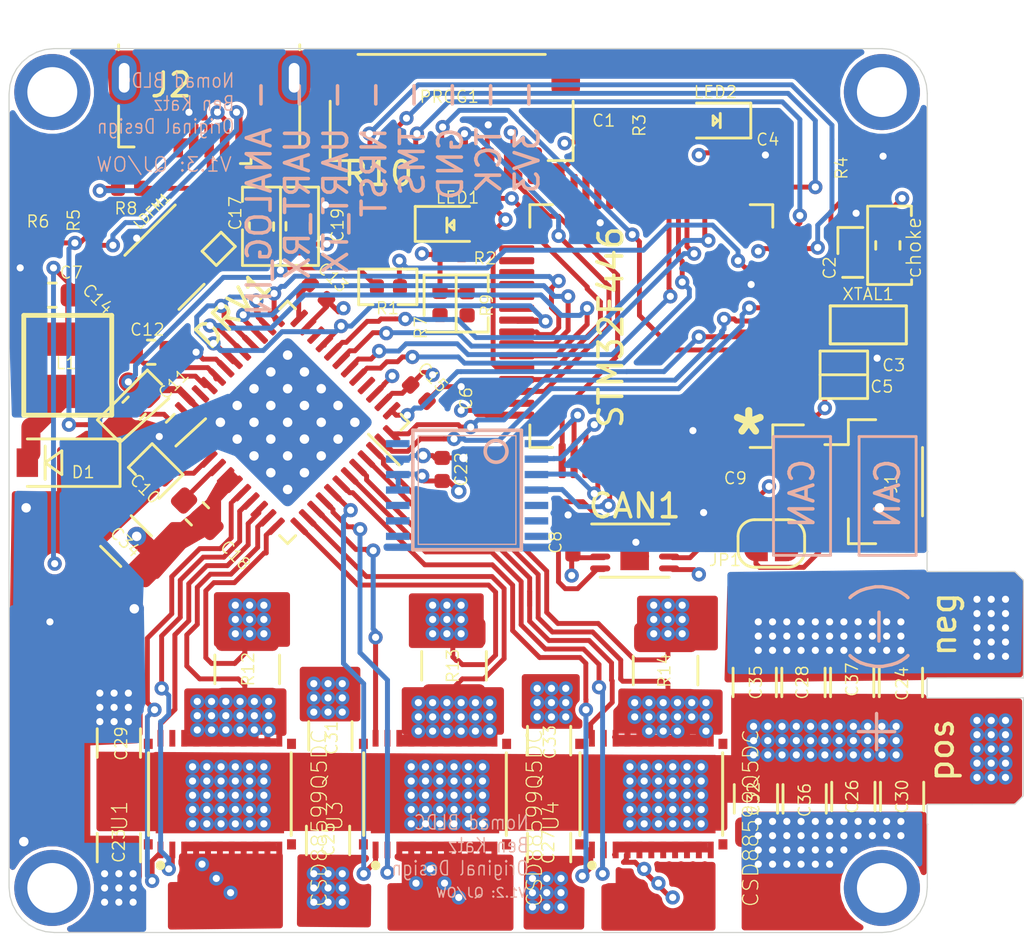
<source format=kicad_pcb>
(kicad_pcb (version 20171130) (host pcbnew "(5.1.2-1)-1")
  (layers (0 Top signal) (1 Route2 signal hide) (2 Route3 signal hide) (31 Bottom signal) (34 B.Paste user hide) (35 F.Paste user hide) (36 B.SilkS user hide) (37 F.SilkS user) (38 B.Mask user hide) (39 F.Mask user hide) (44 Edge.Cuts user))
  (net 0 "")
  (net 1 GND)
  (net 2 +24V)
  (net 3 /SPI-NSS-DRV)
  (net 4 /SPI-SCK)
  (net 5 /SPI-MOSI)
  (net 6 /SPI-MISO)
  (net 7 3.3V)
  (net 8 /I_A)
  (net 9 /I_B)
  (net 10 /GLC)
  (net 11 /PHASC)
  (net 12 /GHC)
  (net 13 /GHB)
  (net 14 /PHASB)
  (net 15 /GLB)
  (net 16 /SPB)
  (net 17 /SPA)
  (net 18 /GLA)
  (net 19 /PHASA)
  (net 20 /GHA)
  (net 21 /CAN_TX)
  (net 22 /CAN_RX)
  (net 23 /TCK)
  (net 24 /SCK)
  (net 25 /MOSI)
  (net 26 /CS)
  (net 27 /MISO)
  (net 28 /TMS)
  (net 29 /USART_RX)
  (net 30 /INDICATOR)
  (net 31 /USART_TX)
  (net 32 /MCO)
  (net 33 /NRST)
  (net 34 /CANH)
  (net 35 /CANL)
  (net 36 /ALG_IN)
  (net 37 "Net-(STM1-Pad6)")
  (net 38 "Net-(JP1-Pad1)")
  (net 39 "Net-(LED1-Pad2)")
  (net 40 "Net-(LED2-Pad2)")
  (net 41 /SPC)
  (net 42 "Net-(C10-Pad1)")
  (net 43 "Net-(C1-Pad2)")
  (net 44 "Net-(C2-Pad1)")
  (net 45 "Net-(C10-Pad2)")
  (net 46 "Net-(C12-Pad2)")
  (net 47 "Net-(C13-Pad1)")
  (net 48 "Net-(C18-Pad2)")
  (net 49 "Net-(R1-Pad1)")
  (net 50 U)
  (net 51 V)
  (net 52 W)
  (net 53 /I_C)
  (net 54 PWMA)
  (net 55 PWMB)
  (net 56 PWMC)
  (net 57 OTG_DP)
  (net 58 OTG_DM)
  (net 59 5V)
  (net 60 "Net-(J2-Pad2)")
  (net 61 ENABLE)
  (net 62 USB_PAD)
  (net 63 "Net-(J2-Pad3)")
  (net 64 "Net-(C12-Pad1)")
  (net 65 "Net-(DRV1-Pad1)")
  (module CSD88599Q5DC:MOSFET_CSD88599Q5DC (layer Top) (at 87.2 82.45 90)
    (fp_text reference U4 (at -0.914628 -4.21745 90) (layer F.SilkS) (effects (font (size 0.640158 0.640158) (thickness 0.05))))
    (fp_text value CSD88599Q5DC (at -1.01014 4.18248 90) (layer F.SilkS) (effects (font (size 0.641361 0.641361) (thickness 0.05))))
    (fp_poly (pts (xy 2.00388 -1.5) (xy 2.35 -1.5) (xy 2.35 2.37961) (xy 2.00388 2.37961)) (layer Top) (width 0))
    (fp_poly (pts (xy -2.3535 -1.5) (xy -2 -1.5) (xy -2 2.37854) (xy -2.3535 2.37854)) (layer Top) (width 0))
    (pad 25 smd rect (at 2.115 3.013 90) (size 0.43 0.375) (layers Top F.Paste F.Mask))
    (pad 24 smd rect (at -2.115 3.013 90) (size 0.43 0.375) (layers Top F.Paste F.Mask))
    (pad 23 smd rect (at -2.115 -3.013 90) (size 0.43 0.375) (layers Top F.Paste F.Mask))
    (pad 26 smd rect (at 2.115 -3.013 90) (size 0.43 0.375) (layers Top F.Paste F.Mask))
    (pad 21 smd rect (at 2.35 -2 180) (size 0.25 0.7) (layers Top F.Paste F.Mask))
    (pad 20 smd rect (at 2.35 -1.5 180) (size 0.25 0.7) (layers Top F.Paste F.Mask) (net 41 /SPC))
    (pad 19 smd rect (at 2.35 -1 180) (size 0.25 0.7) (layers Top F.Paste F.Mask) (net 41 /SPC))
    (pad 18 smd rect (at 2.35 -0.5 180) (size 0.25 0.7) (layers Top F.Paste F.Mask) (net 41 /SPC))
    (pad 17 smd rect (at 2.35 0 180) (size 0.25 0.7) (layers Top F.Paste F.Mask) (net 41 /SPC))
    (pad 16 smd rect (at 2.35 0.5 180) (size 0.25 0.7) (layers Top F.Paste F.Mask) (net 41 /SPC))
    (pad 15 smd rect (at 2.35 1 180) (size 0.25 0.7) (layers Top F.Paste F.Mask) (net 41 /SPC))
    (pad 14 smd rect (at 2.35 1.5 180) (size 0.25 0.7) (layers Top F.Paste F.Mask) (net 41 /SPC))
    (pad 13 smd rect (at 2.35 2 180) (size 0.25 0.7) (layers Top F.Paste F.Mask) (net 41 /SPC))
    (pad 12 smd rect (at 2.35 2.5 180) (size 0.25 0.7) (layers Top F.Paste F.Mask) (net 41 /SPC))
    (pad 11 smd rect (at -2.35 2.5 180) (size 0.25 0.7) (layers Top F.Paste F.Mask) (net 52 W))
    (pad 10 smd rect (at -2.35 2 180) (size 0.25 0.7) (layers Top F.Paste F.Mask) (net 52 W))
    (pad 9 smd rect (at -2.35 1.5 180) (size 0.25 0.7) (layers Top F.Paste F.Mask) (net 52 W))
    (pad 8 smd rect (at -2.35 1 180) (size 0.25 0.7) (layers Top F.Paste F.Mask) (net 52 W))
    (pad 7 smd rect (at -2.35 0.5 180) (size 0.25 0.7) (layers Top F.Paste F.Mask) (net 52 W))
    (pad 6 smd rect (at -2.35 0 180) (size 0.25 0.7) (layers Top F.Paste F.Mask) (net 52 W))
    (pad 5 smd rect (at -2.35 -0.5 180) (size 0.25 0.7) (layers Top F.Paste F.Mask) (net 52 W))
    (pad 4 smd rect (at -2.35 -1 180) (size 0.25 0.7) (layers Top F.Paste F.Mask) (net 52 W))
    (pad 3 smd rect (at -2.35 -1.5 180) (size 0.25 0.7) (layers Top F.Paste F.Mask) (net 52 W))
    (pad 2 smd rect (at -2.35 -2 180) (size 0.25 0.7) (layers Top F.Paste F.Mask) (net 11 /PHASC))
    (pad 22 smd rect (at 2.35 -2.5 180) (size 0.25 0.7) (layers Top F.Paste F.Mask) (net 10 /GLC))
    (pad 1 smd rect (at -2.35 -2.5 180) (size 0.25 0.7) (layers Top F.Paste F.Mask) (net 12 /GHC))
    (pad 27 smd rect (at 0 0 90) (size 3.3 5.4) (layers Top F.Paste F.Mask) (net 2 +24V))
  )
  (module CSD88599Q5DC:MOSFET_CSD88599Q5DC (layer Top) (at 78.1 82.45 90)
    (fp_text reference U3 (at -0.914628 -4.21745 90) (layer F.SilkS) (effects (font (size 0.640158 0.640158) (thickness 0.05))))
    (fp_text value CSD88599Q5DC (at -1.01014 4.18248 90) (layer F.SilkS) (effects (font (size 0.641361 0.641361) (thickness 0.05))))
    (fp_poly (pts (xy 2.00388 -1.5) (xy 2.35 -1.5) (xy 2.35 2.37961) (xy 2.00388 2.37961)) (layer Top) (width 0))
    (fp_poly (pts (xy -2.3535 -1.5) (xy -2 -1.5) (xy -2 2.37854) (xy -2.3535 2.37854)) (layer Top) (width 0))
    (pad 25 smd rect (at 2.115 3.013 90) (size 0.43 0.375) (layers Top F.Paste F.Mask))
    (pad 24 smd rect (at -2.115 3.013 90) (size 0.43 0.375) (layers Top F.Paste F.Mask))
    (pad 23 smd rect (at -2.115 -3.013 90) (size 0.43 0.375) (layers Top F.Paste F.Mask))
    (pad 26 smd rect (at 2.115 -3.013 90) (size 0.43 0.375) (layers Top F.Paste F.Mask))
    (pad 21 smd rect (at 2.35 -2 180) (size 0.25 0.7) (layers Top F.Paste F.Mask))
    (pad 20 smd rect (at 2.35 -1.5 180) (size 0.25 0.7) (layers Top F.Paste F.Mask) (net 16 /SPB))
    (pad 19 smd rect (at 2.35 -1 180) (size 0.25 0.7) (layers Top F.Paste F.Mask) (net 16 /SPB))
    (pad 18 smd rect (at 2.35 -0.5 180) (size 0.25 0.7) (layers Top F.Paste F.Mask) (net 16 /SPB))
    (pad 17 smd rect (at 2.35 0 180) (size 0.25 0.7) (layers Top F.Paste F.Mask) (net 16 /SPB))
    (pad 16 smd rect (at 2.35 0.5 180) (size 0.25 0.7) (layers Top F.Paste F.Mask) (net 16 /SPB))
    (pad 15 smd rect (at 2.35 1 180) (size 0.25 0.7) (layers Top F.Paste F.Mask) (net 16 /SPB))
    (pad 14 smd rect (at 2.35 1.5 180) (size 0.25 0.7) (layers Top F.Paste F.Mask) (net 16 /SPB))
    (pad 13 smd rect (at 2.35 2 180) (size 0.25 0.7) (layers Top F.Paste F.Mask) (net 16 /SPB))
    (pad 12 smd rect (at 2.35 2.5 180) (size 0.25 0.7) (layers Top F.Paste F.Mask) (net 16 /SPB))
    (pad 11 smd rect (at -2.35 2.5 180) (size 0.25 0.7) (layers Top F.Paste F.Mask) (net 51 V))
    (pad 10 smd rect (at -2.35 2 180) (size 0.25 0.7) (layers Top F.Paste F.Mask) (net 51 V))
    (pad 9 smd rect (at -2.35 1.5 180) (size 0.25 0.7) (layers Top F.Paste F.Mask) (net 51 V))
    (pad 8 smd rect (at -2.35 1 180) (size 0.25 0.7) (layers Top F.Paste F.Mask) (net 51 V))
    (pad 7 smd rect (at -2.35 0.5 180) (size 0.25 0.7) (layers Top F.Paste F.Mask) (net 51 V))
    (pad 6 smd rect (at -2.35 0 180) (size 0.25 0.7) (layers Top F.Paste F.Mask) (net 51 V))
    (pad 5 smd rect (at -2.35 -0.5 180) (size 0.25 0.7) (layers Top F.Paste F.Mask) (net 51 V))
    (pad 4 smd rect (at -2.35 -1 180) (size 0.25 0.7) (layers Top F.Paste F.Mask) (net 51 V))
    (pad 3 smd rect (at -2.35 -1.5 180) (size 0.25 0.7) (layers Top F.Paste F.Mask) (net 51 V))
    (pad 2 smd rect (at -2.35 -2 180) (size 0.25 0.7) (layers Top F.Paste F.Mask) (net 14 /PHASB))
    (pad 22 smd rect (at 2.35 -2.5 180) (size 0.25 0.7) (layers Top F.Paste F.Mask) (net 15 /GLB))
    (pad 1 smd rect (at -2.35 -2.5 180) (size 0.25 0.7) (layers Top F.Paste F.Mask) (net 13 /GHB))
    (pad 27 smd rect (at 0 0 90) (size 3.3 5.4) (layers Top F.Paste F.Mask) (net 2 +24V))
  )
  (module CSD88599Q5DC:MOSFET_CSD88599Q5DC (layer Top) (at 69.05 82.45 90)
    (fp_text reference U1 (at -0.914628 -4.21745 90) (layer F.SilkS) (effects (font (size 0.640158 0.640158) (thickness 0.05))))
    (fp_text value CSD88599Q5DC (at -1.01014 4.18248 90) (layer F.SilkS) (effects (font (size 0.641361 0.641361) (thickness 0.05))))
    (fp_poly (pts (xy 2.00388 -1.5) (xy 2.35 -1.5) (xy 2.35 2.37961) (xy 2.00388 2.37961)) (layer Top) (width 0))
    (fp_poly (pts (xy -2.3535 -1.5) (xy -2 -1.5) (xy -2 2.37854) (xy -2.3535 2.37854)) (layer Top) (width 0))
    (pad 25 smd rect (at 2.115 3.013 90) (size 0.43 0.375) (layers Top F.Paste F.Mask))
    (pad 24 smd rect (at -2.115 3.013 90) (size 0.43 0.375) (layers Top F.Paste F.Mask))
    (pad 23 smd rect (at -2.115 -3.013 90) (size 0.43 0.375) (layers Top F.Paste F.Mask))
    (pad 26 smd rect (at 2.115 -3.013 90) (size 0.43 0.375) (layers Top F.Paste F.Mask))
    (pad 21 smd rect (at 2.35 -2 180) (size 0.25 0.7) (layers Top F.Paste F.Mask))
    (pad 20 smd rect (at 2.35 -1.5 180) (size 0.25 0.7) (layers Top F.Paste F.Mask) (net 17 /SPA))
    (pad 19 smd rect (at 2.35 -1 180) (size 0.25 0.7) (layers Top F.Paste F.Mask) (net 17 /SPA))
    (pad 18 smd rect (at 2.35 -0.5 180) (size 0.25 0.7) (layers Top F.Paste F.Mask) (net 17 /SPA))
    (pad 17 smd rect (at 2.35 0 180) (size 0.25 0.7) (layers Top F.Paste F.Mask) (net 17 /SPA))
    (pad 16 smd rect (at 2.35 0.5 180) (size 0.25 0.7) (layers Top F.Paste F.Mask) (net 17 /SPA))
    (pad 15 smd rect (at 2.35 1 180) (size 0.25 0.7) (layers Top F.Paste F.Mask) (net 17 /SPA))
    (pad 14 smd rect (at 2.35 1.5 180) (size 0.25 0.7) (layers Top F.Paste F.Mask) (net 17 /SPA))
    (pad 13 smd rect (at 2.35 2 180) (size 0.25 0.7) (layers Top F.Paste F.Mask) (net 17 /SPA))
    (pad 12 smd rect (at 2.35 2.5 180) (size 0.25 0.7) (layers Top F.Paste F.Mask) (net 17 /SPA))
    (pad 11 smd rect (at -2.35 2.5 180) (size 0.25 0.7) (layers Top F.Paste F.Mask) (net 50 U))
    (pad 10 smd rect (at -2.35 2 180) (size 0.25 0.7) (layers Top F.Paste F.Mask) (net 50 U))
    (pad 9 smd rect (at -2.35 1.5 180) (size 0.25 0.7) (layers Top F.Paste F.Mask) (net 50 U))
    (pad 8 smd rect (at -2.35 1 180) (size 0.25 0.7) (layers Top F.Paste F.Mask) (net 50 U))
    (pad 7 smd rect (at -2.35 0.5 180) (size 0.25 0.7) (layers Top F.Paste F.Mask) (net 50 U))
    (pad 6 smd rect (at -2.35 0 180) (size 0.25 0.7) (layers Top F.Paste F.Mask) (net 50 U))
    (pad 5 smd rect (at -2.35 -0.5 180) (size 0.25 0.7) (layers Top F.Paste F.Mask) (net 50 U))
    (pad 4 smd rect (at -2.35 -1 180) (size 0.25 0.7) (layers Top F.Paste F.Mask) (net 50 U))
    (pad 3 smd rect (at -2.35 -1.5 180) (size 0.25 0.7) (layers Top F.Paste F.Mask) (net 50 U))
    (pad 2 smd rect (at -2.35 -2 180) (size 0.25 0.7) (layers Top F.Paste F.Mask) (net 19 /PHASA))
    (pad 22 smd rect (at 2.35 -2.5 180) (size 0.25 0.7) (layers Top F.Paste F.Mask) (net 18 /GLA))
    (pad 1 smd rect (at -2.35 -2.5 180) (size 0.25 0.7) (layers Top F.Paste F.Mask) (net 20 /GHA))
    (pad 27 smd rect (at 0 0 90) (size 3.3 5.4) (layers Top F.Paste F.Mask) (net 2 +24V))
  )
  (module Package_DFN_QFN:TDFN-8-1EP_3x2mm_P0.5mm_EP1.80x1.65mm (layer Top) (at 86.5 72.2)
    (fp_text reference CAN1 (at 0 -1.88) (layer F.SilkS))
    (fp_text value MCP2542)
    (pad 9 smd rect (at 0 0) (size 1.2 1.65) (layers Top F.Mask) (net 1 GND))
    (pad 5 smd oval (at 1.45 0.75) (size 0.85 0.25) (layers Top F.Paste F.Mask) (net 7 3.3V))
    (pad 6 smd oval (at 1.45 0.25) (size 0.85 0.25) (layers Top F.Paste F.Mask) (net 35 /CANL))
    (pad 7 smd oval (at 1.45 -0.25) (size 0.85 0.25) (layers Top F.Paste F.Mask) (net 34 /CANH))
    (pad 8 smd oval (at 1.45 -0.75) (size 0.85 0.25) (layers Top F.Paste F.Mask) (net 1 GND))
    (pad 4 smd oval (at -1.45 0.75) (size 0.85 0.25) (layers Top F.Paste F.Mask) (net 22 /CAN_RX))
    (pad 3 smd oval (at -1.45 0.25) (size 0.85 0.25) (layers Top F.Paste F.Mask) (net 59 5V))
    (pad 2 smd oval (at -1.45 -0.25) (size 0.85 0.25) (layers Top F.Paste F.Mask) (net 1 GND))
    (pad 1 smd oval (at -1.45 -0.75) (size 0.85 0.25) (layers Top F.Paste F.Mask) (net 21 /CAN_TX))
  )
  (module Resistor_SMD:R_0402_1005Metric (layer Top) (at 75.715 57.5)
    (fp_text reference R10 (at 0 -1.17) (layer F.SilkS))
    (fp_text value 200)
    (pad 2 smd roundrect (at 0.485 0) (size 0.59 0.64) (layers Top F.Paste F.Mask) (net 57 OTG_DP))
    (pad 1 smd roundrect (at -0.485 0) (size 0.59 0.64) (layers Top F.Paste F.Mask) (net 63 "Net-(J2-Pad3)"))
  )
  (module Connector_JST:JST_SH_SM08B-SRSS-TB_1x08-1MP_P1.00mm_Horizontal (layer Top) (at 78.8 54 180)
    (fp_text reference PROG1 (at 0.1 0.9) (layer F.SilkS) (effects (font (size 0.5 0.5) (thickness 0.06))))
    (fp_text value Conn_01x08)
    (pad MP smd roundrect (at 4.8 1.875 180) (size 1.2 1.8) (layers Top F.Paste F.Mask) (roundrect_rratio 0.208333))
    (pad MP smd roundrect (at -4.8 1.875 180) (size 1.2 1.8) (layers Top F.Paste F.Mask) (roundrect_rratio 0.208333))
    (pad 8 smd roundrect (at 3.5 -2 180) (size 0.6 1.55) (layers Top F.Paste F.Mask) (net 36 /ALG_IN))
    (pad 7 smd roundrect (at 2.5 -2 180) (size 0.6 1.55) (layers Top F.Paste F.Mask) (net 29 /USART_RX))
    (pad 6 smd roundrect (at 1.5 -2 180) (size 0.6 1.55) (layers Top F.Paste F.Mask) (net 31 /USART_TX))
    (pad 5 smd roundrect (at 0.5 -2 180) (size 0.6 1.55) (layers Top F.Paste F.Mask) (net 33 /NRST))
    (pad 4 smd roundrect (at -0.5 -2 180) (size 0.6 1.55) (layers Top F.Paste F.Mask) (net 28 /TMS))
    (pad 3 smd roundrect (at -1.5 -2 180) (size 0.6 1.55) (layers Top F.Paste F.Mask) (net 1 GND))
    (pad 2 smd roundrect (at -2.5 -2 180) (size 0.6 1.55) (layers Top F.Paste F.Mask) (net 23 /TCK))
    (pad 1 smd roundrect (at -3.5 -2 180) (size 0.6 1.55) (layers Top F.Paste F.Mask) (net 7 3.3V))
  )
  (module Capacitor_SMD:C_0603_1608Metric (layer Top) (at 66.1625 63.85)
    (fp_text reference C12 (at -0.1625 -0.95) (layer F.SilkS) (effects (font (size 0.5 0.5) (thickness 0.06))))
    (fp_text value ".1uF, 50v")
    (pad 2 smd roundrect (at 0.7875 0) (size 0.875 0.95) (layers Top F.Paste F.Mask) (net 46 "Net-(C12-Pad2)"))
    (pad 1 smd roundrect (at -0.7875 0) (size 0.875 0.95) (layers Top F.Paste F.Mask) (net 64 "Net-(C12-Pad1)"))
  )
  (module Resistor_SMD:R_0402_1005Metric (layer Top) (at 65.25 56.95)
    (fp_text reference R8 (at -0.15 0.85) (layer F.SilkS) (effects (font (size 0.5 0.5) (thickness 0.06))))
    (fp_text value 200)
    (pad 2 smd roundrect (at 0.485 0) (size 0.59 0.64) (layers Top F.Paste F.Mask) (net 58 OTG_DM))
    (pad 1 smd roundrect (at -0.485 0) (size 0.59 0.64) (layers Top F.Paste F.Mask) (net 60 "Net-(J2-Pad2)"))
  )
  (module Connector_USB:USB_Micro-B_GCT_USB3076-30-A (layer Top) (at 68.6 53.5 180)
    (fp_text reference J2 (at 1.6 0.9) (layer F.SilkS))
    (fp_text value USB_B_Micro)
    (pad 6 smd rect (at -2.32 -1.03 180) (size 1.15 1.45) (layers Top F.Paste F.Mask) (net 62 USB_PAD))
    (pad 6 smd rect (at 2.32 -1.03 180) (size 1.15 1.45) (layers Top F.Paste F.Mask) (net 62 USB_PAD))
    (pad 6 thru_hole oval (at 3.575 1.2 180) (size 1.05 1.9) (drill oval 0.45 1.25) (layers *.Cu *.Mask) (net 62 USB_PAD))
    (pad 6 thru_hole oval (at -3.575 1.2) (size 1.05 1.9) (drill oval 0.45 1.25) (layers *.Cu *.Mask) (net 62 USB_PAD))
    (pad 6 smd rect (at -1.125 1.2 180) (size 1.75 1.9) (layers Top F.Paste F.Mask) (net 62 USB_PAD))
    (pad 3 smd rect (at 0 -1.45 180) (size 0.4 1.4) (layers Top F.Paste F.Mask) (net 63 "Net-(J2-Pad3)"))
    (pad 4 smd rect (at 0.65 -1.45 180) (size 0.4 1.4) (layers Top F.Paste F.Mask) (net 1 GND))
    (pad 5 smd rect (at 1.3 -1.45 180) (size 0.4 1.4) (layers Top F.Paste F.Mask) (net 1 GND))
    (pad 1 smd rect (at -1.3 -1.45 180) (size 0.4 1.4) (layers Top F.Paste F.Mask) (net 59 5V))
    (pad 2 smd rect (at -0.65 -1.45 180) (size 0.4 1.4) (layers Top F.Paste F.Mask) (net 60 "Net-(J2-Pad2)"))
    (pad 6 smd rect (at 1.125 1.2 180) (size 1.75 1.9) (layers Top F.Paste F.Mask) (net 62 USB_PAD))
  )
  (module Package_QFP:TQFP-64_10x10mm_P0.5mm (layer Top) (at 87.2 62.75 180)
    (fp_text reference STM1 hide)
    (fp_text value STM32F446RET6)
    (pad 64 smd roundrect (at -3.75 -5.6625 180) (size 0.3 1.475) (layers Top F.Paste F.Mask) (net 7 3.3V))
    (pad 63 smd roundrect (at -3.25 -5.6625 180) (size 0.3 1.475) (layers Top F.Paste F.Mask) (net 1 GND))
    (pad 62 smd roundrect (at -2.75 -5.6625 180) (size 0.3 1.475) (layers Top F.Paste F.Mask) (net 21 /CAN_TX))
    (pad 61 smd roundrect (at -2.25 -5.6625 180) (size 0.3 1.475) (layers Top F.Paste F.Mask) (net 22 /CAN_RX))
    (pad 60 smd roundrect (at -1.75 -5.6625 180) (size 0.3 1.475) (layers Top F.Paste F.Mask) (net 1 GND))
    (pad 59 smd roundrect (at -1.25 -5.6625 180) (size 0.3 1.475) (layers Top F.Paste F.Mask))
    (pad 58 smd roundrect (at -0.75 -5.6625 180) (size 0.3 1.475) (layers Top F.Paste F.Mask))
    (pad 57 smd roundrect (at -0.25 -5.6625 180) (size 0.3 1.475) (layers Top F.Paste F.Mask))
    (pad 56 smd roundrect (at 0.25 -5.6625 180) (size 0.3 1.475) (layers Top F.Paste F.Mask))
    (pad 55 smd roundrect (at 0.75 -5.6625 180) (size 0.3 1.475) (layers Top F.Paste F.Mask))
    (pad 54 smd roundrect (at 1.25 -5.6625 180) (size 0.3 1.475) (layers Top F.Paste F.Mask))
    (pad 53 smd roundrect (at 1.75 -5.6625 180) (size 0.3 1.475) (layers Top F.Paste F.Mask) (net 25 /MOSI))
    (pad 52 smd roundrect (at 2.25 -5.6625 180) (size 0.3 1.475) (layers Top F.Paste F.Mask) (net 27 /MISO))
    (pad 51 smd roundrect (at 2.75 -5.6625 180) (size 0.3 1.475) (layers Top F.Paste F.Mask) (net 24 /SCK))
    (pad 50 smd roundrect (at 3.25 -5.6625 180) (size 0.3 1.475) (layers Top F.Paste F.Mask) (net 26 /CS))
    (pad 49 smd roundrect (at 3.75 -5.6625 180) (size 0.3 1.475) (layers Top F.Paste F.Mask) (net 23 /TCK))
    (pad 48 smd roundrect (at 5.6625 -3.75 180) (size 1.475 0.3) (layers Top F.Paste F.Mask) (net 7 3.3V))
    (pad 47 smd roundrect (at 5.6625 -3.25 180) (size 1.475 0.3) (layers Top F.Paste F.Mask) (net 1 GND))
    (pad 46 smd roundrect (at 5.6625 -2.75 180) (size 1.475 0.3) (layers Top F.Paste F.Mask) (net 28 /TMS))
    (pad 45 smd roundrect (at 5.6625 -2.25 180) (size 1.475 0.3) (layers Top F.Paste F.Mask) (net 57 OTG_DP))
    (pad 44 smd roundrect (at 5.6625 -1.75 180) (size 1.475 0.3) (layers Top F.Paste F.Mask) (net 58 OTG_DM))
    (pad 43 smd roundrect (at 5.6625 -1.25 180) (size 1.475 0.3) (layers Top F.Paste F.Mask) (net 54 PWMA))
    (pad 42 smd roundrect (at 5.6625 -0.75 180) (size 1.475 0.3) (layers Top F.Paste F.Mask) (net 55 PWMB))
    (pad 41 smd roundrect (at 5.6625 -0.25 180) (size 1.475 0.3) (layers Top F.Paste F.Mask) (net 56 PWMC))
    (pad 40 smd roundrect (at 5.6625 0.25 180) (size 1.475 0.3) (layers Top F.Paste F.Mask) (net 61 ENABLE))
    (pad 39 smd roundrect (at 5.6625 0.75 180) (size 1.475 0.3) (layers Top F.Paste F.Mask))
    (pad 38 smd roundrect (at 5.6625 1.25 180) (size 1.475 0.3) (layers Top F.Paste F.Mask))
    (pad 37 smd roundrect (at 5.6625 1.75 180) (size 1.475 0.3) (layers Top F.Paste F.Mask))
    (pad 36 smd roundrect (at 5.6625 2.25 180) (size 1.475 0.3) (layers Top F.Paste F.Mask))
    (pad 35 smd roundrect (at 5.6625 2.75 180) (size 1.475 0.3) (layers Top F.Paste F.Mask))
    (pad 34 smd roundrect (at 5.6625 3.25 180) (size 1.475 0.3) (layers Top F.Paste F.Mask))
    (pad 33 smd roundrect (at 5.6625 3.75 180) (size 1.475 0.3) (layers Top F.Paste F.Mask))
    (pad 32 smd roundrect (at 3.75 5.6625 180) (size 0.3 1.475) (layers Top F.Paste F.Mask) (net 7 3.3V))
    (pad 31 smd roundrect (at 3.25 5.6625 180) (size 0.3 1.475) (layers Top F.Paste F.Mask) (net 1 GND))
    (pad 30 smd roundrect (at 2.75 5.6625 180) (size 0.3 1.475) (layers Top F.Paste F.Mask) (net 43 "Net-(C1-Pad2)"))
    (pad 29 smd roundrect (at 2.25 5.6625 180) (size 0.3 1.475) (layers Top F.Paste F.Mask))
    (pad 28 smd roundrect (at 1.75 5.6625 180) (size 0.3 1.475) (layers Top F.Paste F.Mask))
    (pad 27 smd roundrect (at 1.25 5.6625 180) (size 0.3 1.475) (layers Top F.Paste F.Mask))
    (pad 26 smd roundrect (at 0.75 5.6625 180) (size 0.3 1.475) (layers Top F.Paste F.Mask))
    (pad 25 smd roundrect (at 0.25 5.6625 180) (size 0.3 1.475) (layers Top F.Paste F.Mask) (net 30 /INDICATOR))
    (pad 24 smd roundrect (at -0.25 5.6625 180) (size 0.3 1.475) (layers Top F.Paste F.Mask))
    (pad 23 smd roundrect (at -0.75 5.6625 180) (size 0.3 1.475) (layers Top F.Paste F.Mask) (net 5 /SPI-MOSI))
    (pad 22 smd roundrect (at -1.25 5.6625 180) (size 0.3 1.475) (layers Top F.Paste F.Mask) (net 6 /SPI-MISO))
    (pad 21 smd roundrect (at -1.75 5.6625 180) (size 0.3 1.475) (layers Top F.Paste F.Mask) (net 4 /SPI-SCK))
    (pad 20 smd roundrect (at -2.25 5.6625 180) (size 0.3 1.475) (layers Top F.Paste F.Mask) (net 3 /SPI-NSS-DRV))
    (pad 19 smd roundrect (at -2.75 5.6625 180) (size 0.3 1.475) (layers Top F.Paste F.Mask) (net 7 3.3V))
    (pad 18 smd roundrect (at -3.25 5.6625 180) (size 0.3 1.475) (layers Top F.Paste F.Mask) (net 1 GND))
    (pad 17 smd roundrect (at -3.75 5.6625 180) (size 0.3 1.475) (layers Top F.Paste F.Mask) (net 29 /USART_RX))
    (pad 16 smd roundrect (at -5.6625 3.75 180) (size 1.475 0.3) (layers Top F.Paste F.Mask) (net 31 /USART_TX))
    (pad 15 smd roundrect (at -5.6625 3.25 180) (size 1.475 0.3) (layers Top F.Paste F.Mask) (net 36 /ALG_IN))
    (pad 14 smd roundrect (at -5.6625 2.75 180) (size 1.475 0.3) (layers Top F.Paste F.Mask) (net 49 "Net-(R1-Pad1)"))
    (pad 13 smd roundrect (at -5.6625 2.25 180) (size 1.475 0.3) (layers Top F.Paste F.Mask) (net 44 "Net-(C2-Pad1)"))
    (pad 12 smd roundrect (at -5.6625 1.75 180) (size 1.475 0.3) (layers Top F.Paste F.Mask) (net 1 GND))
    (pad 11 smd roundrect (at -5.6625 1.25 180) (size 1.475 0.3) (layers Top F.Paste F.Mask))
    (pad 10 smd roundrect (at -5.6625 0.75 180) (size 1.475 0.3) (layers Top F.Paste F.Mask) (net 53 /I_C))
    (pad 9 smd roundrect (at -5.6625 0.25 180) (size 1.475 0.3) (layers Top F.Paste F.Mask) (net 9 /I_B))
    (pad 8 smd roundrect (at -5.6625 -0.25 180) (size 1.475 0.3) (layers Top F.Paste F.Mask) (net 8 /I_A))
    (pad 7 smd roundrect (at -5.6625 -0.75 180) (size 1.475 0.3) (layers Top F.Paste F.Mask) (net 33 /NRST))
    (pad 6 smd roundrect (at -5.6625 -1.25 180) (size 1.475 0.3) (layers Top F.Paste F.Mask) (net 37 "Net-(STM1-Pad6)"))
    (pad 5 smd roundrect (at -5.6625 -1.75 180) (size 1.475 0.3) (layers Top F.Paste F.Mask) (net 32 /MCO))
    (pad 4 smd roundrect (at -5.6625 -2.25 180) (size 1.475 0.3) (layers Top F.Paste F.Mask))
    (pad 3 smd roundrect (at -5.6625 -2.75 180) (size 1.475 0.3) (layers Top F.Paste F.Mask))
    (pad 2 smd roundrect (at -5.6625 -3.25 180) (size 1.475 0.3) (layers Top F.Paste F.Mask))
    (pad 1 smd roundrect (at -5.6625 -3.75 180) (size 1.475 0.3) (layers Top F.Paste F.Mask) (net 7 3.3V))
  )
  (module Capacitor_SMD:C_0402_1005Metric (layer Top) (at 66.392947 68.792947 135)
    (fp_text reference C10 (at -0.222106 -0.919239 135) (layer F.SilkS) (effects (font (size 0.5 0.5) (thickness 0.06))))
    (fp_text value "47nF, 50v")
    (pad 2 smd roundrect (at 0.485 0 135) (size 0.59 0.64) (layers Top F.Paste F.Mask) (net 45 "Net-(C10-Pad2)"))
    (pad 1 smd roundrect (at -0.485 0 135) (size 0.59 0.64) (layers Top F.Paste F.Mask) (net 42 "Net-(C10-Pad1)"))
  )
  (module Package_DFN_QFN:Texas_S-PVQFN-N48_EP5.15x5.15mm_Islands (layer Top) (at 71.9 66.8 45)
    (fp_text reference DRV1 (at 1.697056 -4.949747 45) (layer F.SilkS))
    (fp_text value DRV8323RH)
    (pad 49 thru_hole circle (at -2 2 45) (size 0.7 0.7) (drill 0.4) (layers *.Cu) (net 1 GND))
    (pad 49 thru_hole circle (at -1 2 45) (size 0.7 0.7) (drill 0.4) (layers *.Cu) (net 1 GND))
    (pad 49 thru_hole circle (at 0 2 45) (size 0.7 0.7) (drill 0.4) (layers *.Cu) (net 1 GND))
    (pad 49 thru_hole circle (at 1 2 45) (size 0.7 0.7) (drill 0.4) (layers *.Cu) (net 1 GND))
    (pad 49 thru_hole circle (at 2 2 45) (size 0.7 0.7) (drill 0.4) (layers *.Cu) (net 1 GND))
    (pad 49 thru_hole circle (at 2 1 45) (size 0.7 0.7) (drill 0.4) (layers *.Cu) (net 1 GND))
    (pad 49 thru_hole circle (at 1 1 45) (size 0.7 0.7) (drill 0.4) (layers *.Cu) (net 1 GND))
    (pad 49 thru_hole circle (at 0 1 45) (size 0.7 0.7) (drill 0.4) (layers *.Cu) (net 1 GND))
    (pad 49 thru_hole circle (at -1 1 45) (size 0.7 0.7) (drill 0.4) (layers *.Cu) (net 1 GND))
    (pad 49 thru_hole circle (at -2 1 45) (size 0.7 0.7) (drill 0.4) (layers *.Cu) (net 1 GND))
    (pad 49 thru_hole circle (at -2 0 45) (size 0.7 0.7) (drill 0.4) (layers *.Cu) (net 1 GND))
    (pad 49 thru_hole circle (at -1 0 45) (size 0.7 0.7) (drill 0.4) (layers *.Cu) (net 1 GND))
    (pad 49 thru_hole circle (at 0 0 45) (size 0.7 0.7) (drill 0.4) (layers *.Cu) (net 1 GND))
    (pad 49 thru_hole circle (at 1 0 45) (size 0.7 0.7) (drill 0.4) (layers *.Cu) (net 1 GND))
    (pad 49 thru_hole circle (at 2 0 45) (size 0.7 0.7) (drill 0.4) (layers *.Cu) (net 1 GND))
    (pad 49 thru_hole circle (at 2 -1 45) (size 0.7 0.7) (drill 0.4) (layers *.Cu) (net 1 GND))
    (pad 49 thru_hole circle (at 1 -1 45) (size 0.7 0.7) (drill 0.4) (layers *.Cu) (net 1 GND))
    (pad 49 thru_hole circle (at 0 -1 45) (size 0.7 0.7) (drill 0.4) (layers *.Cu) (net 1 GND))
    (pad 49 thru_hole circle (at -1 -1 45) (size 0.7 0.7) (drill 0.4) (layers *.Cu) (net 1 GND))
    (pad 49 thru_hole circle (at -2 -1 45) (size 0.7 0.7) (drill 0.4) (layers *.Cu) (net 1 GND))
    (pad 49 thru_hole circle (at 2 -2 45) (size 0.7 0.7) (drill 0.4) (layers *.Cu) (net 1 GND))
    (pad 49 thru_hole circle (at 1 -2 45) (size 0.7 0.7) (drill 0.4) (layers *.Cu) (net 1 GND))
    (pad 49 thru_hole circle (at 0 -2 45) (size 0.7 0.7) (drill 0.4) (layers *.Cu) (net 1 GND))
    (pad 49 thru_hole circle (at -1 -2 45) (size 0.7 0.7) (drill 0.4) (layers *.Cu) (net 1 GND))
    (pad 49 smd roundrect (at 1.5 1.5 45) (size 0.806226 0.806226) (layers Top F.Paste) (net 1 GND))
    (pad 49 smd roundrect (at 0.5 1.5 45) (size 0.806226 0.806226) (layers Top F.Paste) (net 1 GND))
    (pad 49 smd roundrect (at -0.5 1.5 45) (size 0.806226 0.806226) (layers Top F.Paste) (net 1 GND))
    (pad 49 smd roundrect (at -1.5 1.5 45) (size 0.806226 0.806226) (layers Top F.Paste) (net 1 GND))
    (pad 49 smd roundrect (at 1.5 0.5 45) (size 0.806226 0.806226) (layers Top F.Paste) (net 1 GND))
    (pad 49 smd roundrect (at 0.5 0.5 45) (size 0.806226 0.806226) (layers Top F.Paste) (net 1 GND))
    (pad 49 smd roundrect (at -0.5 0.5 45) (size 0.806226 0.806226) (layers Top F.Paste) (net 1 GND))
    (pad 49 smd roundrect (at -1.5 0.5 45) (size 0.806226 0.806226) (layers Top F.Paste) (net 1 GND))
    (pad 49 smd roundrect (at 1.5 -0.5 45) (size 0.806226 0.806226) (layers Top F.Paste) (net 1 GND))
    (pad 49 smd roundrect (at 0.5 -0.5 45) (size 0.806226 0.806226) (layers Top F.Paste) (net 1 GND))
    (pad 49 smd roundrect (at -0.5 -0.5 45) (size 0.806226 0.806226) (layers Top F.Paste) (net 1 GND))
    (pad 49 smd roundrect (at -1.5 -0.5 45) (size 0.806226 0.806226) (layers Top F.Paste) (net 1 GND))
    (pad 49 smd roundrect (at 1.5 -1.5 45) (size 0.806226 0.806226) (layers Top F.Paste) (net 1 GND))
    (pad 49 smd roundrect (at 0.5 -1.5 45) (size 0.806226 0.806226) (layers Top F.Paste) (net 1 GND))
    (pad 49 smd roundrect (at -0.5 -1.5 45) (size 0.806226 0.806226) (layers Top F.Paste) (net 1 GND))
    (pad 49 smd roundrect (at -1.5 -1.5 45) (size 0.806226 0.806226) (layers Top F.Paste) (net 1 GND))
    (pad 48 smd roundrect (at -2.75 -3.4375 45) (size 0.25 0.875) (layers Top F.Paste F.Mask))
    (pad 47 smd roundrect (at -2.25 -3.4375 45) (size 0.25 0.875) (layers Top F.Paste F.Mask) (net 2 +24V))
    (pad 46 smd roundrect (at -1.75 -3.4375 45) (size 0.25 0.875) (layers Top F.Paste F.Mask))
    (pad 45 smd roundrect (at -1.25 -3.4375 45) (size 0.25 0.875) (layers Top F.Paste F.Mask) (net 64 "Net-(C12-Pad1)"))
    (pad 44 smd roundrect (at -0.75 -3.4375 45) (size 0.25 0.875) (layers Top F.Paste F.Mask) (net 46 "Net-(C12-Pad2)"))
    (pad 43 smd roundrect (at -0.25 -3.4375 45) (size 0.25 0.875) (layers Top F.Paste F.Mask) (net 1 GND))
    (pad 42 smd roundrect (at 0.25 -3.4375 45) (size 0.25 0.875) (layers Top F.Paste F.Mask) (net 61 ENABLE))
    (pad 41 smd roundrect (at 0.75 -3.4375 45) (size 0.25 0.875) (layers Top F.Paste F.Mask) (net 54 PWMA))
    (pad 40 smd roundrect (at 1.25 -3.4375 45) (size 0.25 0.875) (layers Top F.Paste F.Mask) (net 61 ENABLE))
    (pad 39 smd roundrect (at 1.75 -3.4375 45) (size 0.25 0.875) (layers Top F.Paste F.Mask) (net 55 PWMB))
    (pad 38 smd roundrect (at 2.25 -3.4375 45) (size 0.25 0.875) (layers Top F.Paste F.Mask) (net 61 ENABLE))
    (pad 37 smd roundrect (at 2.75 -3.4375 45) (size 0.25 0.875) (layers Top F.Paste F.Mask) (net 56 PWMC))
    (pad 36 smd roundrect (at 3.4375 -2.75 45) (size 0.875 0.25) (layers Top F.Paste F.Mask) (net 47 "Net-(C13-Pad1)"))
    (pad 35 smd roundrect (at 3.4375 -2.25 45) (size 0.875 0.25) (layers Top F.Paste F.Mask) (net 1 GND))
    (pad 34 smd roundrect (at 3.4375 -1.75 45) (size 0.875 0.25) (layers Top F.Paste F.Mask))
    (pad 33 smd roundrect (at 3.4375 -1.25 45) (size 0.875 0.25) (layers Top F.Paste F.Mask) (net 61 ENABLE))
    (pad 32 smd roundrect (at 3.4375 -0.75 45) (size 0.875 0.25) (layers Top F.Paste F.Mask) (net 3 /SPI-NSS-DRV))
    (pad 31 smd roundrect (at 3.4375 -0.25 45) (size 0.875 0.25) (layers Top F.Paste F.Mask) (net 4 /SPI-SCK))
    (pad 30 smd roundrect (at 3.4375 0.25 45) (size 0.875 0.25) (layers Top F.Paste F.Mask) (net 5 /SPI-MOSI))
    (pad 29 smd roundrect (at 3.4375 0.75 45) (size 0.875 0.25) (layers Top F.Paste F.Mask) (net 6 /SPI-MISO))
    (pad 28 smd roundrect (at 3.4375 1.25 45) (size 0.875 0.25) (layers Top F.Paste F.Mask))
    (pad 27 smd roundrect (at 3.4375 1.75 45) (size 0.875 0.25) (layers Top F.Paste F.Mask) (net 1 GND))
    (pad 26 smd roundrect (at 3.4375 2.25 45) (size 0.875 0.25) (layers Top F.Paste F.Mask) (net 7 3.3V))
    (pad 25 smd roundrect (at 3.4375 2.75 45) (size 0.875 0.25) (layers Top F.Paste F.Mask) (net 8 /I_A))
    (pad 24 smd roundrect (at 2.75 3.4375 45) (size 0.25 0.875) (layers Top F.Paste F.Mask) (net 9 /I_B))
    (pad 23 smd roundrect (at 2.25 3.4375 45) (size 0.25 0.875) (layers Top F.Paste F.Mask) (net 53 /I_C))
    (pad 22 smd roundrect (at 1.75 3.4375 45) (size 0.25 0.875) (layers Top F.Paste F.Mask) (net 1 GND))
    (pad 21 smd roundrect (at 1.25 3.4375 45) (size 0.25 0.875) (layers Top F.Paste F.Mask) (net 41 /SPC))
    (pad 20 smd roundrect (at 0.75 3.4375 45) (size 0.25 0.875) (layers Top F.Paste F.Mask) (net 10 /GLC))
    (pad 19 smd roundrect (at 0.25 3.4375 45) (size 0.25 0.875) (layers Top F.Paste F.Mask) (net 11 /PHASC))
    (pad 18 smd roundrect (at -0.25 3.4375 45) (size 0.25 0.875) (layers Top F.Paste F.Mask) (net 12 /GHC))
    (pad 17 smd roundrect (at -0.75 3.4375 45) (size 0.25 0.875) (layers Top F.Paste F.Mask) (net 13 /GHB))
    (pad 16 smd roundrect (at -1.25 3.4375 45) (size 0.25 0.875) (layers Top F.Paste F.Mask) (net 14 /PHASB))
    (pad 15 smd roundrect (at -1.75 3.4375 45) (size 0.25 0.875) (layers Top F.Paste F.Mask) (net 15 /GLB))
    (pad 14 smd roundrect (at -2.25 3.4375 45) (size 0.25 0.875) (layers Top F.Paste F.Mask) (net 16 /SPB))
    (pad 13 smd roundrect (at -2.75 3.4375 45) (size 0.25 0.875) (layers Top F.Paste F.Mask) (net 1 GND))
    (pad 12 smd roundrect (at -3.4375 2.75 45) (size 0.875 0.25) (layers Top F.Paste F.Mask) (net 1 GND))
    (pad 11 smd roundrect (at -3.4375 2.25 45) (size 0.875 0.25) (layers Top F.Paste F.Mask) (net 17 /SPA))
    (pad 10 smd roundrect (at -3.4375 1.75 45) (size 0.875 0.25) (layers Top F.Paste F.Mask) (net 18 /GLA))
    (pad 9 smd roundrect (at -3.4375 1.25 45) (size 0.875 0.25) (layers Top F.Paste F.Mask) (net 19 /PHASA))
    (pad 8 smd roundrect (at -3.4375 0.75 45) (size 0.875 0.25) (layers Top F.Paste F.Mask) (net 20 /GHA))
    (pad 7 smd roundrect (at -3.4375 0.25 45) (size 0.875 0.25) (layers Top F.Paste F.Mask) (net 2 +24V))
    (pad 6 smd roundrect (at -3.4375 -0.25 45) (size 0.875 0.25) (layers Top F.Paste F.Mask) (net 2 +24V))
    (pad 5 smd roundrect (at -3.4375 -0.75 45) (size 0.875 0.25) (layers Top F.Paste F.Mask) (net 48 "Net-(C18-Pad2)"))
    (pad 4 smd roundrect (at -3.4375 -1.25 45) (size 0.875 0.25) (layers Top F.Paste F.Mask) (net 42 "Net-(C10-Pad1)"))
    (pad 3 smd roundrect (at -3.4375 -1.75 45) (size 0.875 0.25) (layers Top F.Paste F.Mask) (net 45 "Net-(C10-Pad2)"))
    (pad 2 smd roundrect (at -3.4375 -2.25 45) (size 0.875 0.25) (layers Top F.Paste F.Mask) (net 1 GND))
    (pad 1 smd roundrect (at -3.4375 -2.75 45) (size 0.875 0.25) (layers Top F.Paste F.Mask) (net 65 "Net-(DRV1-Pad1)"))
    (pad 49 smd custom (at 2.2875 2.2875 45) (size 0.342366 0.342366) (layers Top F.Paste) (net 1 GND) (options (clearance outline) (anchor circle)) (primitives (gr_poly (pts (xy -0.115895 -0.012362) (xy -0.012362 -0.115895) (xy 0.115895 -0.115895) (xy 0.115895 0.115895) (xy -0.115895 0.115895)) (width 0.23179))))
    (pad 49 smd custom (at 2.2875 -2.2875 45) (size 0.342366 0.342366) (layers Top F.Paste) (net 1 GND) (options (clearance outline) (anchor circle)) (primitives (gr_poly (pts (xy -0.115895 -0.115895) (xy 0.115895 -0.115895) (xy 0.115895 0.115895) (xy -0.012362 0.115895) (xy -0.115895 0.012362)) (width 0.23179))))
    (pad 49 smd custom (at -2.2875 2.2875 45) (size 0.342366 0.342366) (layers Top F.Paste) (net 1 GND) (options (clearance outline) (anchor circle)) (primitives (gr_poly (pts (xy -0.115895 -0.115895) (xy 0.012362 -0.115895) (xy 0.115895 -0.012362) (xy 0.115895 0.115895) (xy -0.115895 0.115895)) (width 0.23179))))
    (pad 49 smd custom (at -2.2875 -2.2875 45) (size 0.342366 0.342366) (layers Top F.Paste) (net 1 GND) (options (clearance outline) (anchor circle)) (primitives (gr_poly (pts (xy -0.115895 -0.115895) (xy 0.115895 -0.115895) (xy 0.115895 0.012362) (xy 0.012362 0.115895) (xy -0.115895 0.115895)) (width 0.23179))))
    (pad 49 smd custom (at 1.5 2.2875 45) (size 0.371482 0.371482) (layers Top F.Paste) (net 1 GND) (options (clearance outline) (anchor circle)) (primitives (gr_poly (pts (xy -0.311015 -0.063396) (xy -0.234719 -0.139692) (xy 0.234719 -0.139692) (xy 0.311015 -0.063396) (xy 0.311015 0.139692) (xy -0.311015 0.139692)) (width 0.184195))))
    (pad 49 smd custom (at 0.5 2.2875 45) (size 0.371482 0.371482) (layers Top F.Paste) (net 1 GND) (options (clearance outline) (anchor circle)) (primitives (gr_poly (pts (xy -0.311015 -0.063396) (xy -0.234719 -0.139692) (xy 0.234719 -0.139692) (xy 0.311015 -0.063396) (xy 0.311015 0.139692) (xy -0.311015 0.139692)) (width 0.184195))))
    (pad 49 smd custom (at -0.5 2.2875 45) (size 0.371482 0.371482) (layers Top F.Paste) (net 1 GND) (options (clearance outline) (anchor circle)) (primitives (gr_poly (pts (xy -0.311015 -0.063396) (xy -0.234719 -0.139692) (xy 0.234719 -0.139692) (xy 0.311015 -0.063396) (xy 0.311015 0.139692) (xy -0.311015 0.139692)) (width 0.184195))))
    (pad 49 smd custom (at -1.5 2.2875 45) (size 0.371482 0.371482) (layers Top F.Paste) (net 1 GND) (options (clearance outline) (anchor circle)) (primitives (gr_poly (pts (xy -0.311015 -0.063396) (xy -0.234719 -0.139692) (xy 0.234719 -0.139692) (xy 0.311015 -0.063396) (xy 0.311015 0.139692) (xy -0.311015 0.139692)) (width 0.184195))))
    (pad 49 smd custom (at 1.5 -2.2875 45) (size 0.371482 0.371482) (layers Top F.Paste) (net 1 GND) (options (clearance outline) (anchor circle)) (primitives (gr_poly (pts (xy -0.311015 -0.139692) (xy 0.311015 -0.139692) (xy 0.311015 0.063396) (xy 0.234719 0.139692) (xy -0.234719 0.139692) (xy -0.311015 0.063396)) (width 0.184195))))
    (pad 49 smd custom (at 0.5 -2.2875 45) (size 0.371482 0.371482) (layers Top F.Paste) (net 1 GND) (options (clearance outline) (anchor circle)) (primitives (gr_poly (pts (xy -0.311015 -0.139692) (xy 0.311015 -0.139692) (xy 0.311015 0.063396) (xy 0.234719 0.139692) (xy -0.234719 0.139692) (xy -0.311015 0.063396)) (width 0.184195))))
    (pad 49 smd custom (at -0.5 -2.2875 45) (size 0.371482 0.371482) (layers Top F.Paste) (net 1 GND) (options (clearance outline) (anchor circle)) (primitives (gr_poly (pts (xy -0.311015 -0.139692) (xy 0.311015 -0.139692) (xy 0.311015 0.063396) (xy 0.234719 0.139692) (xy -0.234719 0.139692) (xy -0.311015 0.063396)) (width 0.184195))))
    (pad 49 smd custom (at -1.5 -2.2875 45) (size 0.371482 0.371482) (layers Top F.Paste) (net 1 GND) (options (clearance outline) (anchor circle)) (primitives (gr_poly (pts (xy -0.311015 -0.139692) (xy 0.311015 -0.139692) (xy 0.311015 0.063396) (xy 0.234719 0.139692) (xy -0.234719 0.139692) (xy -0.311015 0.063396)) (width 0.184195))))
    (pad 49 smd custom (at 2.2875 1.5 45) (size 0.371482 0.371482) (layers Top F.Paste) (net 1 GND) (options (clearance outline) (anchor circle)) (primitives (gr_poly (pts (xy -0.139692 -0.234719) (xy -0.063396 -0.311015) (xy 0.139692 -0.311015) (xy 0.139692 0.311015) (xy -0.063396 0.311015) (xy -0.139692 0.234719)) (width 0.184195))))
    (pad 49 smd custom (at 2.2875 0.5 45) (size 0.371482 0.371482) (layers Top F.Paste) (net 1 GND) (options (clearance outline) (anchor circle)) (primitives (gr_poly (pts (xy -0.139692 -0.234719) (xy -0.063396 -0.311015) (xy 0.139692 -0.311015) (xy 0.139692 0.311015) (xy -0.063396 0.311015) (xy -0.139692 0.234719)) (width 0.184195))))
    (pad 49 smd custom (at 2.2875 -0.5 45) (size 0.371482 0.371482) (layers Top F.Paste) (net 1 GND) (options (clearance outline) (anchor circle)) (primitives (gr_poly (pts (xy -0.139692 -0.234719) (xy -0.063396 -0.311015) (xy 0.139692 -0.311015) (xy 0.139692 0.311015) (xy -0.063396 0.311015) (xy -0.139692 0.234719)) (width 0.184195))))
    (pad 49 smd custom (at 2.2875 -1.5 45) (size 0.371482 0.371482) (layers Top F.Paste) (net 1 GND) (options (clearance outline) (anchor circle)) (primitives (gr_poly (pts (xy -0.139692 -0.234719) (xy -0.063396 -0.311015) (xy 0.139692 -0.311015) (xy 0.139692 0.311015) (xy -0.063396 0.311015) (xy -0.139692 0.234719)) (width 0.184195))))
    (pad 49 smd custom (at -2.2875 1.5 45) (size 0.371482 0.371482) (layers Top F.Paste) (net 1 GND) (options (clearance outline) (anchor circle)) (primitives (gr_poly (pts (xy -0.139692 -0.311015) (xy 0.063396 -0.311015) (xy 0.139692 -0.234719) (xy 0.139692 0.234719) (xy 0.063396 0.311015) (xy -0.139692 0.311015)) (width 0.184195))))
    (pad 49 smd custom (at -2.2875 0.5 45) (size 0.371482 0.371482) (layers Top F.Paste) (net 1 GND) (options (clearance outline) (anchor circle)) (primitives (gr_poly (pts (xy -0.139692 -0.311015) (xy 0.063396 -0.311015) (xy 0.139692 -0.234719) (xy 0.139692 0.234719) (xy 0.063396 0.311015) (xy -0.139692 0.311015)) (width 0.184195))))
    (pad 49 smd custom (at -2.2875 -0.5 45) (size 0.371482 0.371482) (layers Top F.Paste) (net 1 GND) (options (clearance outline) (anchor circle)) (primitives (gr_poly (pts (xy -0.139692 -0.311015) (xy 0.063396 -0.311015) (xy 0.139692 -0.234719) (xy 0.139692 0.234719) (xy 0.063396 0.311015) (xy -0.139692 0.311015)) (width 0.184195))))
    (pad 49 smd custom (at -2.2875 -1.5 45) (size 0.371482 0.371482) (layers Top F.Paste) (net 1 GND) (options (clearance outline) (anchor circle)) (primitives (gr_poly (pts (xy -0.139692 -0.311015) (xy 0.063396 -0.311015) (xy 0.139692 -0.234719) (xy 0.139692 0.234719) (xy 0.063396 0.311015) (xy -0.139692 0.311015)) (width 0.184195))))
    (pad 49 thru_hole circle (at -2 -2 45) (size 0.7 0.7) (drill 0.4) (layers *.Cu) (net 1 GND))
    (pad 49 smd roundrect (at 0 0 45) (size 5.15 5.15) (layers Bottom B.Mask) (roundrect_rratio 0.049) (net 1 GND))
  )
  (module Resistor_SMD:R_1210_3225Metric (layer Top) (at 87.8 77.25 270)
    (fp_text reference R14 (at 0 0.05 90) (layer F.SilkS) (effects (font (size 0.5 0.5) (thickness 0.06))))
    (fp_text value .001)
    (pad 2 smd roundrect (at 1.4 0 270) (size 1.25 2.65) (layers Top F.Paste F.Mask) (roundrect_rratio 0.2) (net 41 /SPC))
    (pad 1 smd roundrect (at -1.4 0 270) (size 1.25 2.65) (layers Top F.Paste F.Mask) (roundrect_rratio 0.2) (net 1 GND))
  )
  (module Resistor_SMD:R_1210_3225Metric (layer Top) (at 78.9 77.05 270)
    (fp_text reference R13 (at 0 0.05 90) (layer F.SilkS) (effects (font (size 0.5 0.5) (thickness 0.06))))
    (fp_text value .001)
    (pad 2 smd roundrect (at 1.4 0 270) (size 1.25 2.65) (layers Top F.Paste F.Mask) (roundrect_rratio 0.2) (net 16 /SPB))
    (pad 1 smd roundrect (at -1.4 0 270) (size 1.25 2.65) (layers Top F.Paste F.Mask) (roundrect_rratio 0.2) (net 1 GND))
  )
  (module Capacitor_SMD:C_1206_3216Metric (layer Top) (at 93.65 82.65 270)
    (fp_text reference C36 (at 0.05 0 90) (layer F.SilkS) (effects (font (size 0.5 0.5) (thickness 0.06))))
    (fp_text value "10uF, 50v" hide)
    (pad 2 smd roundrect (at 1.4 0 270) (size 1.25 1.75) (layers Top F.Paste F.Mask) (roundrect_rratio 0.2) (net 1 GND))
    (pad 1 smd roundrect (at -1.4 0 270) (size 1.25 1.75) (layers Top F.Paste F.Mask) (roundrect_rratio 0.2) (net 2 +24V))
  )
  (module Capacitor_SMD:C_1206_3216Metric (layer Top) (at 65.1 71.8 135)
    (fp_text reference C34 (at 0 -0.05 135) (layer F.SilkS) (effects (font (size 0.5 0.5) (thickness 0.06))))
    (fp_text value "10uF, 50v" hide)
    (pad 2 smd roundrect (at 1.4 0 135) (size 1.25 1.75) (layers Top F.Paste F.Mask) (roundrect_rratio 0.2) (net 1 GND))
    (pad 1 smd roundrect (at -1.4 0 135) (size 1.25 1.75) (layers Top F.Paste F.Mask) (roundrect_rratio 0.2) (net 2 +24V))
  )
  (module Capacitor_SMD:C_1206_3216Metric (layer Top) (at 91.6 82.65 270)
    (fp_text reference C32 (at 0 0.1 90) (layer F.SilkS) (effects (font (size 0.5 0.5) (thickness 0.06))))
    (fp_text value "10uF, 50v" hide)
    (pad 2 smd roundrect (at 1.4 0 270) (size 1.25 1.75) (layers Top F.Paste F.Mask) (roundrect_rratio 0.2) (net 1 GND))
    (pad 1 smd roundrect (at -1.4 0 270) (size 1.25 1.75) (layers Top F.Paste F.Mask) (roundrect_rratio 0.2) (net 2 +24V))
  )
  (module Capacitor_SMD:C_1206_3216Metric (layer Top) (at 97.75 82.55 270)
    (fp_text reference C30 (at 0 0 90) (layer F.SilkS) (effects (font (size 0.5 0.5) (thickness 0.06))))
    (fp_text value "10uF, 50v" hide)
    (pad 2 smd roundrect (at 1.4 0 270) (size 1.25 1.75) (layers Top F.Paste F.Mask) (roundrect_rratio 0.2) (net 1 GND))
    (pad 1 smd roundrect (at -1.4 0 270) (size 1.25 1.75) (layers Top F.Paste F.Mask) (roundrect_rratio 0.2) (net 2 +24V))
  )
  (module Capacitor_SMD:C_1206_3216Metric (layer Top) (at 93.6 77.75 90)
    (fp_text reference C28 (at 0 -0.05 90) (layer F.SilkS) (effects (font (size 0.5 0.5) (thickness 0.06))))
    (fp_text value "10uF, 50v" hide)
    (pad 2 smd roundrect (at 1.4 0 90) (size 1.25 1.75) (layers Top F.Paste F.Mask) (roundrect_rratio 0.2) (net 1 GND))
    (pad 1 smd roundrect (at -1.4 0 90) (size 1.25 1.75) (layers Top F.Paste F.Mask) (roundrect_rratio 0.2) (net 2 +24V))
  )
  (module Capacitor_SMD:C_1206_3216Metric (layer Top) (at 95.7 82.55 270)
    (fp_text reference C26 (at 0 0.05 90) (layer F.SilkS) (effects (font (size 0.5 0.5) (thickness 0.06))))
    (fp_text value "10uF, 50v" hide)
    (pad 2 smd roundrect (at 1.4 0 270) (size 1.25 1.75) (layers Top F.Paste F.Mask) (roundrect_rratio 0.2) (net 1 GND))
    (pad 1 smd roundrect (at -1.4 0 270) (size 1.25 1.75) (layers Top F.Paste F.Mask) (roundrect_rratio 0.2) (net 2 +24V))
  )
  (module Capacitor_SMD:C_1206_3216Metric (layer Top) (at 97.7 77.75 90)
    (fp_text reference C24 (at -0.05 0.05 90) (layer F.SilkS) (effects (font (size 0.5 0.5) (thickness 0.06))))
    (fp_text value "10uF, 50v" hide)
    (pad 2 smd roundrect (at 1.4 0 90) (size 1.25 1.75) (layers Top F.Paste F.Mask) (roundrect_rratio 0.2) (net 1 GND))
    (pad 1 smd roundrect (at -1.4 0 90) (size 1.25 1.75) (layers Top F.Paste F.Mask) (roundrect_rratio 0.2) (net 2 +24V))
  )
  (module Capacitor_SMD:C_1206_3216Metric (layer Top) (at 64.8 84.7 270)
    (fp_text reference C23 (at -0.075 0 90) (layer F.SilkS) (effects (font (size 0.5 0.5) (thickness 0.06))))
    (fp_text value "10uF, 50v")
    (pad 2 smd roundrect (at 1.4 0 270) (size 1.25 1.75) (layers Top F.Paste F.Mask) (roundrect_rratio 0.2) (net 1 GND))
    (pad 1 smd roundrect (at -1.4 0 270) (size 1.25 1.75) (layers Top F.Paste F.Mask) (roundrect_rratio 0.2) (net 2 +24V))
  )
  (module LED_SMD:LED_0603_1608Metric (layer Top) (at 89.9 54.1 180)
    (fp_text reference LED2 (at 0 1.2) (layer F.SilkS) (effects (font (size 0.5 0.5) (thickness 0.06))))
    (fp_text value LED hide)
    (pad 2 smd roundrect (at 0.7875 0 180) (size 0.875 0.95) (layers Top F.Paste F.Mask) (net 40 "Net-(LED2-Pad2)"))
    (pad 1 smd roundrect (at -0.7875 0 180) (size 0.875 0.95) (layers Top F.Paste F.Mask) (net 1 GND))
  )
  (module LED_SMD:LED_0603_1608Metric (layer Top) (at 78.7525 58.45)
    (fp_text reference LED1 (at 0.2975 -1.11) (layer F.SilkS) (effects (font (size 0.5 0.5) (thickness 0.06))))
    (fp_text value LED hide)
    (pad 2 smd roundrect (at 0.7875 0) (size 0.875 0.95) (layers Top F.Paste F.Mask) (net 39 "Net-(LED1-Pad2)"))
    (pad 1 smd roundrect (at -0.7875 0) (size 0.875 0.95) (layers Top F.Paste F.Mask) (net 1 GND))
  )
  (module Package_DFN_QFN:DFN-6-1EP_3x3mm_P1mm_EP1.5x2.4mm (layer Top) (at 67.25 59.85 225)
    (fp_text reference LDFM1 (at -0.636396 2.12132 45) (layer F.SilkS) (effects (font (size 0.4 0.4) (thickness 0.06))))
    (fp_text value LDFM)
    (pad 4 smd roundrect (at 0 0 225) (size 1.2 2.4) (layers Top F.Mask) (roundrect_rratio 0.167) (net 1 GND))
    (pad 1 smd roundrect (at -1.45 -1 225) (size 0.8 0.4) (layers Top F.Paste F.Mask) (net 7 3.3V))
    (pad 2 smd roundrect (at -1.45 0 225) (size 0.8 0.4) (layers Top F.Paste F.Mask))
    (pad 3 smd roundrect (at -1.45 1 225) (size 0.8 0.4) (layers Top F.Paste F.Mask))
    (pad 4 smd roundrect (at 1.45 1 225) (size 0.8 0.4) (layers Top F.Paste F.Mask) (net 1 GND))
    (pad 5 smd roundrect (at 1.45 0 225) (size 0.8 0.4) (layers Top F.Paste F.Mask) (net 59 5V))
    (pad 6 smd roundrect (at 1.45 -1 225) (size 0.8 0.4) (layers Top F.Paste F.Mask) (net 59 5V))
  )
  (module PCB_V1.2:SDR0302 (layer Top) (at 62.65 64.4)
    (fp_text reference L1 (at -0.55 0.2) (layer F.SilkS) (effects (font (size 0.5 0.5) (thickness 0.06)) (justify left bottom)))
    (fp_text value 22uH)
    (pad 2 smd roundrect (at 0 1.1) (size 3 1.4) (layers Top F.Paste F.Mask) (roundrect_rratio 0.125) (net 64 "Net-(C12-Pad1)"))
    (pad 1 smd roundrect (at 0 -1.1) (size 3 1.4) (layers Top F.Paste F.Mask) (roundrect_rratio 0.125) (net 59 5V))
  )
  (module Diode_SMD:D_SOD-123 (layer Top) (at 62.6 68.5 180)
    (fp_text reference D1 (at -0.7 -0.4) (layer F.SilkS) (effects (font (size 0.5 0.5) (thickness 0.06))))
    (fp_text value DIODE)
    (pad 2 smd rect (at 1.65 0 180) (size 0.9 1.2) (layers Top F.Paste F.Mask) (net 64 "Net-(C12-Pad1)"))
    (pad 1 smd rect (at -1.65 0 180) (size 0.9 1.2) (layers Top F.Paste F.Mask) (net 1 GND))
  )
  (module Resistor_SMD:R_1210_3225Metric (layer Top) (at 70.2 77.2 270)
    (fp_text reference R12 (at -0.0086 -0.0389 90) (layer F.SilkS) (effects (font (size 0.5 0.5) (thickness 0.06))))
    (fp_text value .001)
    (pad 2 smd roundrect (at 1.4 0 270) (size 1.25 2.65) (layers Top F.Paste F.Mask) (roundrect_rratio 0.2) (net 17 /SPA))
    (pad 1 smd roundrect (at -1.4 0 270) (size 1.25 2.65) (layers Top F.Paste F.Mask) (roundrect_rratio 0.2) (net 1 GND))
  )
  (module Resistor_SMD:R_0402_1005Metric (layer Top) (at 87.6 54.65 270)
    (fp_text reference R3 (at -0.35 0.9 90) (layer F.SilkS) (effects (font (size 0.5 0.5) (thickness 0.06))))
    (fp_text value 200)
    (pad 2 smd roundrect (at 0.485 0 270) (size 0.59 0.64) (layers Top F.Paste F.Mask) (net 30 /INDICATOR))
    (pad 1 smd roundrect (at -0.485 0 270) (size 0.59 0.64) (layers Top F.Paste F.Mask) (net 40 "Net-(LED2-Pad2)"))
  )
  (module Resistor_SMD:R_0402_1005Metric (layer Top) (at 78.7311 59.7386 180)
    (fp_text reference R2 (at -1.4689 -0.1614) (layer F.SilkS) (effects (font (size 0.5 0.5) (thickness 0.06))))
    (fp_text value 200)
    (pad 2 smd roundrect (at 0.485 0 180) (size 0.59 0.64) (layers Top F.Paste F.Mask) (net 7 3.3V))
    (pad 1 smd roundrect (at -0.485 0 180) (size 0.59 0.64) (layers Top F.Paste F.Mask) (net 39 "Net-(LED1-Pad2)"))
  )
  (module Resistor_SMD:R_0402_1005Metric (layer Top) (at 61.65 59.25)
    (fp_text reference R6 (at -0.25 -0.9) (layer F.SilkS) (effects (font (size 0.5 0.5) (thickness 0.06))))
    (fp_text value 10k)
    (pad 2 smd roundrect (at 0.485 0) (size 0.59 0.64) (layers Top F.Paste F.Mask) (net 65 "Net-(DRV1-Pad1)"))
    (pad 1 smd roundrect (at -0.485 0) (size 0.59 0.64) (layers Top F.Paste F.Mask) (net 1 GND))
  )
  (module Resistor_SMD:R_0402_1005Metric (layer Top) (at 96.1 56.1 270)
    (fp_text reference R4 (at 0 0.9 90) (layer F.SilkS) (effects (font (size 0.5 0.5) (thickness 0.06))))
    (fp_text value 10k)
    (pad 2 smd roundrect (at 0.485 0 270) (size 0.59 0.64) (layers Top F.Paste F.Mask) (net 49 "Net-(R1-Pad1)"))
    (pad 1 smd roundrect (at -0.485 0 270) (size 0.59 0.64) (layers Top F.Paste F.Mask) (net 1 GND))
  )
  (module Resistor_SMD:R_0402_1005Metric (layer Top) (at 63.7 59.2 270)
    (fp_text reference R5 (at -0.9 0.8 90) (layer F.SilkS) (effects (font (size 0.5 0.5) (thickness 0.06))))
    (fp_text value 54.9k)
    (pad 2 smd roundrect (at 0.485 0 270) (size 0.59 0.64) (layers Top F.Paste F.Mask) (net 59 5V))
    (pad 1 smd roundrect (at -0.485 0 270) (size 0.59 0.64) (layers Top F.Paste F.Mask) (net 65 "Net-(DRV1-Pad1)"))
  )
  (module Resistor_SMD:R_0402_1005Metric (layer Top) (at 76.1411 61.0986 180)
    (fp_text reference R1 (at 0.0411 -0.9014) (layer F.SilkS) (effects (font (size 0.5 0.5) (thickness 0.06))))
    (fp_text value 150k)
    (pad 2 smd roundrect (at 0.485 0 180) (size 0.59 0.64) (layers Top F.Paste F.Mask) (net 2 +24V))
    (pad 1 smd roundrect (at -0.485 0 180) (size 0.59 0.64) (layers Top F.Paste F.Mask) (net 49 "Net-(R1-Pad1)"))
  )
  (module Resistor_SMD:R_0402_1005Metric (layer Top) (at 79.45 61.815 90)
    (fp_text reference R9 (at -0.0614 0.8289 90) (layer F.SilkS) (effects (font (size 0.5 0.5) (thickness 0.06))))
    (fp_text value 10k)
    (pad 2 smd roundrect (at 0.485 0 90) (size 0.59 0.64) (layers Top F.Paste F.Mask) (net 7 3.3V))
    (pad 1 smd roundrect (at -0.485 0 90) (size 0.59 0.64) (layers Top F.Paste F.Mask))
  )
  (module Resistor_SMD:R_0402_1005Metric (layer Top) (at 78.3111 61.7986 270)
    (fp_text reference R7 (at 1.0214 0.8111 90) (layer F.SilkS) (effects (font (size 0.5 0.5) (thickness 0.06))))
    (fp_text value 10k)
    (pad 2 smd roundrect (at 0.485 0 270) (size 0.59 0.64) (layers Top F.Paste F.Mask))
    (pad 1 smd roundrect (at -0.485 0 270) (size 0.59 0.64) (layers Top F.Paste F.Mask) (net 7 3.3V))
  )
  (module Inductor_SMD:L_0603_1608Metric (layer Top) (at 97.1511 59.3536 270)
    (fp_text reference CHOKE1 hide)
    (fp_text value 600r)
    (pad 2 smd roundrect (at 0.7875 0 270) (size 0.875 0.95) (layers Top F.Paste F.Mask) (net 44 "Net-(C2-Pad1)"))
    (pad 1 smd roundrect (at -0.7875 0 270) (size 0.875 0.95) (layers Top F.Paste F.Mask) (net 7 3.3V))
  )
  (module Capacitor_SMD:C_0402_1005Metric (layer Top) (at 90.815 70 180)
    (fp_text reference C9 (at 0.08 0.845) (layer F.SilkS) (effects (font (size 0.5 0.5) (thickness 0.06))))
    (fp_text value 0.1uF)
    (pad 2 smd roundrect (at 0.485 0 180) (size 0.59 0.64) (layers Top F.Paste F.Mask) (net 1 GND))
    (pad 1 smd roundrect (at -0.485 0 180) (size 0.59 0.64) (layers Top F.Paste F.Mask) (net 7 3.3V))
  )
  (module Capacitor_SMD:C_0402_1005Metric (layer Top) (at 83.9011 71.8786 90)
    (fp_text reference C8 (at 0.0286 -0.7311 90) (layer F.SilkS) (effects (font (size 0.5 0.5) (thickness 0.06))))
    (fp_text value 0.1uF)
    (pad 2 smd roundrect (at 0.485 0 90) (size 0.59 0.64) (layers Top F.Paste F.Mask) (net 1 GND))
    (pad 1 smd roundrect (at -0.485 0 90) (size 0.59 0.64) (layers Top F.Paste F.Mask) (net 59 5V))
  )
  (module Capacitor_SMD:C_0402_1005Metric (layer Top) (at 78.4 68.785 90)
    (fp_text reference C22 (at 0 0.8 90) (layer F.SilkS) (effects (font (size 0.5 0.5) (thickness 0.06))))
    (fp_text value 0.1uF)
    (pad 2 smd roundrect (at 0.485 0 90) (size 0.59 0.64) (layers Top F.Paste F.Mask) (net 1 GND))
    (pad 1 smd roundrect (at -0.485 0 90) (size 0.59 0.64) (layers Top F.Paste F.Mask) (net 7 3.3V))
  )
  (module Capacitor_SMD:C_0603_1608Metric (layer Top) (at 72.34 58.55 90)
    (fp_text reference C19 (at 0.05 1.66 90) (layer F.SilkS) (effects (font (size 0.5 0.5) (thickness 0.06))))
    (fp_text value 22uf)
    (pad 2 smd roundrect (at 0.7875 0 90) (size 0.875 0.95) (layers Top F.Paste F.Mask) (net 1 GND))
    (pad 1 smd roundrect (at -0.7875 0 90) (size 0.875 0.95) (layers Top F.Paste F.Mask) (net 7 3.3V))
  )
  (module Capacitor_SMD:C_0603_1608Metric (layer Top) (at 70.8 58.5625 90)
    (fp_text reference C17 (at 0.5625 -1.1 90) (layer F.SilkS) (effects (font (size 0.5 0.5) (thickness 0.06))))
    (fp_text value 22uf)
    (pad 2 smd roundrect (at 0.7875 0 90) (size 0.875 0.95) (layers Top F.Paste F.Mask) (net 1 GND))
    (pad 1 smd roundrect (at -0.7875 0 90) (size 0.875 0.95) (layers Top F.Paste F.Mask) (net 7 3.3V))
  )
  (module Capacitor_SMD:C_0402_1005Metric (layer Top) (at 64.807053 61.407053 135)
    (fp_text reference C14 (at 0.504949 -0.777817 135) (layer F.SilkS) (effects (font (size 0.5 0.5) (thickness 0.06))))
    (fp_text value 1uf)
    (pad 1 smd roundrect (at -0.485 0 135) (size 0.59 0.64) (layers Top F.Paste F.Mask) (net 59 5V))
    (pad 2 smd roundrect (at 0.485 0 135) (size 0.59 0.64) (layers Top F.Paste F.Mask) (net 1 GND))
  )
  (module Capacitor_SMD:C_0402_1005Metric (layer Top) (at 80.05 65.8 90)
    (fp_text reference C6 (at -0.0014 -0.6411 90) (layer F.SilkS) (effects (font (size 0.5 0.5) (thickness 0.06))))
    (fp_text value 100nF)
    (pad 2 smd roundrect (at 0.485 0 90) (size 0.59 0.64) (layers Top F.Paste F.Mask) (net 1 GND))
    (pad 1 smd roundrect (at -0.485 0 90) (size 0.59 0.64) (layers Top F.Paste F.Mask) (net 7 3.3V))
  )
  (module Capacitor_SMD:C_0402_1005Metric (layer Top) (at 95.3 65.3)
    (fp_text reference C5 (at 1.6 0) (layer F.SilkS) (effects (font (size 0.5 0.5) (thickness 0.06))))
    (fp_text value 100nF)
    (pad 2 smd roundrect (at 0.485 0) (size 0.59 0.64) (layers Top F.Paste F.Mask) (net 1 GND))
    (pad 1 smd roundrect (at -0.485 0) (size 0.59 0.64) (layers Top F.Paste F.Mask) (net 7 3.3V))
  )
  (module Capacitor_SMD:C_0402_1005Metric (layer Top) (at 90.5711 55.4586)
    (fp_text reference C4 (at 1.5289 -0.5586) (layer F.SilkS) (effects (font (size 0.5 0.5) (thickness 0.06))))
    (fp_text value 100nF)
    (pad 2 smd roundrect (at 0.485 0) (size 0.59 0.64) (layers Top F.Paste F.Mask) (net 1 GND))
    (pad 1 smd roundrect (at -0.485 0) (size 0.59 0.64) (layers Top F.Paste F.Mask) (net 7 3.3V))
  )
  (module Capacitor_SMD:C_0402_1005Metric (layer Top) (at 95.3 64.3)
    (fp_text reference C3 (at 2.1 0.1) (layer F.SilkS) (effects (font (size 0.5 0.5) (thickness 0.06))))
    (fp_text value 1uF)
    (pad 2 smd roundrect (at 0.485 0) (size 0.59 0.64) (layers Top F.Paste F.Mask) (net 1 GND))
    (pad 1 smd roundrect (at -0.485 0) (size 0.59 0.64) (layers Top F.Paste F.Mask) (net 7 3.3V))
  )
  (module Capacitor_SMD:C_0402_1005Metric (layer Top) (at 77.42 65.57 315)
    (fp_text reference C15 (at -0.06364 -0.883883 135) (layer F.SilkS) (effects (font (size 0.5 0.5) (thickness 0.06))))
    (fp_text value 100nF)
    (pad 2 smd roundrect (at 0.485 0 315) (size 0.59 0.64) (layers Top F.Paste F.Mask) (net 1 GND))
    (pad 1 smd roundrect (at -0.485 0 315) (size 0.59 0.64) (layers Top F.Paste F.Mask) (net 7 3.3V))
  )
  (module Capacitor_SMD:C_0402_1005Metric (layer Top) (at 85.2 55)
    (fp_text reference C1 (at 0 -0.9) (layer F.SilkS) (effects (font (size 0.5 0.5) (thickness 0.06))))
    (fp_text value 4.7uF)
    (pad 2 smd roundrect (at 0.485 0) (size 0.59 0.64) (layers Top F.Paste F.Mask) (net 43 "Net-(C1-Pad2)"))
    (pad 1 smd roundrect (at -0.485 0) (size 0.59 0.64) (layers Top F.Paste F.Mask) (net 7 3.3V))
  )
  (module Capacitor_SMD:C_0603_1608Metric (layer Top) (at 68.1 70.65 135)
    (fp_text reference C18 (at -2.368808 -0.106066 135) (layer F.SilkS) (effects (font (size 0.5 0.5) (thickness 0.06))))
    (fp_text value "1uF, 50v")
    (pad 2 smd roundrect (at 0.7875 0 135) (size 0.875 0.95) (layers Top F.Paste F.Mask) (net 48 "Net-(C18-Pad2)"))
    (pad 1 smd roundrect (at -0.7875 0 135) (size 0.875 0.95) (layers Top F.Paste F.Mask) (net 2 +24V))
  )
  (module Capacitor_SMD:C_0402_1005Metric (layer Top) (at 73.19 61.3 315)
    (fp_text reference C13 (at 0.007071 -0.855599 135) (layer F.SilkS) (effects (font (size 0.5 0.5) (thickness 0.06))))
    (fp_text value 1uF)
    (pad 2 smd roundrect (at 0.485 0 315) (size 0.59 0.64) (layers Top F.Paste F.Mask) (net 1 GND))
    (pad 1 smd roundrect (at -0.485 0 315) (size 0.59 0.64) (layers Top F.Paste F.Mask) (net 47 "Net-(C13-Pad1)"))
  )
  (module Capacitor_SMD:C_0603_1608Metric (layer Top) (at 62 61.45 180)
    (fp_text reference C7 (at -0.8 0.95) (layer F.SilkS) (effects (font (size 0.5 0.5) (thickness 0.06))))
    (fp_text value 22uF)
    (pad 1 smd roundrect (at -0.7875 0 180) (size 0.875 0.95) (layers Top F.Paste F.Mask) (net 59 5V))
    (pad 2 smd roundrect (at 0.7875 0 180) (size 0.875 0.95) (layers Top F.Paste F.Mask) (net 1 GND))
  )
  (module Capacitor_SMD:C_0402_1005Metric (layer Top) (at 95.59 59.6436 90)
    (fp_text reference C2 (at -0.6564 -0.89 90) (layer F.SilkS) (effects (font (size 0.5 0.5) (thickness 0.06))))
    (fp_text value 100nF)
    (pad 2 smd roundrect (at 0.485 0 90) (size 0.59 0.64) (layers Top F.Paste F.Mask) (net 1 GND))
    (pad 1 smd roundrect (at -0.485 0 90) (size 0.59 0.64) (layers Top F.Paste F.Mask) (net 44 "Net-(C2-Pad1)"))
  )
  (module Capacitor_SMD:C_0603_1608Metric (layer Top) (at 65.443153 66.206847 225)
    (fp_text reference C11 (at -1.883516 -0.459619 45) (layer F.SilkS) (effects (font (size 0.5 0.5) (thickness 0.06))))
    (fp_text value ".1uF, 50v")
    (pad 2 smd roundrect (at 0.7875 0 225) (size 0.875 0.95) (layers Top F.Paste F.Mask) (net 1 GND))
    (pad 1 smd roundrect (at -0.7875 0 225) (size 0.875 0.95) (layers Top F.Paste F.Mask) (net 2 +24V))
  )
  (module Capacitor_SMD:C_1206_3216Metric (layer Top) (at 95.65 77.75 90)
    (fp_text reference C37 (at 0.12 -0.005 90) (layer F.SilkS) (effects (font (size 0.5 0.5) (thickness 0.06))))
    (fp_text value "10uF, 50v")
    (pad 2 smd roundrect (at 1.4 0 90) (size 1.25 1.75) (layers Top F.Paste F.Mask) (roundrect_rratio 0.2) (net 1 GND))
    (pad 1 smd roundrect (at -1.4 0 90) (size 1.25 1.75) (layers Top F.Paste F.Mask) (roundrect_rratio 0.2) (net 2 +24V))
  )
  (module Capacitor_SMD:C_1206_3216Metric (layer Top) (at 91.55 77.75 90)
    (fp_text reference C35 (at 0 0.0489 90) (layer F.SilkS) (effects (font (size 0.5 0.5) (thickness 0.06))))
    (fp_text value "10uF, 50v")
    (pad 2 smd roundrect (at 1.4 0 90) (size 1.25 1.75) (layers Top F.Paste F.Mask) (roundrect_rratio 0.2) (net 1 GND))
    (pad 1 smd roundrect (at -1.4 0 90) (size 1.25 1.75) (layers Top F.Paste F.Mask) (roundrect_rratio 0.2) (net 2 +24V))
  )
  (module Capacitor_SMD:C_1206_3216Metric (layer Top) (at 82.9 80.2 90)
    (fp_text reference C33 (at -0.0614 0.0289 90) (layer F.SilkS) (effects (font (size 0.5 0.5) (thickness 0.06))))
    (fp_text value "10uF, 50v")
    (pad 2 smd roundrect (at 1.4 0 90) (size 1.25 1.75) (layers Top F.Paste F.Mask) (roundrect_rratio 0.2) (net 1 GND))
    (pad 1 smd roundrect (at -1.4 0 90) (size 1.25 1.75) (layers Top F.Paste F.Mask) (roundrect_rratio 0.2) (net 2 +24V))
  )
  (module Capacitor_SMD:C_1206_3216Metric (layer Top) (at 73.7 80 90)
    (fp_text reference C31 (at -0.0814 0.0489 90) (layer F.SilkS) (effects (font (size 0.5 0.5) (thickness 0.06))))
    (fp_text value "10uF, 50v")
    (pad 2 smd roundrect (at 1.4 0 90) (size 1.25 1.75) (layers Top F.Paste F.Mask) (roundrect_rratio 0.2) (net 1 GND))
    (pad 1 smd roundrect (at -1.4 0 90) (size 1.25 1.75) (layers Top F.Paste F.Mask) (roundrect_rratio 0.2) (net 2 +24V))
  )
  (module Capacitor_SMD:C_1206_3216Metric (layer Top) (at 64.8 80.3 90)
    (fp_text reference C29 (at -0.0214 0.0989 90) (layer F.SilkS) (effects (font (size 0.5 0.5) (thickness 0.06))))
    (fp_text value "10uF, 50v")
    (pad 2 smd roundrect (at 1.4 0 90) (size 1.25 1.75) (layers Top F.Paste F.Mask) (roundrect_rratio 0.2) (net 1 GND))
    (pad 1 smd roundrect (at -1.4 0 90) (size 1.25 1.75) (layers Top F.Paste F.Mask) (roundrect_rratio 0.2) (net 2 +24V))
  )
  (module Capacitor_SMD:C_1206_3216Metric (layer Top) (at 82.9 84.7 270)
    (fp_text reference C27 (at -0.025 0.035 90) (layer F.SilkS) (effects (font (size 0.5 0.5) (thickness 0.06))))
    (fp_text value "10uF, 50v")
    (pad 2 smd roundrect (at 1.4 0 270) (size 1.25 1.75) (layers Top F.Paste F.Mask) (roundrect_rratio 0.2) (net 1 GND))
    (pad 1 smd roundrect (at -1.4 0 270) (size 1.25 1.75) (layers Top F.Paste F.Mask) (roundrect_rratio 0.2) (net 2 +24V))
  )
  (module Capacitor_SMD:C_1206_3216Metric (layer Top) (at 73.6 84.4 270)
    (fp_text reference C25 (at -0.05 -0.02 90) (layer F.SilkS) (effects (font (size 0.5 0.5) (thickness 0.06))))
    (fp_text value "10uF, 50v")
    (pad 2 smd roundrect (at 1.4 0 270) (size 1.25 1.75) (layers Top F.Paste F.Mask) (roundrect_rratio 0.2) (net 1 GND))
    (pad 1 smd roundrect (at -1.4 0 270) (size 1.25 1.75) (layers Top F.Paste F.Mask) (roundrect_rratio 0.2) (net 2 +24V))
  )
  (module PCB_V1.2:TSSOP14 (layer Bottom) (at 79.45 69.65 270)
    (fp_text reference AS5047P1 hide)
    (fp_text value AS5047P)
    (pad 14 smd rect (at -1.95 2.9178 270) (size 0.3048 0.9906) (layers Bottom B.Paste B.Mask))
    (pad 13 smd rect (at -1.3 2.9178 270) (size 0.3048 0.9906) (layers Bottom B.Paste B.Mask) (net 1 GND))
    (pad 12 smd rect (at -0.65 2.9178 270) (size 0.3048 0.9906) (layers Bottom B.Paste B.Mask) (net 7 3.3V))
    (pad 11 smd rect (at 0 2.9178 270) (size 0.3048 0.9906) (layers Bottom B.Paste B.Mask) (net 7 3.3V))
    (pad 10 smd rect (at 0.65 2.9178 270) (size 0.3048 0.9906) (layers Bottom B.Paste B.Mask))
    (pad 9 smd rect (at 1.3 2.9178 270) (size 0.3048 0.9906) (layers Bottom B.Paste B.Mask))
    (pad 8 smd rect (at 1.95 2.9178 270) (size 0.3048 0.9906) (layers Bottom B.Paste B.Mask))
    (pad 7 smd rect (at 1.95 -2.9178 270) (size 0.3048 0.9906) (layers Bottom B.Paste B.Mask))
    (pad 6 smd rect (at 1.3 -2.9178 270) (size 0.3048 0.9906) (layers Bottom B.Paste B.Mask))
    (pad 5 smd rect (at 0.65 -2.9178 270) (size 0.3048 0.9906) (layers Bottom B.Paste B.Mask))
    (pad 4 smd rect (at 0 -2.9178 270) (size 0.3048 0.9906) (layers Bottom B.Paste B.Mask) (net 25 /MOSI))
    (pad 3 smd rect (at -0.65 -2.9178 270) (size 0.3048 0.9906) (layers Bottom B.Paste B.Mask) (net 27 /MISO))
    (pad 2 smd rect (at -1.3 -2.9178 270) (size 0.3048 0.9906) (layers Bottom B.Paste B.Mask) (net 24 /SCK))
    (pad 1 smd rect (at -1.95 -2.9178 270) (size 0.3048 0.9906) (layers Bottom B.Paste B.Mask) (net 26 /CS))
  )
  (module Jumper:SolderJumper-2_P1.3mm_Open_RoundedPad1.0x1.5mm (layer Top) (at 92.25 71.9 180)
    (fp_text reference JP1 (at 1.95 -0.7) (layer F.SilkS) (effects (font (size 0.5 0.5) (thickness 0.06))))
    (fp_text value jumper)
    (pad 2 smd custom (at 0.65 0 180) (size 1 0.5) (layers Top F.Mask) (net 35 /CANL) (options (clearance outline) (anchor rect)) (primitives (gr_circle (center 0 0.25) (end 0.5 0.25) (width 0)) (gr_circle (center 0 -0.25) (end 0.5 -0.25) (width 0)) (gr_poly (pts (xy 0 -0.75) (xy -0.5 -0.75) (xy -0.5 0.75) (xy 0 0.75)) (width 0))))
    (pad 1 smd custom (at -0.65 0 180) (size 1 0.5) (layers Top F.Mask) (net 38 "Net-(JP1-Pad1)") (options (clearance outline) (anchor rect)) (primitives (gr_circle (center 0 0.25) (end 0.5 0.25) (width 0)) (gr_circle (center 0 -0.25) (end 0.5 -0.25) (width 0)) (gr_poly (pts (xy 0 -0.75) (xy 0.5 -0.75) (xy 0.5 0.75) (xy 0 0.75)) (width 0))))
  )
  (module Connector_JST:JST_SH_BM03B-SRSS-TB_1x03-1MP_P1.00mm_Vertical (layer Top) (at 96.6 69.3 270)
    (fp_text reference J1 (at 0.08 -0.69 90) (layer F.SilkS) (effects (font (size 0.5 0.5) (thickness 0.06))))
    (fp_text value Conn_01x03)
    (pad MP smd roundrect (at 2.3 -1.2 270) (size 1.2 1.8) (layers Top F.Paste F.Mask) (roundrect_rratio 0.208333))
    (pad MP smd roundrect (at -2.3 -1.2 270) (size 1.2 1.8) (layers Top F.Paste F.Mask) (roundrect_rratio 0.208333))
    (pad 3 smd roundrect (at 1 1.325 270) (size 0.6 1.55) (layers Top F.Paste F.Mask) (net 1 GND))
    (pad 2 smd roundrect (at 0 1.325 270) (size 0.6 1.55) (layers Top F.Paste F.Mask) (net 35 /CANL))
    (pad 1 smd roundrect (at -1 1.325 270) (size 0.6 1.55) (layers Top F.Paste F.Mask) (net 34 /CANH))
  )
  (module Resistor_SMD:R_0402_1005Metric (layer Top) (at 93.3 68.935 270)
    (fp_text reference TERM1 hide)
    (fp_text value 200)
    (pad 2 smd roundrect (at 0.485 0 270) (size 0.59 0.64) (layers Top F.Paste F.Mask) (net 38 "Net-(JP1-Pad1)"))
    (pad 1 smd roundrect (at -0.485 0 270) (size 0.59 0.64) (layers Top F.Paste F.Mask) (net 34 /CANH))
  )
  (module HKCV4:CSTCE (layer Top) (at 96.3286 62.7)
    (fp_text reference XTAL1 (at -1.1286 -1) (layer F.SilkS) (effects (font (size 0.5 0.5) (thickness 0.06)) (justify left bottom)))
    (fp_text value CSTCE)
    (pad 3 smd rect (at 1.2 0 90) (size 1.6 0.6) (layers Top F.Paste F.Mask) (net 37 "Net-(STM1-Pad6)"))
    (pad 2 smd rect (at 0 0 90) (size 1.6 0.6) (layers Top F.Paste F.Mask) (net 1 GND))
    (pad 1 smd rect (at -1.2 0 90) (size 1.6 0.6) (layers Top F.Paste F.Mask) (net 32 /MCO))
  )
  (gr_line (start 65.2 68.7) (end 65.5 69) (layer F.SilkS) (width 0.12))
  (gr_line (start 66.2 67.7) (end 65.2 68.7) (layer F.SilkS) (width 0.12))
  (gr_line (start 67.5 69) (end 66.2 67.7) (layer F.SilkS) (width 0.12))
  (gr_line (start 66.5 70) (end 67.5 69) (layer F.SilkS) (width 0.12))
  (gr_line (start 96.2 64.8) (end 94.3 64.8) (layer F.SilkS) (width 0.12))
  (gr_line (start 94.3 63.8) (end 96.3 63.8) (layer F.SilkS) (width 0.12))
  (gr_line (start 94.3 65.8) (end 94.3 63.8) (layer F.SilkS) (width 0.12))
  (gr_line (start 96.3 65.8) (end 94.3 65.8) (layer F.SilkS) (width 0.12))
  (gr_line (start 96.3 63.8) (end 96.3 65.8) (layer F.SilkS) (width 0.12))
  (gr_line (start 73.2 60.2) (end 71.7 60.2) (layer F.SilkS) (width 0.12))
  (gr_line (start 73.2 56.9) (end 73.2 60.2) (layer F.SilkS) (width 0.12))
  (gr_line (start 71.7 56.9) (end 73.2 56.9) (layer F.SilkS) (width 0.12))
  (gr_line (start 70 60.2) (end 70 58.7) (layer F.SilkS) (width 0.12))
  (gr_line (start 71.6 60.2) (end 70 60.2) (layer F.SilkS) (width 0.12))
  (gr_line (start 71.6 56.9) (end 71.6 60.2) (layer F.SilkS) (width 0.12))
  (gr_line (start 70 56.9) (end 71.6 56.9) (layer F.SilkS) (width 0.12))
  (gr_line (start 70 57.5) (end 70 56.9) (layer F.SilkS) (width 0.12))
  (gr_line (start 78.9 58.3) (end 78.9 58.7) (layer F.SilkS) (width 0.12))
  (gr_line (start 78.7 58.5) (end 78.9 58.3) (layer F.SilkS) (width 0.12))
  (gr_line (start 78.6 58.8) (end 78.6 58.2) (layer F.SilkS) (width 0.12))
  (gr_line (start 78.9 58.7) (end 78.7 58.5) (layer F.SilkS) (width 0.12))
  (gr_line (start 90.1 53.8) (end 90.1 54.4) (layer F.SilkS) (width 0.12))
  (gr_line (start 89.8 54.3) (end 89.8 53.9) (layer F.SilkS) (width 0.12))
  (gr_line (start 90 54.1) (end 89.8 54.3) (layer F.SilkS) (width 0.12))
  (gr_line (start 89.8 53.9) (end 90 54.1) (layer F.SilkS) (width 0.12))
  (gr_line (start 62.4 68) (end 61.7 68.5) (layer F.SilkS) (width 0.12))
  (gr_line (start 62.4 69) (end 62.4 68) (layer F.SilkS) (width 0.12))
  (gr_line (start 61.7 68.5) (end 62.4 69) (layer F.SilkS) (width 0.12))
  (gr_line (start 61.7 69.2) (end 61.7 68.5) (layer F.SilkS) (width 0.12))
  (gr_line (start 61.7 67.8) (end 61.7 69.2) (layer F.SilkS) (width 0.12))
  (gr_line (start 64.9 67.6) (end 66.9 65.8) (layer F.SilkS) (width 0.12))
  (gr_line (start 63.9 66.7) (end 64.8 67.6) (layer F.SilkS) (width 0.12))
  (gr_line (start 66 64.6) (end 63.9 66.7) (layer F.SilkS) (width 0.12))
  (gr_line (start 66.6 65.2) (end 66 64.6) (layer F.SilkS) (width 0.12))
  (gr_line (start 69.7 59.4) (end 69.1 58.8) (layer F.SilkS) (width 0.12))
  (gr_line (start 68.9 60.2) (end 69.7 59.4) (layer F.SilkS) (width 0.12))
  (gr_line (start 68.3 59.6) (end 68.9 60.2) (layer F.SilkS) (width 0.12))
  (gr_line (start 69.1 58.8) (end 68.3 59.6) (layer F.SilkS) (width 0.12))
  (gr_line (start 67.2 67.8) (end 68.45 66.65) (layer F.SilkS) (width 0.12))
  (gr_line (start 75.3 67.3) (end 76.6 68.6) (layer F.SilkS) (width 0.12))
  (gr_line (start 98.8106 83.716001) (end 98.806799 83.7128) (layer Edge.Cuts) (width 0.05))
  (gr_line (start 98.815 83.718301) (end 98.8106 83.716001) (layer Edge.Cuts) (width 0.05))
  (gr_line (start 98.8197 83.7197) (end 98.815 83.718301) (layer Edge.Cuts) (width 0.05))
  (gr_line (start 61.3574 88.131701) (end 61.7122 88.238701) (layer Edge.Cuts) (width 0.05))
  (gr_line (start 61.0303 87.957701) (end 61.3574 88.131701) (layer Edge.Cuts) (width 0.05))
  (gr_line (start 60.7431 87.723401) (end 61.0303 87.957701) (layer Edge.Cuts) (width 0.05))
  (gr_line (start 60.5068 87.437801) (end 60.7431 87.723401) (layer Edge.Cuts) (width 0.05))
  (gr_line (start 60.3305 87.111801) (end 60.5068 87.437801) (layer Edge.Cuts) (width 0.05))
  (gr_line (start 60.2209 86.757701) (end 60.3305 87.111801) (layer Edge.Cuts) (width 0.05))
  (gr_line (start 60.1815 86.383401) (end 60.2209 86.757701) (layer Edge.Cuts) (width 0.05))
  (gr_line (start 60.1815 52.976401) (end 60.1815 86.383401) (layer Edge.Cuts) (width 0.05))
  (gr_line (start 60.2183 52.601501) (end 60.1815 52.976401) (layer Edge.Cuts) (width 0.05))
  (gr_line (start 60.3254 52.246601) (end 60.2183 52.601501) (layer Edge.Cuts) (width 0.05))
  (gr_line (start 60.4994 51.919401) (end 60.3254 52.246601) (layer Edge.Cuts) (width 0.05))
  (gr_line (start 60.7337 51.632201) (end 60.4994 51.919401) (layer Edge.Cuts) (width 0.05))
  (gr_line (start 61.0192 51.395901) (end 60.7337 51.632201) (layer Edge.Cuts) (width 0.05))
  (gr_line (start 61.3452 51.219601) (end 61.0192 51.395901) (layer Edge.Cuts) (width 0.05))
  (gr_line (start 61.6993 51.110101) (end 61.3452 51.219601) (layer Edge.Cuts) (width 0.05))
  (gr_line (start 62.0737 51.070701) (end 61.6993 51.110101) (layer Edge.Cuts) (width 0.05))
  (gr_line (start 96.9049 51.070701) (end 62.0737 51.070701) (layer Edge.Cuts) (width 0.05))
  (gr_line (start 97.2799 51.107401) (end 96.9049 51.070701) (layer Edge.Cuts) (width 0.05))
  (gr_line (start 97.6347 51.214601) (end 97.2799 51.107401) (layer Edge.Cuts) (width 0.05))
  (gr_line (start 97.962 51.388601) (end 97.6347 51.214601) (layer Edge.Cuts) (width 0.05))
  (gr_line (start 98.2492 51.622801) (end 97.962 51.388601) (layer Edge.Cuts) (width 0.05))
  (gr_line (start 98.4854 51.908401) (end 98.2492 51.622801) (layer Edge.Cuts) (width 0.05))
  (gr_line (start 98.6617 52.234401) (end 98.4854 51.908401) (layer Edge.Cuts) (width 0.05))
  (gr_line (start 98.7712 52.588401) (end 98.6617 52.234401) (layer Edge.Cuts) (width 0.05))
  (gr_line (start 98.8106 52.962901) (end 98.7712 52.588401) (layer Edge.Cuts) (width 0.05))
  (gr_line (start 98.8106 52.971801) (end 98.8106 52.962901) (layer Edge.Cuts) (width 0.05))
  (gr_line (start 98.8106 72.240801) (end 98.8106 52.971801) (layer Edge.Cuts) (width 0.05))
  (gr_line (start 98.8258 72.2449) (end 98.8106 72.240801) (layer Edge.Cuts) (width 0.05))
  (gr_line (start 98.8246 72.244801) (end 98.8258 72.2449) (layer Edge.Cuts) (width 0.05))
  (gr_line (start 98.8234 72.2449) (end 98.8246 72.244801) (layer Edge.Cuts) (width 0.05))
  (gr_line (start 98.8197 72.2453) (end 98.8234 72.2449) (layer Edge.Cuts) (width 0.05))
  (gr_line (start 98.815 72.2467) (end 98.8197 72.2453) (layer Edge.Cuts) (width 0.05))
  (gr_line (start 98.8106 72.249001) (end 98.815 72.2467) (layer Edge.Cuts) (width 0.05))
  (gr_line (start 98.806799 72.252101) (end 98.8106 72.249001) (layer Edge.Cuts) (width 0.05))
  (gr_line (start 98.8037 72.255901) (end 98.806799 72.252101) (layer Edge.Cuts) (width 0.05))
  (gr_line (start 98.8014 72.2603) (end 98.8037 72.255901) (layer Edge.Cuts) (width 0.05))
  (gr_line (start 98.8 72.265) (end 98.8014 72.2603) (layer Edge.Cuts) (width 0.05))
  (gr_line (start 98.799499 72.269901) (end 98.8 72.265) (layer Edge.Cuts) (width 0.05))
  (gr_line (start 98.7996 72.2711) (end 98.799499 72.269901) (layer Edge.Cuts) (width 0.05))
  (gr_line (start 98.7996 73.0579) (end 98.7996 72.2711) (layer Edge.Cuts) (width 0.05))
  (gr_line (start 98.799499 73.0591) (end 98.7996 73.0579) (layer Edge.Cuts) (width 0.05))
  (gr_line (start 98.8 73.064001) (end 98.799499 73.0591) (layer Edge.Cuts) (width 0.05))
  (gr_line (start 98.8014 73.068701) (end 98.8 73.064001) (layer Edge.Cuts) (width 0.05))
  (gr_line (start 98.8037 73.073101) (end 98.8014 73.068701) (layer Edge.Cuts) (width 0.05))
  (gr_line (start 98.806 73.0759) (end 98.8037 73.073101) (layer Edge.Cuts) (width 0.05))
  (gr_line (start 98.806799 73.076901) (end 98.806 73.0759) (layer Edge.Cuts) (width 0.05))
  (gr_line (start 98.8106 73.080001) (end 98.806799 73.076901) (layer Edge.Cuts) (width 0.05))
  (gr_line (start 98.815 73.0823) (end 98.8106 73.080001) (layer Edge.Cuts) (width 0.05))
  (gr_line (start 98.8197 73.083801) (end 98.815 73.0823) (layer Edge.Cuts) (width 0.05))
  (gr_line (start 98.8246 73.084301) (end 98.8197 73.083801) (layer Edge.Cuts) (width 0.05))
  (gr_line (start 98.8258 73.084101) (end 98.8246 73.084301) (layer Edge.Cuts) (width 0.05))
  (gr_line (start 102.49329 73.080001) (end 98.8258 73.084101) (layer Edge.Cuts) (width 0.05))
  (gr_line (start 102.85929 73.446501) (end 102.49329 73.080001) (layer Edge.Cuts) (width 0.05))
  (gr_line (start 102.85929 77.558801) (end 102.85929 73.446501) (layer Edge.Cuts) (width 0.05))
  (gr_line (start 98.8258 77.562901) (end 102.85929 77.558801) (layer Edge.Cuts) (width 0.05))
  (gr_line (start 98.8246 77.562701) (end 98.8258 77.562901) (layer Edge.Cuts) (width 0.05))
  (gr_line (start 98.8234 77.562901) (end 98.8246 77.562701) (layer Edge.Cuts) (width 0.05))
  (gr_line (start 98.8197 77.563201) (end 98.8234 77.562901) (layer Edge.Cuts) (width 0.05))
  (gr_line (start 98.815 77.5647) (end 98.8197 77.563201) (layer Edge.Cuts) (width 0.05))
  (gr_line (start 98.8106 77.567001) (end 98.815 77.5647) (layer Edge.Cuts) (width 0.05))
  (gr_line (start 98.806799 77.570101) (end 98.8106 77.567001) (layer Edge.Cuts) (width 0.05))
  (gr_line (start 98.8037 77.573901) (end 98.806799 77.570101) (layer Edge.Cuts) (width 0.05))
  (gr_line (start 98.8014 77.578201) (end 98.8037 77.573901) (layer Edge.Cuts) (width 0.05))
  (gr_line (start 98.8 77.583001) (end 98.8014 77.578201) (layer Edge.Cuts) (width 0.05))
  (gr_line (start 98.799499 77.5879) (end 98.8 77.583001) (layer Edge.Cuts) (width 0.05))
  (gr_line (start 98.7996 77.5891) (end 98.799499 77.5879) (layer Edge.Cuts) (width 0.05))
  (gr_line (start 98.7996 78.3759) (end 98.7996 77.5891) (layer Edge.Cuts) (width 0.05))
  (gr_line (start 98.8014 83.7047) (end 98.8 83.7) (layer Edge.Cuts) (width 0.05))
  (gr_line (start 98.8037 83.709) (end 98.8014 83.7047) (layer Edge.Cuts) (width 0.05))
  (gr_line (start 98.806799 83.7128) (end 98.8037 83.709) (layer Edge.Cuts) (width 0.05))
  (gr_line (start 98.806799 82.888101) (end 98.8106 82.8849) (layer Edge.Cuts) (width 0.05))
  (gr_line (start 98.8037 82.891901) (end 98.806799 82.888101) (layer Edge.Cuts) (width 0.05))
  (gr_line (start 98.8014 82.896201) (end 98.8037 82.891901) (layer Edge.Cuts) (width 0.05))
  (gr_line (start 98.8 82.900901) (end 98.8014 82.896201) (layer Edge.Cuts) (width 0.05))
  (gr_line (start 98.799499 82.905801) (end 98.8 82.900901) (layer Edge.Cuts) (width 0.05))
  (gr_line (start 98.7996 82.907101) (end 98.799499 82.905801) (layer Edge.Cuts) (width 0.05))
  (gr_line (start 98.8106 78.398001) (end 98.806799 78.394901) (layer Edge.Cuts) (width 0.05))
  (gr_line (start 98.815 78.4003) (end 98.8106 78.398001) (layer Edge.Cuts) (width 0.05))
  (gr_line (start 98.8197 78.4017) (end 98.815 78.4003) (layer Edge.Cuts) (width 0.05))
  (gr_line (start 98.8246 78.402201) (end 98.8197 78.4017) (layer Edge.Cuts) (width 0.05))
  (gr_line (start 98.8258 78.4021) (end 98.8246 78.402201) (layer Edge.Cuts) (width 0.05))
  (gr_line (start 102.85929 78.398001) (end 98.8258 78.4021) (layer Edge.Cuts) (width 0.05))
  (gr_line (start 102.85929 82.510301) (end 102.85929 78.398001) (layer Edge.Cuts) (width 0.05))
  (gr_line (start 102.49329 82.876701) (end 102.85929 82.510301) (layer Edge.Cuts) (width 0.05))
  (gr_line (start 98.8258 82.880801) (end 102.49329 82.876701) (layer Edge.Cuts) (width 0.05))
  (gr_line (start 98.8246 82.8807) (end 98.8258 82.880801) (layer Edge.Cuts) (width 0.05))
  (gr_line (start 98.8234 82.880801) (end 98.8246 82.8807) (layer Edge.Cuts) (width 0.05))
  (gr_line (start 98.8197 82.881201) (end 98.8234 82.880801) (layer Edge.Cuts) (width 0.05))
  (gr_line (start 98.815 82.882601) (end 98.8197 82.881201) (layer Edge.Cuts) (width 0.05))
  (gr_line (start 98.8106 82.8849) (end 98.815 82.882601) (layer Edge.Cuts) (width 0.05))
  (gr_line (start 96.9184 88.275501) (end 97.2929 88.236201) (layer Edge.Cuts) (width 0.05))
  (gr_line (start 62.0872 88.275501) (end 96.9184 88.275501) (layer Edge.Cuts) (width 0.05))
  (gr_line (start 61.7122 88.238701) (end 62.0872 88.275501) (layer Edge.Cuts) (width 0.05))
  (gr_line (start 98.799499 78.377101) (end 98.7996 78.3759) (layer Edge.Cuts) (width 0.05))
  (gr_line (start 98.8 78.382) (end 98.799499 78.377101) (layer Edge.Cuts) (width 0.05))
  (gr_line (start 98.8014 78.3867) (end 98.8 78.382) (layer Edge.Cuts) (width 0.05))
  (gr_line (start 98.8037 78.391101) (end 98.8014 78.3867) (layer Edge.Cuts) (width 0.05))
  (gr_line (start 98.806799 78.394901) (end 98.8037 78.391101) (layer Edge.Cuts) (width 0.05))
  (gr_line (start 98.2585 87.714001) (end 98.4927 87.426801) (layer Edge.Cuts) (width 0.05))
  (gr_line (start 97.9729 87.950201) (end 98.2585 87.714001) (layer Edge.Cuts) (width 0.05))
  (gr_line (start 97.6469 88.126501) (end 97.9729 87.950201) (layer Edge.Cuts) (width 0.05))
  (gr_line (start 97.2929 88.236201) (end 97.6469 88.126501) (layer Edge.Cuts) (width 0.05))
  (gr_line (start 98.8246 83.7202) (end 98.8197 83.7197) (layer Edge.Cuts) (width 0.05))
  (gr_line (start 98.8258 83.7201) (end 98.8246 83.7202) (layer Edge.Cuts) (width 0.05))
  (gr_line (start 98.8106 83.716001) (end 98.8258 83.7201) (layer Edge.Cuts) (width 0.05))
  (gr_line (start 98.8106 86.369801) (end 98.8106 83.716001) (layer Edge.Cuts) (width 0.05))
  (gr_line (start 98.7739 86.744801) (end 98.8106 86.369801) (layer Edge.Cuts) (width 0.05))
  (gr_line (start 98.6667 87.099601) (end 98.7739 86.744801) (layer Edge.Cuts) (width 0.05))
  (gr_line (start 98.4927 87.426801) (end 98.6667 87.099601) (layer Edge.Cuts) (width 0.05))
  (gr_line (start 98.7996 83.693801) (end 98.7996 82.907101) (layer Edge.Cuts) (width 0.05))
  (gr_line (start 98.799499 83.695101) (end 98.7996 83.693801) (layer Edge.Cuts) (width 0.05))
  (gr_line (start 98.8 83.7) (end 98.799499 83.695101) (layer Edge.Cuts) (width 0.05))
  (gr_text pos (at 99.4 80.6 90) (layer F.SilkS) (effects (font (size 1 1))))
  (gr_text neg (at 99.5 75.3 90) (layer F.SilkS) (effects (font (size 1 1))))
  (gr_line (start 95.05 58.6) (end 95.05 59.7) (layer F.SilkS) (width 0.12))
  (gr_line (start 96.1 58.6) (end 95.05 58.6) (layer F.SilkS) (width 0.12))
  (gr_line (start 95.25 60.7) (end 96.1 60.7) (layer F.SilkS) (width 0.12))
  (gr_line (start 94.74 67.4) (end 94.74 72.4) (layer B.SilkS) (width 0.12))
  (gr_line (start 94.74 72.4) (end 92.34 72.4) (layer B.SilkS) (width 0.12))
  (gr_line (start 92.34 72.4) (end 92.34 67.4) (layer B.SilkS) (width 0.12))
  (gr_line (start 92.34 67.4) (end 94.74 67.4) (layer B.SilkS) (width 0.12))
  (gr_text CAN (at 93.54 69.8 90) (layer B.SilkS) (effects (font (size 1 1)) (justify mirror)))
  (gr_text CAN (at 97.14 69.8 90) (layer B.SilkS) (effects (font (size 1 1)) (justify mirror)))
  (gr_line (start 95.94 67.4) (end 98.34 67.4) (layer B.SilkS) (width 0.12))
  (gr_line (start 95.94 72.4) (end 95.94 67.4) (layer B.SilkS) (width 0.12))
  (gr_line (start 98.34 72.4) (end 95.94 72.4) (layer B.SilkS) (width 0.12))
  (gr_line (start 98.34 67.4) (end 98.34 72.4) (layer B.SilkS) (width 0.12))
  (gr_text "- ANALOG_IN\n- UART_RX\n- UART_TX\n- NRST\n- TMS\n- GND\n- TCK\n- 3V3\n" (at 76.34 52.3 90) (layer B.SilkS) (effects (font (size 1 1)) (justify left mirror)))
  (gr_text "Nomad BLDC\nBen Katz\nOriginal Design" (at 82.085714 85.925) (layer B.SilkS) (effects (font (size 0.6 0.5) (thickness 0.06)) (justify left bottom mirror)))
  (gr_text "V1.2: QJ/OW" (at 80.04 86.6) (layer B.SilkS) (effects (font (size 0.4 0.4) (thickness 0.06)) (justify mirror)))
  (gr_line (start 98.15 61) (end 98.15 60.8) (layer F.SilkS) (width 0.12))
  (gr_line (start 96.3 61) (end 98.1 61) (layer F.SilkS) (width 0.12))
  (gr_line (start 96.3 57.7) (end 96.3 61) (layer F.SilkS) (width 0.12))
  (gr_line (start 98.14 57.7) (end 96.39 57.7) (layer F.SilkS) (width 0.12))
  (gr_line (start 98.14 58.1) (end 98.14 57.7) (layer F.SilkS) (width 0.12))
  (gr_line (start 74.89 61.85) (end 75.49 61.85) (layer F.SilkS) (width 0.12))
  (gr_line (start 74.89 60.35) (end 74.89 61.85) (layer F.SilkS) (width 0.12))
  (gr_line (start 77.34 60.35) (end 74.89 60.35) (layer F.SilkS) (width 0.12))
  (gr_line (start 77.34 61.85) (end 76.54 61.85) (layer F.SilkS) (width 0.12))
  (gr_line (start 77.34 60.35) (end 77.34 61.85) (layer F.SilkS) (width 0.12))
  (gr_line (start 78.99 60.6) (end 78.99 62.95) (layer F.SilkS) (width 0.12))
  (gr_line (start 80.34 60.6) (end 80.34 61.3) (layer F.SilkS) (width 0.12))
  (gr_line (start 80.34 63) (end 80.34 62.4) (layer F.SilkS) (width 0.12))
  (gr_line (start 77.74 63) (end 80.34 63) (layer F.SilkS) (width 0.12))
  (gr_line (start 77.64 60.6) (end 77.64 62.3) (layer F.SilkS) (width 0.12))
  (gr_line (start 80.34 60.6) (end 77.64 60.6) (layer F.SilkS) (width 0.12))
  (gr_text + (at 97.69 81.15 90) (layer B.SilkS) (effects (font (size 2 2) (thickness 0.14224)) (justify left bottom)))
  (gr_text "(-)" (at 97.59 77.55 90) (layer B.SilkS) (effects (font (size 1.6 1.6) (thickness 0.14224)) (justify left bottom)))
  (gr_text * (at 91.3 67.4) (layer F.SilkS) (effects (font (size 2 2) (thickness 0.3))))
  (gr_text "V1.3: QJ/OW" (at 66.7 55.95) (layer B.SilkS) (effects (font (size 0.6 0.6) (thickness 0.06)) (justify mirror)))
  (gr_text choke (at 98.24 59.45 90) (layer F.SilkS) (effects (font (size 0.6 0.6) (thickness 0.06))))
  (gr_text STM32F446 (at 85.5 62.8 90) (layer F.SilkS) (effects (font (size 1 1))))
  (gr_text "Nomad BLDC\nBen Katz\nOriginal Design" (at 69.7 54.7) (layer B.SilkS) (effects (font (size 0.6 0.5) (thickness 0.06)) (justify left bottom mirror)))
  (via (at 62 52.9) (size 3.2) (drill 2.1) (layers Top Bottom) (net 0))
  (via (at 62 86.4) (size 3.2) (drill 2.1) (layers Top Bottom) (net 0))
  (via (at 96.9 52.9) (size 3.2) (drill 2.1) (layers Top Bottom) (net 0))
  (via (at 96.9 86.4) (size 3.2) (drill 2.1) (layers Top Bottom) (net 0))
  (via (at 65.55 59.05) (size 0.6) (drill 0.3) (layers Top Bottom) (net 1))
  (via (at 60.65 60.3) (size 0.6) (drill 0.3) (layers Top Bottom) (net 1))
  (via (at 97.7 83.6) (size 0.6) (drill 0.3) (layers Top Bottom) (net 1))
  (via (at 68.05 63.85) (size 0.6) (drill 0.3) (layers Top Bottom) (net 1))
  (via (at 74.25 62) (size 0.6) (drill 0.3) (layers Top Bottom) (net 1))
  (via (at 76.3 64.85) (size 0.6) (drill 0.3) (layers Top Bottom) (net 1))
  (via (at 94.7 83.6) (size 0.6) (drill 0.3) (layers Top Bottom) (net 1))
  (via (at 60.9 70.4) (size 0.8) (drill 0.4) (layers Top Bottom) (net 1))
  (via (at 60.8 84.45) (size 0.8) (drill 0.4) (layers Top Bottom) (net 1))
  (via (at 67.75 53.75) (size 0.6) (drill 0.3) (layers Top Bottom) (net 1))
  (via (at 91.4 61) (size 0.6) (drill 0.3) (layers Top Bottom) (net 1))
  (via (at 96.8 70.4) (size 0.8) (drill 0.4) (layers Top Bottom) (net 1))
  (via (at 93.5 83.6) (size 0.6) (drill 0.3) (layers Top Bottom) (net 1))
  (via (at 94.1 83.6) (size 0.6) (drill 0.3) (layers Top Bottom) (net 1))
  (via (at 91.7 83.6) (size 0.6) (drill 0.3) (layers Top Bottom) (net 1))
  (via (at 96.5 83.6) (size 0.6) (drill 0.3) (layers Top Bottom) (net 1))
  (via (at 97.1 83.6) (size 0.6) (drill 0.3) (layers Top Bottom) (net 1))
  (via (at 95.9 83.6) (size 0.6) (drill 0.3) (layers Top Bottom) (net 1))
  (via (at 92.9 83.6) (size 0.6) (drill 0.3) (layers Top Bottom) (net 1))
  (via (at 92.3 83.6) (size 0.6) (drill 0.3) (layers Top Bottom) (net 1))
  (via (at 95.3 83.6) (size 0.6) (drill 0.3) (layers Top Bottom) (net 1))
  (via (at 100.9 76.05) (size 0.6) (drill 0.3) (layers Top Bottom) (net 1))
  (via (at 102.1 76.65) (size 0.6) (drill 0.3) (layers Top Bottom) (net 1))
  (via (at 100.9 76.65) (size 0.6) (drill 0.3) (layers Top Bottom) (net 1))
  (via (at 101.5 75.45) (size 0.6) (drill 0.3) (layers Top Bottom) (net 1))
  (via (at 101.5 76.65) (size 0.6) (drill 0.3) (layers Top Bottom) (net 1))
  (via (at 102.1 75.45) (size 0.6) (drill 0.3) (layers Top Bottom) (net 1))
  (via (at 101.5 76.05) (size 0.6) (drill 0.3) (layers Top Bottom) (net 1))
  (via (at 102.1 76.05) (size 0.6) (drill 0.3) (layers Top Bottom) (net 1))
  (via (at 100.9 75.45) (size 0.6) (drill 0.3) (layers Top Bottom) (net 1))
  (via (at 101.5 74.85) (size 0.6) (drill 0.3) (layers Top Bottom) (net 1))
  (via (at 102.1 74.85) (size 0.6) (drill 0.3) (layers Top Bottom) (net 1))
  (via (at 100.9 74.25) (size 0.6) (drill 0.3) (layers Top Bottom) (net 1))
  (via (at 102.1 74.25) (size 0.6) (drill 0.3) (layers Top Bottom) (net 1))
  (via (at 100.9 74.85) (size 0.6) (drill 0.3) (layers Top Bottom) (net 1))
  (via (at 101.5 74.25) (size 0.6) (drill 0.3) (layers Top Bottom) (net 1))
  (via (at 70.9 75.1) (size 0.6) (drill 0.3) (layers Top Bottom) (net 1))
  (via (at 70.3 74.5) (size 0.6) (drill 0.3) (layers Top Bottom) (net 1))
  (via (at 70.3 75.1) (size 0.6) (drill 0.3) (layers Top Bottom) (net 1))
  (via (at 69.7 75.7) (size 0.6) (drill 0.3) (layers Top Bottom) (net 1))
  (via (at 69.7 74.5) (size 0.6) (drill 0.3) (layers Top Bottom) (net 1))
  (via (at 70.9 75.7) (size 0.6) (drill 0.3) (layers Top Bottom) (net 1))
  (via (at 70.9 74.5) (size 0.6) (drill 0.3) (layers Top Bottom) (net 1))
  (via (at 69.7 75.1) (size 0.6) (drill 0.3) (layers Top Bottom) (net 1))
  (via (at 79.2 75.1) (size 0.6) (drill 0.3) (layers Top Bottom) (net 1))
  (via (at 78.6 74.5) (size 0.6) (drill 0.3) (layers Top Bottom) (net 1))
  (via (at 78.6 75.1) (size 0.6) (drill 0.3) (layers Top Bottom) (net 1))
  (via (at 78 75.7) (size 0.6) (drill 0.3) (layers Top Bottom) (net 1))
  (via (at 78 74.5) (size 0.6) (drill 0.3) (layers Top Bottom) (net 1))
  (via (at 79.2 75.7) (size 0.6) (drill 0.3) (layers Top Bottom) (net 1))
  (via (at 79.2 74.5) (size 0.6) (drill 0.3) (layers Top Bottom) (net 1))
  (via (at 88.5 75.1) (size 0.6) (drill 0.3) (layers Top Bottom) (net 1))
  (via (at 87.9 74.5) (size 0.6) (drill 0.3) (layers Top Bottom) (net 1))
  (via (at 87.9 75.1) (size 0.6) (drill 0.3) (layers Top Bottom) (net 1))
  (via (at 87.3 75.7) (size 0.6) (drill 0.3) (layers Top Bottom) (net 1))
  (via (at 87.3 74.5) (size 0.6) (drill 0.3) (layers Top Bottom) (net 1))
  (via (at 88.5 75.7) (size 0.6) (drill 0.3) (layers Top Bottom) (net 1))
  (via (at 88.5 74.5) (size 0.6) (drill 0.3) (layers Top Bottom) (net 1))
  (via (at 87.3 75.1) (size 0.6) (drill 0.3) (layers Top Bottom) (net 1))
  (via (at 87.9 75.7) (size 0.6) (drill 0.3) (layers Top Bottom) (net 1))
  (via (at 78 75.1) (size 0.6) (drill 0.3) (layers Top Bottom) (net 1))
  (via (at 78.6 75.7) (size 0.6) (drill 0.3) (layers Top Bottom) (net 1))
  (via (at 70.3 75.7) (size 0.6) (drill 0.3) (layers Top Bottom) (net 1))
  (via (at 92.9 75.8) (size 0.6) (drill 0.3) (layers Top Bottom) (net 1))
  (via (at 96.5 75.8) (size 0.6) (drill 0.3) (layers Top Bottom) (net 1))
  (via (at 91.7 75.8) (size 0.6) (drill 0.3) (layers Top Bottom) (net 1))
  (via (at 93.5 75.2) (size 0.6) (drill 0.3) (layers Top Bottom) (net 1))
  (via (at 94.7 75.8) (size 0.6) (drill 0.3) (layers Top Bottom) (net 1))
  (via (at 97.7 76.4) (size 0.6) (drill 0.3) (layers Top Bottom) (net 1))
  (via (at 95.3 75.8) (size 0.6) (drill 0.3) (layers Top Bottom) (net 1))
  (via (at 96.5 76.4) (size 0.6) (drill 0.3) (layers Top Bottom) (net 1))
  (via (at 94.7 75.2) (size 0.6) (drill 0.3) (layers Top Bottom) (net 1))
  (via (at 92.3 75.8) (size 0.6) (drill 0.3) (layers Top Bottom) (net 1))
  (via (at 94.7 76.4) (size 0.6) (drill 0.3) (layers Top Bottom) (net 1))
  (via (at 93.5 75.8) (size 0.6) (drill 0.3) (layers Top Bottom) (net 1))
  (via (at 94.1 75.2) (size 0.6) (drill 0.3) (layers Top Bottom) (net 1))
  (via (at 91.7 75.2) (size 0.6) (drill 0.3) (layers Top Bottom) (net 1))
  (via (at 94.1 76.4) (size 0.6) (drill 0.3) (layers Top Bottom) (net 1))
  (via (at 93.5 76.4) (size 0.6) (drill 0.3) (layers Top Bottom) (net 1))
  (via (at 92.9 76.4) (size 0.6) (drill 0.3) (layers Top Bottom) (net 1))
  (via (at 92.3 75.2) (size 0.6) (drill 0.3) (layers Top Bottom) (net 1))
  (via (at 92.9 75.2) (size 0.6) (drill 0.3) (layers Top Bottom) (net 1))
  (via (at 94.1 75.8) (size 0.6) (drill 0.3) (layers Top Bottom) (net 1))
  (via (at 92.3 76.4) (size 0.6) (drill 0.3) (layers Top Bottom) (net 1))
  (via (at 97.1 75.2) (size 0.6) (drill 0.3) (layers Top Bottom) (net 1))
  (via (at 95.3 76.4) (size 0.6) (drill 0.3) (layers Top Bottom) (net 1))
  (via (at 91.7 76.4) (size 0.6) (drill 0.3) (layers Top Bottom) (net 1))
  (via (at 97.1 76.4) (size 0.6) (drill 0.3) (layers Top Bottom) (net 1))
  (via (at 95.9 75.8) (size 0.6) (drill 0.3) (layers Top Bottom) (net 1))
  (via (at 95.3 75.2) (size 0.6) (drill 0.3) (layers Top Bottom) (net 1))
  (via (at 97.7 75.2) (size 0.6) (drill 0.3) (layers Top Bottom) (net 1))
  (via (at 97.1 75.8) (size 0.6) (drill 0.3) (layers Top Bottom) (net 1))
  (via (at 95.9 76.4) (size 0.6) (drill 0.3) (layers Top Bottom) (net 1))
  (via (at 97.7 75.8) (size 0.6) (drill 0.3) (layers Top Bottom) (net 1))
  (via (at 95.9 75.2) (size 0.6) (drill 0.3) (layers Top Bottom) (net 1))
  (via (at 96.5 75.2) (size 0.6) (drill 0.3) (layers Top Bottom) (net 1))
  (via (at 92.9 85.4) (size 0.6) (drill 0.3) (layers Top Bottom) (net 1))
  (via (at 93.5 84.2) (size 0.6) (drill 0.3) (layers Top Bottom) (net 1))
  (via (at 94.1 85.4) (size 0.6) (drill 0.3) (layers Top Bottom) (net 1))
  (via (at 91.7 84.8) (size 0.6) (drill 0.3) (layers Top Bottom) (net 1))
  (via (at 92.9 84.8) (size 0.6) (drill 0.3) (layers Top Bottom) (net 1))
  (via (at 91.7 85.4) (size 0.6) (drill 0.3) (layers Top Bottom) (net 1))
  (via (at 93.5 85.4) (size 0.6) (drill 0.3) (layers Top Bottom) (net 1))
  (via (at 91.7 84.2) (size 0.6) (drill 0.3) (layers Top Bottom) (net 1))
  (via (at 92.3 84.8) (size 0.6) (drill 0.3) (layers Top Bottom) (net 1))
  (via (at 94.7 84.2) (size 0.6) (drill 0.3) (layers Top Bottom) (net 1))
  (via (at 94.1 84.2) (size 0.6) (drill 0.3) (layers Top Bottom) (net 1))
  (via (at 93.5 84.8) (size 0.6) (drill 0.3) (layers Top Bottom) (net 1))
  (via (at 94.7 85.4) (size 0.6) (drill 0.3) (layers Top Bottom) (net 1))
  (via (at 92.3 85.4) (size 0.6) (drill 0.3) (layers Top Bottom) (net 1))
  (via (at 94.1 84.8) (size 0.6) (drill 0.3) (layers Top Bottom) (net 1))
  (via (at 92.3 84.2) (size 0.6) (drill 0.3) (layers Top Bottom) (net 1))
  (via (at 92.9 84.2) (size 0.6) (drill 0.3) (layers Top Bottom) (net 1))
  (via (at 94.7 84.8) (size 0.6) (drill 0.3) (layers Top Bottom) (net 1))
  (via (at 97.1 84.2) (size 0.6) (drill 0.3) (layers Top Bottom) (net 1))
  (via (at 95.3 84.8) (size 0.6) (drill 0.3) (layers Top Bottom) (net 1))
  (via (at 95.3 84.2) (size 0.6) (drill 0.3) (layers Top Bottom) (net 1))
  (via (at 97.7 84.2) (size 0.6) (drill 0.3) (layers Top Bottom) (net 1))
  (via (at 95.9 84.2) (size 0.6) (drill 0.3) (layers Top Bottom) (net 1))
  (via (at 96.5 84.2) (size 0.6) (drill 0.3) (layers Top Bottom) (net 1))
  (via (at 74.2 86.4) (size 0.6) (drill 0.3) (layers Top Bottom) (net 1))
  (via (at 73.6 85.8) (size 0.6) (drill 0.3) (layers Top Bottom) (net 1))
  (via (at 73.6 86.4) (size 0.6) (drill 0.3) (layers Top Bottom) (net 1))
  (via (at 73 87) (size 0.6) (drill 0.3) (layers Top Bottom) (net 1))
  (via (at 73 85.8) (size 0.6) (drill 0.3) (layers Top Bottom) (net 1))
  (via (at 74.2 87) (size 0.6) (drill 0.3) (layers Top Bottom) (net 1))
  (via (at 74.2 85.8) (size 0.6) (drill 0.3) (layers Top Bottom) (net 1))
  (via (at 73 86.4) (size 0.6) (drill 0.3) (layers Top Bottom) (net 1))
  (via (at 73.6 87) (size 0.6) (drill 0.3) (layers Top Bottom) (net 1))
  (via (at 83.4 86.6) (size 0.6) (drill 0.3) (layers Top Bottom) (net 1))
  (via (at 82.8 86) (size 0.6) (drill 0.3) (layers Top Bottom) (net 1))
  (via (at 82.8 86.6) (size 0.6) (drill 0.3) (layers Top Bottom) (net 1))
  (via (at 82.2 87.2) (size 0.6) (drill 0.3) (layers Top Bottom) (net 1))
  (via (at 82.2 86) (size 0.6) (drill 0.3) (layers Top Bottom) (net 1))
  (via (at 83.4 87.2) (size 0.6) (drill 0.3) (layers Top Bottom) (net 1))
  (via (at 83.4 86) (size 0.6) (drill 0.3) (layers Top Bottom) (net 1))
  (via (at 82.2 86.6) (size 0.6) (drill 0.3) (layers Top Bottom) (net 1))
  (via (at 82.8 87.2) (size 0.6) (drill 0.3) (layers Top Bottom) (net 1))
  (via (at 82.4 79.2) (size 0.6) (drill 0.3) (layers Top Bottom) (net 1))
  (via (at 83 79.2) (size 0.6) (drill 0.3) (layers Top Bottom) (net 1))
  (via (at 83.6 78) (size 0.6) (drill 0.3) (layers Top Bottom) (net 1))
  (via (at 82.4 78) (size 0.6) (drill 0.3) (layers Top Bottom) (net 1))
  (via (at 83 78.6) (size 0.6) (drill 0.3) (layers Top Bottom) (net 1))
  (via (at 82.4 78.6) (size 0.6) (drill 0.3) (layers Top Bottom) (net 1))
  (via (at 83.6 78.6) (size 0.6) (drill 0.3) (layers Top Bottom) (net 1))
  (via (at 83 78) (size 0.6) (drill 0.3) (layers Top Bottom) (net 1))
  (via (at 83.6 79.2) (size 0.6) (drill 0.3) (layers Top Bottom) (net 1))
  (via (at 74.2 77.8) (size 0.6) (drill 0.3) (layers Top Bottom) (net 1))
  (via (at 73.6 77.8) (size 0.6) (drill 0.3) (layers Top Bottom) (net 1))
  (via (at 73 77.8) (size 0.6) (drill 0.3) (layers Top Bottom) (net 1))
  (via (at 74.2 78.4) (size 0.6) (drill 0.3) (layers Top Bottom) (net 1))
  (via (at 73.6 78.4) (size 0.6) (drill 0.3) (layers Top Bottom) (net 1))
  (via (at 73 78.4) (size 0.6) (drill 0.3) (layers Top Bottom) (net 1))
  (via (at 74.2 79) (size 0.6) (drill 0.3) (layers Top Bottom) (net 1))
  (via (at 73.6 79) (size 0.6) (drill 0.3) (layers Top Bottom) (net 1))
  (via (at 73 79) (size 0.6) (drill 0.3) (layers Top Bottom) (net 1))
  (via (at 83.7 70.7) (size 0.6) (drill 0.3) (layers Top Bottom) (net 1))
  (via (at 79.3 68.3) (size 0.65) (drill 0.35) (layers Top Bottom) (net 1))
  (segment (start 73.4811 68.4786) (end 73.4311 68.4286) (width 0.21) (layer Bottom) (net 1))
  (segment (start 95.7411 58.9936) (end 95.7411 58.0739) (width 0.21) (layer Top) (net 1))
  (segment (start 95.7411 58.0739) (end 95.815 58) (width 0.21) (layer Top) (net 1))
  (segment (start 95.7411 58.9936) (end 95.7411 58.93514) (width 0.25) (layer Top) (net 1))
  (via (at 77.6 68.2) (size 0.65) (drill 0.35) (layers Top Bottom) (net 1))
  (segment (start 80.3811 56.2736) (end 80.2541 56.2736) (width 0.21) (layer Top) (net 1))
  (via (at 80.34 54.28) (size 0.6) (drill 0.3) (layers Top Bottom) (net 1))
  (segment (start 80.3811 56.2736) (end 80.3411 56.2736) (width 0.21) (layer Top) (net 1))
  (segment (start 77.6941 58.5286) (end 77.8541 58.3686) (width 0.21) (layer Top) (net 1))
  (via (at 89.4 70.6) (size 0.6) (drill 0.3) (layers Top Bottom) (net 1))
  (via (at 88.95 67.15) (size 0.6) (drill 0.3) (layers Top Bottom) (net 1))
  (segment (start 88.95 68.2) (end 88.95 67.2) (width 0.21) (layer Top) (net 1))
  (via (at 86.55 71.85) (size 0.6) (drill 0.3) (layers Top Bottom) (net 1))
  (segment (start 87.0011 72.4386) (end 86.4011 72.3186) (width 0.21) (layer Top) (net 1))
  (segment (start 86.5211 72.2686) (end 87.0011 72.4386) (width 0.21) (layer Top) (net 1))
  (segment (start 86.7511 72.0186) (end 86.5211 72.2686) (width 0.21) (layer Top) (net 1))
  (via (at 85.05 58.4) (size 0.6) (drill 0.3) (layers Top Bottom) (net 1))
  (via (at 92 55.55) (size 0.6) (drill 0.3) (layers Top Bottom) (net 1))
  (via (at 95.815 58) (size 0.6) (drill 0.3) (layers Top Bottom) (net 1))
  (via (at 96.7 64.1) (size 0.6) (drill 0.3) (layers Top Bottom) (net 1))
  (via (at 79.2 65.3) (size 0.6) (drill 0.3) (layers Top Bottom) (net 1))
  (via (at 73.49 57.65) (size 0.6) (drill 0.3) (layers Top Bottom) (net 1))
  (segment (start 77.9611 58.2616) (end 77.8541 58.3686) (width 0.21) (layer Top) (net 1))
  (segment (start 91.0211 55.6086) (end 91.1711 55.4586) (width 0.21) (layer Top) (net 1))
  (segment (start 87.7511 71.5186) (end 86.5211 72.2686) (width 0.21) (layer Top) (net 1))
  (segment (start 73.465 57.675) (end 73.49 57.65) (width 0.21) (layer Top) (net 1))
  (segment (start 67.913344 67.586656) (end 68.7 66.8) (width 0.21) (layer Top) (net 1))
  (segment (start 74.568247 66.221753) (end 74.559267 66.221753) (width 0.21) (layer Top) (net 1))
  (segment (start 75.116114 66.7786) (end 71.8811 63.543586) (width 0.21) (layer Top) (net 1))
  (segment (start 74.559267 67.335447) (end 71.324253 64.100433) (width 0.21) (layer Top) (net 1))
  (segment (start 75.116114 66.7786) (end 74.559267 67.335447) (width 0.21) (layer Top) (net 1))
  (segment (start 71.324253 64.100434) (end 70.617147 64.80754) (width 0.21) (layer Top) (net 1))
  (segment (start 71.324253 64.100433) (end 71.324253 64.100434) (width 0.21) (layer Top) (net 1))
  (segment (start 70.617147 64.80754) (end 73.85216 68.042553) (width 0.21) (layer Top) (net 1))
  (segment (start 73.85216 68.042553) (end 73.145053 68.74966) (width 0.21) (layer Top) (net 1))
  (segment (start 73.145053 68.74966) (end 69.91004 65.514647) (width 0.21) (layer Top) (net 1))
  (segment (start 69.910039 65.514647) (end 69.202933 66.221753) (width 0.21) (layer Top) (net 1))
  (segment (start 69.91004 65.514647) (end 69.910039 65.514647) (width 0.21) (layer Top) (net 1))
  (segment (start 69.202933 66.221753) (end 72.437947 69.456767) (width 0.21) (layer Top) (net 1))
  (segment (start 72.437947 69.456767) (end 71.8811 70.013614) (width 0.21) (layer Top) (net 1))
  (segment (start 71.8811 70.013614) (end 68.646086 66.7786) (width 0.21) (layer Top) (net 1))
  (segment (start 74.15268 66.221753) (end 74.00242 66.071493) (width 0.21) (layer Top) (net 1))
  (segment (start 74.559267 66.221753) (end 74.15268 66.221753) (width 0.21) (layer Top) (net 1))
  (segment (start 74.15268 67.335447) (end 74.00242 67.485707) (width 0.21) (layer Top) (net 1))
  (segment (start 74.559267 67.335447) (end 74.15268 67.335447) (width 0.21) (layer Top) (net 1))
  (segment (start 72.588207 66.071493) (end 73.295314 66.071493) (width 0.21) (layer Top) (net 1))
  (segment (start 72.588207 67.485707) (end 73.295314 67.485707) (width 0.21) (layer Top) (net 1))
  (segment (start 71.8811 65.364386) (end 72.588207 65.364386) (width 0.21) (layer Top) (net 1))
  (segment (start 71.173993 66.071493) (end 71.8811 66.071493) (width 0.21) (layer Top) (net 1))
  (segment (start 70.466886 66.7786) (end 71.173993 66.7786) (width 0.21) (layer Top) (net 1))
  (segment (start 69.75978 66.071493) (end 70.466886 66.071493) (width 0.21) (layer Top) (net 1))
  (segment (start 69.75978 67.485707) (end 70.466886 67.485707) (width 0.21) (layer Top) (net 1))
  (segment (start 77.6805 58.515) (end 76.04 58.515) (width 0.21) (layer Top) (net 1))
  (segment (start 77.6941 58.5286) (end 77.6805 58.515) (width 0.21) (layer Top) (net 1))
  (segment (start 70.1 75.8) (end 70.1 76.525) (width 0.21) (layer Top) (net 1))
  (segment (start 71 72.3) (end 71 71.548787) (width 0.20574) (layer Top) (net 1))
  (segment (start 70.912998 72.3) (end 71 72.3) (width 0.20574) (layer Top) (net 1))
  (segment (start 69.662998 73.55) (end 70.912998 72.3) (width 0.20574) (layer Top) (net 1))
  (segment (start 70.1 76.525) (end 69.675 76.95) (width 0.21) (layer Top) (net 1))
  (segment (start 68.45815 76.70815) (end 68.45815 73.89185) (width 0.20574) (layer Top) (net 1))
  (segment (start 71 71.548787) (end 71.394964 71.153823) (width 0.20574) (layer Top) (net 1))
  (segment (start 68.7 76.95) (end 68.45815 76.70815) (width 0.20574) (layer Top) (net 1))
  (segment (start 69.675 76.95) (end 68.7 76.95) (width 0.20574) (layer Top) (net 1))
  (segment (start 68.8 73.55) (end 69.662998 73.55) (width 0.20574) (layer Top) (net 1))
  (segment (start 68.45815 73.89185) (end 68.8 73.55) (width 0.20574) (layer Top) (net 1))
  (segment (start 80.35 73.65) (end 74.863412 73.65) (width 0.20574) (layer Top) (net 1))
  (segment (start 80.65 73.95) (end 80.35 73.65) (width 0.20574) (layer Top) (net 1))
  (segment (start 79 76.825) (end 79.075 76.825) (width 0.20574) (layer Top) (net 1))
  (segment (start 79.075 76.825) (end 79.25 77) (width 0.20574) (layer Top) (net 1))
  (segment (start 80.65 76.6) (end 80.65 73.95) (width 0.20574) (layer Top) (net 1))
  (segment (start 78.85 76.675) (end 79 76.825) (width 0.20574) (layer Top) (net 1))
  (segment (start 80.25 77) (end 80.65 76.6) (width 0.20574) (layer Top) (net 1))
  (segment (start 78.85 75.95) (end 78.85 76.675) (width 0.20574) (layer Top) (net 1))
  (segment (start 74.863412 73.65) (end 74.381706 73.168294) (width 0.20574) (layer Top) (net 1))
  (segment (start 79.25 77) (end 80.25 77) (width 0.20574) (layer Top) (net 1))
  (segment (start 74.381706 73.168294) (end 72.367236 71.153823) (width 0.20574) (layer Top) (net 1))
  (segment (start 78.318617 70.94185) (end 80.680851 70.941851) (width 0.20574) (layer Top) (net 1))
  (segment (start 75.929285 68.552518) (end 78.318617 70.94185) (width 0.20574) (layer Top) (net 1))
  (segment (start 75.929285 68.351912) (end 75.929285 68.552518) (width 0.20574) (layer Top) (net 1))
  (segment (start 80.680851 70.941851) (end 82.798896 73.059898) (width 0.20574) (layer Top) (net 1))
  (segment (start 75.549216 67.971843) (end 75.929285 68.351912) (width 0.20574) (layer Top) (net 1))
  (segment (start 87.9 76.625) (end 87.725 76.8) (width 0.20574) (layer Top) (net 1))
  (segment (start 87.9 75.9) (end 87.9 76.625) (width 0.20574) (layer Top) (net 1))
  (segment (start 87.725 76.8) (end 86.5 76.8) (width 0.20574) (layer Top) (net 1))
  (segment (start 84.967402 75.267402) (end 83.267402 75.267402) (width 0.20574) (layer Top) (net 1))
  (segment (start 86.5 76.8) (end 84.967402 75.267402) (width 0.20574) (layer Top) (net 1))
  (segment (start 82.798896 74.798896) (end 82.798896 73.059898) (width 0.20574) (layer Top) (net 1))
  (segment (start 83.267402 75.267402) (end 82.798896 74.798896) (width 0.20574) (layer Top) (net 1))
  (segment (start 78.115 68.315) (end 78 68.2) (width 0.20574) (layer Top) (net 1))
  (segment (start 78.6 68.315) (end 78.115 68.315) (width 0.20574) (layer Top) (net 1))
  (segment (start 78 68.2) (end 77.6 68.2) (width 0.20574) (layer Top) (net 1))
  (segment (start 77.140381 68.2) (end 77.6 68.2) (width 0.20574) (layer Bottom) (net 1))
  (segment (start 76.9775 68.362881) (end 77.140381 68.2) (width 0.20574) (layer Bottom) (net 1))
  (segment (start 73.532947 61.944772) (end 73.532947 61.642947) (width 0.20574) (layer Top) (net 1))
  (segment (start 72.720789 62.75693) (end 73.532947 61.944772) (width 0.20574) (layer Top) (net 1))
  (segment (start 84.5075 72) (end 83.9011 71.3936) (width 0.20574) (layer Top) (net 1))
  (segment (start 85.2 72) (end 84.5075 72) (width 0.20574) (layer Top) (net 1))
  (segment (start 83.9011 71.3936) (end 83.9064 71.3936) (width 0.20574) (layer Top) (net 1))
  (via (at 65.45 74.65) (size 0.8) (drill 0.4) (layers Top Bottom) (net 1))
  (via (at 65.4 85.8) (size 0.6) (drill 0.3) (layers Top Bottom) (net 1))
  (via (at 65.4 87) (size 0.6) (drill 0.3) (layers Top Bottom) (net 1))
  (via (at 65.4 86.4) (size 0.6) (drill 0.3) (layers Top Bottom) (net 1))
  (via (at 64.8 87) (size 0.6) (drill 0.3) (layers Top Bottom) (net 1))
  (via (at 64.2 86.4) (size 0.6) (drill 0.3) (layers Top Bottom) (net 1))
  (via (at 64.2 85.8) (size 0.6) (drill 0.3) (layers Top Bottom) (net 1))
  (via (at 64.2 87) (size 0.6) (drill 0.3) (layers Top Bottom) (net 1))
  (via (at 64.8 86.4) (size 0.6) (drill 0.3) (layers Top Bottom) (net 1))
  (via (at 64.8 85.8) (size 0.6) (drill 0.3) (layers Top Bottom) (net 1))
  (via (at 65.2 79.4) (size 0.6) (drill 0.3) (layers Top Bottom) (net 1))
  (via (at 64.6 78.2) (size 0.6) (drill 0.3) (layers Top Bottom) (net 1))
  (via (at 65.2 78.8) (size 0.6) (drill 0.3) (layers Top Bottom) (net 1))
  (via (at 64 78.8) (size 0.6) (drill 0.3) (layers Top Bottom) (net 1))
  (via (at 64.6 78.8) (size 0.6) (drill 0.3) (layers Top Bottom) (net 1))
  (via (at 64 78.2) (size 0.6) (drill 0.3) (layers Top Bottom) (net 1))
  (via (at 65.2 78.2) (size 0.6) (drill 0.3) (layers Top Bottom) (net 1))
  (via (at 64.6 79.4) (size 0.6) (drill 0.3) (layers Top Bottom) (net 1))
  (via (at 64 79.4) (size 0.6) (drill 0.3) (layers Top Bottom) (net 1))
  (segment (start 96.8 70.4) (end 95.375 70.4) (width 0.21) (layer Top) (net 1))
  (segment (start 61.165 61.4025) (end 61.2125 61.45) (width 0.20574) (layer Top) (net 1))
  (segment (start 64.62168 61.064106) (end 65.517588 60.168198) (width 0.20574) (layer Top) (net 1))
  (segment (start 64.464106 61.064106) (end 64.62168 61.064106) (width 0.20574) (layer Top) (net 1))
  (segment (start 66.931802 60.168198) (end 67.25 59.85) (width 0.20574) (layer Top) (net 1))
  (segment (start 65.517588 60.168198) (end 66.931802 60.168198) (width 0.20574) (layer Top) (net 1))
  (segment (start 72.4525 57.65) (end 72.34 57.7625) (width 0.21) (layer Top) (net 1))
  (segment (start 73.49 57.65) (end 72.4525 57.65) (width 0.21) (layer Top) (net 1))
  (segment (start 70.8125 57.7625) (end 70.8 57.775) (width 0.21) (layer Top) (net 1))
  (segment (start 72.34 57.7625) (end 70.8125 57.7625) (width 0.21) (layer Top) (net 1))
  (segment (start 74.355 58.515) (end 73.49 57.65) (width 0.21) (layer Top) (net 1))
  (segment (start 76.04 58.515) (end 74.355 58.515) (width 0.21) (layer Top) (net 1))
  (segment (start 90.45 69.88) (end 90.33 70) (width 0.20574) (layer Top) (net 1))
  (segment (start 90.45 68.4125) (end 90.45 69.88) (width 0.20574) (layer Top) (net 1))
  (segment (start 90 70) (end 89.4 70.6) (width 0.20574) (layer Top) (net 1))
  (segment (start 90.33 70) (end 90 70) (width 0.20574) (layer Top) (net 1))
  (segment (start 83.9011 70.9011) (end 83.7 70.7) (width 0.20574) (layer Top) (net 1))
  (segment (start 83.9011 71.3936) (end 83.9011 70.9011) (width 0.20574) (layer Top) (net 1))
  (segment (start 78.375894 65.3) (end 77.762947 65.912947) (width 0.20574) (layer Top) (net 1))
  (segment (start 79.2 65.3) (end 78.375894 65.3) (width 0.20574) (layer Top) (net 1))
  (segment (start 80.07 65.3) (end 80.1 65.33) (width 0.20574) (layer Top) (net 1))
  (segment (start 79.2 65.3) (end 80.07 65.3) (width 0.20574) (layer Top) (net 1))
  (segment (start 80.77 66) (end 81.5375 66) (width 0.20574) (layer Top) (net 1))
  (segment (start 80.1 65.33) (end 80.77 66) (width 0.20574) (layer Top) (net 1))
  (segment (start 95.785 64.3) (end 95.785 65.3) (width 0.20574) (layer Top) (net 1))
  (segment (start 95.985 64.1) (end 95.785 64.3) (width 0.20574) (layer Top) (net 1))
  (segment (start 96.3286 64.0714) (end 96.3 64.1) (width 0.20574) (layer Top) (net 1))
  (segment (start 96.3286 62.7) (end 96.3286 64.0714) (width 0.20574) (layer Top) (net 1))
  (segment (start 96.3 64.1) (end 95.985 64.1) (width 0.20574) (layer Top) (net 1))
  (segment (start 96.7 64.1) (end 96.3 64.1) (width 0.20574) (layer Top) (net 1))
  (segment (start 92.8625 61) (end 91.4 61) (width 0.20574) (layer Top) (net 1))
  (segment (start 67.95 54.95) (end 67.3 54.95) (width 0.20574) (layer Top) (net 1))
  (segment (start 67.3 54.95) (end 67.3 55.269488) (width 0.20574) (layer Top) (net 1))
  (segment (start 66.87007 67.75) (end 65.85 67.75) (width 0.21) (layer Top) (net 1))
  (segment (start 90.45 56.0647) (end 91.0561 55.4586) (width 0.21) (layer Top) (net 1))
  (segment (start 90.45 57.0875) (end 90.45 56.0647) (width 0.21) (layer Top) (net 1))
  (segment (start 91.9086 55.4586) (end 92 55.55) (width 0.21) (layer Top) (net 1))
  (segment (start 91.0561 55.4586) (end 91.9086 55.4586) (width 0.21) (layer Top) (net 1))
  (segment (start 91.0561 54.4686) (end 90.6875 54.1) (width 0.21) (layer Top) (net 1))
  (segment (start 91.0561 55.4586) (end 91.0561 54.4686) (width 0.21) (layer Top) (net 1))
  (segment (start 96.52 55.615) (end 96.535 55.6) (width 0.20574) (layer Top) (net 1))
  (segment (start 96.1 55.615) (end 96.52 55.615) (width 0.20574) (layer Top) (net 1))
  (segment (start 96.535 55.6) (end 96.95 55.6) (width 0.20574) (layer Top) (net 1))
  (segment (start 96.95 55.6) (end 96.95 55.6) (width 0.20574) (layer Top) (net 1))
  (via (at 96.95 55.6) (size 0.6) (drill 0.3) (layers Top Bottom) (net 1))
  (segment (start 83.95 57.981528) (end 83.95 57.925) (width 0.20574) (layer Top) (net 1))
  (segment (start 83.95 57.925) (end 83.95 57.0875) (width 0.20574) (layer Top) (net 1))
  (segment (start 84.750001 58.100001) (end 84.068473 58.100001) (width 0.20574) (layer Top) (net 1))
  (segment (start 84.068473 58.100001) (end 83.95 57.981528) (width 0.20574) (layer Top) (net 1))
  (segment (start 85.05 58.4) (end 84.750001 58.100001) (width 0.20574) (layer Top) (net 1))
  (segment (start 75.948185 65.226688) (end 75.948185 65.201815) (width 0.20574) (layer Top) (net 1))
  (segment (start 75.568116 65.606757) (end 75.948185 65.226688) (width 0.20574) (layer Top) (net 1))
  (segment (start 75.948185 65.201815) (end 76.25 64.9) (width 0.20574) (layer Top) (net 1))
  (segment (start 74.04 62.15) (end 73.532947 61.642947) (width 0.20574) (layer Top) (net 1))
  (segment (start 74.05 62.15) (end 74.04 62.15) (width 0.20574) (layer Top) (net 1))
  (segment (start 73.89 62) (end 73.532947 61.642947) (width 0.20574) (layer Top) (net 1))
  (segment (start 74.25 62) (end 73.89 62) (width 0.20574) (layer Top) (net 1))
  (segment (start 68.25 64.05) (end 68.05 63.85) (width 0.20574) (layer Top) (net 1))
  (segment (start 68.340922 64.140922) (end 68.05 63.85) (width 0.20574) (layer Top) (net 1))
  (segment (start 68.887369 64.140922) (end 68.340922 64.140922) (width 0.20574) (layer Top) (net 1))
  (segment (start 69.292544 64.546097) (end 68.887369 64.140922) (width 0.20574) (layer Top) (net 1))
  (segment (start 65.517588 59.082412) (end 65.55 59.05) (width 0.20574) (layer Top) (net 1))
  (segment (start 65.517588 60.168198) (end 65.517588 59.082412) (width 0.20574) (layer Top) (net 1))
  (segment (start 60.55 60.35) (end 61.1 60.35) (width 0.20574) (layer Top) (net 1))
  (segment (start 61.1 60.35) (end 61.165 60.285) (width 0.20574) (layer Top) (net 1))
  (segment (start 61.165 60.285) (end 61.165 61.4025) (width 0.20574) (layer Top) (net 1))
  (segment (start 61.165 59.25) (end 61.165 60.285) (width 0.20574) (layer Top) (net 1))
  (segment (start 67.95 53.95) (end 67.75 53.75) (width 0.20574) (layer Top) (net 1))
  (segment (start 67.95 54.95) (end 67.95 53.95) (width 0.20574) (layer Top) (net 1))
  (via (at 66.5 67.4) (size 0.6) (drill 0.3) (layers Top Bottom) (net 1))
  (via (at 61.9 75.2) (size 0.6) (drill 0.3) (layers Top Bottom) (net 1))
  (segment (start 67.139828 68.019758) (end 66.87007 67.75) (width 0.3) (layer Top) (net 1))
  (segment (start 67.498261 68.019758) (end 67.139828 68.019758) (width 0.3) (layer Top) (net 1))
  (segment (start 67.87833 67.639689) (end 67.498261 68.019758) (width 0.3) (layer Top) (net 1))
  (segment (start 79.3 68.3) (end 78.4 68.3) (width 0.21) (layer Top) (net 1))
  (segment (start 80.3 54.32) (end 80.34 54.28) (width 0.21) (layer Top) (net 1))
  (segment (start 80.3 56) (end 80.3 54.32) (width 0.21) (layer Top) (net 1))
  (segment (start 63.374264 68.15) (end 63.8 67.724264) (width 0.3) (layer Bottom) (net 1))
  (segment (start 62.95 68.15) (end 63.374264 68.15) (width 0.3) (layer Bottom) (net 1))
  (segment (start 63.8 67.724264) (end 63.8 65.7) (width 0.6) (layer Bottom) (net 1))
  (via (at 62.95 59.25) (size 0.6) (drill 0.3) (layers Top Bottom) (net 65))
  (via (at 62.7 66.9) (size 0.6) (drill 0.3) (layers Top Bottom) (net 65))
  (segment (start 63.165 59.25) (end 63.7 58.715) (width 0.20574) (layer Top) (net 65))
  (segment (start 62.135 59.25) (end 63.165 59.25) (width 0.20574) (layer Top) (net 65))
  (segment (start 63.374264 66.9) (end 62.95 66.9) (width 0.20574) (layer Top) (net 65))
  (segment (start 65.056142 65.953788) (end 64.654722 65.953788) (width 0.20574) (layer Top) (net 65))
  (segment (start 65.56226 66.459906) (end 65.056142 65.953788) (width 0.20574) (layer Top) (net 65))
  (segment (start 66.698547 66.459906) (end 65.56226 66.459906) (width 0.20574) (layer Top) (net 65))
  (segment (start 67.524777 67.286136) (end 66.698547 66.459906) (width 0.20574) (layer Top) (net 65))
  (segment (start 61.3 66.9) (end 62.8 65.4) (width 0.8) (layer Top) (net 64))
  (segment (start 61.1 68.1) (end 61.1 67) (width 0.8) (layer Top) (net 64))
  (segment (start 68.416129 65.253204) (end 68.585437 65.253204) (width 0.20574) (layer Top) (net 64))
  (segment (start 68.020145 64.85722) (end 68.416129 65.253204) (width 0.20574) (layer Top) (net 64))
  (segment (start 65.836612 64.311612) (end 65.375 63.85) (width 0.20574) (layer Top) (net 64))
  (segment (start 66.094494 64.311612) (end 65.836612 64.311612) (width 0.20574) (layer Top) (net 64))
  (segment (start 66.640102 64.85722) (end 66.094494 64.311612) (width 0.20574) (layer Top) (net 64))
  (segment (start 68.020145 64.85722) (end 66.640102 64.85722) (width 0.20574) (layer Top) (net 64))
  (segment (start 63.725 64.425) (end 62.65 65.5) (width 0.20574) (layer Top) (net 64))
  (segment (start 64.8 64.425) (end 65.375 63.85) (width 0.21) (layer Top) (net 64))
  (segment (start 63.725 64.425) (end 64.8 64.425) (width 0.21) (layer Top) (net 64))
  (segment (start 62.7 59.5) (end 62.95 59.25) (width 0.21) (layer Bottom) (net 65))
  (segment (start 62.7 66.9) (end 62.7 59.5) (width 0.21) (layer Bottom) (net 65))
  (via (at 65.2 65.1) (size 0.6) (drill 0.3) (layers Top Bottom) (net 2))
  (via (at 101.5 79.95) (size 0.6) (drill 0.3) (layers Top Bottom) (net 2))
  (via (at 102.1 79.95) (size 0.6) (drill 0.3) (layers Top Bottom) (net 2))
  (via (at 102.1 79.35) (size 0.6) (drill 0.3) (layers Top Bottom) (net 2))
  (via (at 100.9 79.35) (size 0.6) (drill 0.3) (layers Top Bottom) (net 2))
  (via (at 100.9 79.95) (size 0.6) (drill 0.3) (layers Top Bottom) (net 2))
  (via (at 101.5 79.35) (size 0.6) (drill 0.3) (layers Top Bottom) (net 2))
  (via (at 100.9 81.15) (size 0.6) (drill 0.3) (layers Top Bottom) (net 2))
  (via (at 102.1 81.75) (size 0.6) (drill 0.3) (layers Top Bottom) (net 2))
  (via (at 100.9 81.75) (size 0.6) (drill 0.3) (layers Top Bottom) (net 2))
  (via (at 101.5 80.55) (size 0.6) (drill 0.3) (layers Top Bottom) (net 2))
  (via (at 101.5 81.75) (size 0.6) (drill 0.3) (layers Top Bottom) (net 2))
  (via (at 102.1 80.55) (size 0.6) (drill 0.3) (layers Top Bottom) (net 2))
  (via (at 101.5 81.15) (size 0.6) (drill 0.3) (layers Top Bottom) (net 2))
  (via (at 102.1 81.15) (size 0.6) (drill 0.3) (layers Top Bottom) (net 2))
  (via (at 100.9 80.55) (size 0.6) (drill 0.3) (layers Top Bottom) (net 2))
  (via (at 92.7 80.2) (size 0.6) (drill 0.3) (layers Top Bottom) (net 2))
  (via (at 96.3 80.2) (size 0.6) (drill 0.3) (layers Top Bottom) (net 2))
  (via (at 91.5 80.2) (size 0.6) (drill 0.3) (layers Top Bottom) (net 2))
  (via (at 93.3 79.6) (size 0.6) (drill 0.3) (layers Top Bottom) (net 2))
  (via (at 94.5 80.2) (size 0.6) (drill 0.3) (layers Top Bottom) (net 2))
  (via (at 97.5 80.8) (size 0.6) (drill 0.3) (layers Top Bottom) (net 2))
  (via (at 95.1 80.2) (size 0.6) (drill 0.3) (layers Top Bottom) (net 2))
  (via (at 96.3 80.8) (size 0.6) (drill 0.3) (layers Top Bottom) (net 2))
  (via (at 94.5 79.6) (size 0.6) (drill 0.3) (layers Top Bottom) (net 2))
  (via (at 92.1 80.2) (size 0.6) (drill 0.3) (layers Top Bottom) (net 2))
  (via (at 94.5 80.8) (size 0.6) (drill 0.3) (layers Top Bottom) (net 2))
  (via (at 93.3 80.2) (size 0.6) (drill 0.3) (layers Top Bottom) (net 2))
  (via (at 93.9 79.6) (size 0.6) (drill 0.3) (layers Top Bottom) (net 2))
  (via (at 91.5 79.6) (size 0.6) (drill 0.3) (layers Top Bottom) (net 2))
  (via (at 93.9 80.8) (size 0.6) (drill 0.3) (layers Top Bottom) (net 2))
  (via (at 93.3 80.8) (size 0.6) (drill 0.3) (layers Top Bottom) (net 2))
  (via (at 92.7 80.8) (size 0.6) (drill 0.3) (layers Top Bottom) (net 2))
  (via (at 92.1 79.6) (size 0.6) (drill 0.3) (layers Top Bottom) (net 2))
  (via (at 92.7 79.6) (size 0.6) (drill 0.3) (layers Top Bottom) (net 2))
  (via (at 93.9 80.2) (size 0.6) (drill 0.3) (layers Top Bottom) (net 2))
  (via (at 92.1 80.8) (size 0.6) (drill 0.3) (layers Top Bottom) (net 2))
  (via (at 96.9 79.6) (size 0.6) (drill 0.3) (layers Top Bottom) (net 2))
  (via (at 95.1 80.8) (size 0.6) (drill 0.3) (layers Top Bottom) (net 2))
  (via (at 91.5 80.8) (size 0.6) (drill 0.3) (layers Top Bottom) (net 2))
  (via (at 96.9 80.8) (size 0.6) (drill 0.3) (layers Top Bottom) (net 2))
  (via (at 95.7 80.2) (size 0.6) (drill 0.3) (layers Top Bottom) (net 2))
  (via (at 95.1 79.6) (size 0.6) (drill 0.3) (layers Top Bottom) (net 2))
  (via (at 97.5 79.6) (size 0.6) (drill 0.3) (layers Top Bottom) (net 2))
  (via (at 96.9 80.2) (size 0.6) (drill 0.3) (layers Top Bottom) (net 2))
  (via (at 95.7 80.8) (size 0.6) (drill 0.3) (layers Top Bottom) (net 2))
  (via (at 97.5 80.2) (size 0.6) (drill 0.3) (layers Top Bottom) (net 2))
  (via (at 95.7 79.6) (size 0.6) (drill 0.3) (layers Top Bottom) (net 2))
  (via (at 96.3 79.6) (size 0.6) (drill 0.3) (layers Top Bottom) (net 2))
  (via (at 86.9 83.7) (size 0.6) (drill 0.3) (layers Top Bottom) (net 2))
  (via (at 88.1 83.7) (size 0.6) (drill 0.3) (layers Top Bottom) (net 2))
  (via (at 88.7 83.7) (size 0.6) (drill 0.3) (layers Top Bottom) (net 2))
  (via (at 87.5 83.7) (size 0.6) (drill 0.3) (layers Top Bottom) (net 2))
  (via (at 86.3 83.7) (size 0.6) (drill 0.3) (layers Top Bottom) (net 2))
  (via (at 89.3 83.7) (size 0.6) (drill 0.3) (layers Top Bottom) (net 2))
  (via (at 88.1 81.9) (size 0.6) (drill 0.3) (layers Top Bottom) (net 2))
  (via (at 88.7 82.5) (size 0.6) (drill 0.3) (layers Top Bottom) (net 2))
  (via (at 87.5 81.9) (size 0.6) (drill 0.3) (layers Top Bottom) (net 2))
  (via (at 86.3 82.5) (size 0.6) (drill 0.3) (layers Top Bottom) (net 2))
  (via (at 88.1 82.5) (size 0.6) (drill 0.3) (layers Top Bottom) (net 2))
  (via (at 88.7 83.1) (size 0.6) (drill 0.3) (layers Top Bottom) (net 2))
  (via (at 86.9 83.1) (size 0.6) (drill 0.3) (layers Top Bottom) (net 2))
  (via (at 88.1 83.1) (size 0.6) (drill 0.3) (layers Top Bottom) (net 2))
  (via (at 86.9 82.5) (size 0.6) (drill 0.3) (layers Top Bottom) (net 2))
  (via (at 87.5 81.3) (size 0.6) (drill 0.3) (layers Top Bottom) (net 2))
  (via (at 87.5 82.5) (size 0.6) (drill 0.3) (layers Top Bottom) (net 2))
  (via (at 86.9 81.9) (size 0.6) (drill 0.3) (layers Top Bottom) (net 2))
  (via (at 86.3 81.3) (size 0.6) (drill 0.3) (layers Top Bottom) (net 2))
  (via (at 88.7 81.3) (size 0.6) (drill 0.3) (layers Top Bottom) (net 2))
  (via (at 88.7 81.9) (size 0.6) (drill 0.3) (layers Top Bottom) (net 2))
  (via (at 86.9 81.3) (size 0.6) (drill 0.3) (layers Top Bottom) (net 2))
  (via (at 86.3 81.9) (size 0.6) (drill 0.3) (layers Top Bottom) (net 2))
  (via (at 89.3 81.3) (size 0.6) (drill 0.3) (layers Top Bottom) (net 2))
  (via (at 89.3 82.5) (size 0.6) (drill 0.3) (layers Top Bottom) (net 2))
  (via (at 88.1 81.3) (size 0.6) (drill 0.3) (layers Top Bottom) (net 2))
  (via (at 89.3 81.9) (size 0.6) (drill 0.3) (layers Top Bottom) (net 2))
  (via (at 89.3 83.1) (size 0.6) (drill 0.3) (layers Top Bottom) (net 2))
  (via (at 87.5 83.1) (size 0.6) (drill 0.3) (layers Top Bottom) (net 2))
  (via (at 86.3 83.1) (size 0.6) (drill 0.3) (layers Top Bottom) (net 2))
  (via (at 77.7 83.7) (size 0.6) (drill 0.3) (layers Top Bottom) (net 2))
  (via (at 78.9 83.7) (size 0.6) (drill 0.3) (layers Top Bottom) (net 2))
  (via (at 79.5 83.7) (size 0.6) (drill 0.3) (layers Top Bottom) (net 2))
  (via (at 78.3 83.7) (size 0.6) (drill 0.3) (layers Top Bottom) (net 2))
  (via (at 77.1 83.7) (size 0.6) (drill 0.3) (layers Top Bottom) (net 2))
  (via (at 80.1 83.7) (size 0.6) (drill 0.3) (layers Top Bottom) (net 2))
  (via (at 78.9 81.9) (size 0.6) (drill 0.3) (layers Top Bottom) (net 2))
  (via (at 79.5 82.5) (size 0.6) (drill 0.3) (layers Top Bottom) (net 2))
  (via (at 78.3 81.9) (size 0.6) (drill 0.3) (layers Top Bottom) (net 2))
  (via (at 77.1 82.5) (size 0.6) (drill 0.3) (layers Top Bottom) (net 2))
  (via (at 78.9 82.5) (size 0.6) (drill 0.3) (layers Top Bottom) (net 2))
  (via (at 79.5 83.1) (size 0.6) (drill 0.3) (layers Top Bottom) (net 2))
  (via (at 77.7 83.1) (size 0.6) (drill 0.3) (layers Top Bottom) (net 2))
  (via (at 78.9 83.1) (size 0.6) (drill 0.3) (layers Top Bottom) (net 2))
  (via (at 77.7 82.5) (size 0.6) (drill 0.3) (layers Top Bottom) (net 2))
  (via (at 78.3 81.3) (size 0.6) (drill 0.3) (layers Top Bottom) (net 2))
  (via (at 78.3 82.5) (size 0.6) (drill 0.3) (layers Top Bottom) (net 2))
  (via (at 77.7 81.9) (size 0.6) (drill 0.3) (layers Top Bottom) (net 2))
  (via (at 77.1 81.3) (size 0.6) (drill 0.3) (layers Top Bottom) (net 2))
  (via (at 79.5 81.3) (size 0.6) (drill 0.3) (layers Top Bottom) (net 2))
  (via (at 79.5 81.9) (size 0.6) (drill 0.3) (layers Top Bottom) (net 2))
  (via (at 77.7 81.3) (size 0.6) (drill 0.3) (layers Top Bottom) (net 2))
  (via (at 77.1 81.9) (size 0.6) (drill 0.3) (layers Top Bottom) (net 2))
  (via (at 80.1 81.3) (size 0.6) (drill 0.3) (layers Top Bottom) (net 2))
  (via (at 80.1 82.5) (size 0.6) (drill 0.3) (layers Top Bottom) (net 2))
  (via (at 78.9 81.3) (size 0.6) (drill 0.3) (layers Top Bottom) (net 2))
  (via (at 80.1 81.9) (size 0.6) (drill 0.3) (layers Top Bottom) (net 2))
  (via (at 80.1 83.1) (size 0.6) (drill 0.3) (layers Top Bottom) (net 2))
  (via (at 78.3 83.1) (size 0.6) (drill 0.3) (layers Top Bottom) (net 2))
  (via (at 77.1 83.1) (size 0.6) (drill 0.3) (layers Top Bottom) (net 2))
  (via (at 71.6 60.4) (size 0.6) (drill 0.3) (layers Top Bottom) (net 2))
  (via (at 65.55 71.6) (size 0.8) (drill 0.4) (layers Top Bottom) (net 2))
  (segment (start 71.6 60.4) (end 71.475736 60.4) (width 0.21) (layer Bottom) (net 2))
  (segment (start 71.699999 60.300001) (end 71.6 60.4) (width 0.21) (layer Top) (net 2))
  (segment (start 74.857501 60.300001) (end 71.699999 60.300001) (width 0.21) (layer Top) (net 2))
  (segment (start 75.6561 61.0986) (end 74.857501 60.300001) (width 0.21) (layer Top) (net 2))
  (segment (start 71.6 60.4) (end 71.4 60.6) (width 0.21) (layer Bottom) (net 2))
  (via (at 69.7 82.5) (size 0.6) (drill 0.3) (layers Top Bottom) (net 2))
  (via (at 67.9 82.5) (size 0.6) (drill 0.3) (layers Top Bottom) (net 2))
  (via (at 69.1 81.9) (size 0.6) (drill 0.3) (layers Top Bottom) (net 2))
  (via (at 67.9 81.9) (size 0.6) (drill 0.3) (layers Top Bottom) (net 2))
  (via (at 70.3 82.5) (size 0.6) (drill 0.3) (layers Top Bottom) (net 2))
  (via (at 69.7 81.3) (size 0.6) (drill 0.3) (layers Top Bottom) (net 2))
  (via (at 69.1 82.5) (size 0.6) (drill 0.3) (layers Top Bottom) (net 2))
  (via (at 70.9 82.5) (size 0.6) (drill 0.3) (layers Top Bottom) (net 2))
  (via (at 70.3 81.9) (size 0.6) (drill 0.3) (layers Top Bottom) (net 2))
  (via (at 68.5 82.5) (size 0.6) (drill 0.3) (layers Top Bottom) (net 2))
  (via (at 70.9 81.9) (size 0.6) (drill 0.3) (layers Top Bottom) (net 2))
  (via (at 68.5 81.3) (size 0.6) (drill 0.3) (layers Top Bottom) (net 2))
  (via (at 69.1 81.3) (size 0.6) (drill 0.3) (layers Top Bottom) (net 2))
  (via (at 70.9 81.3) (size 0.6) (drill 0.3) (layers Top Bottom) (net 2))
  (via (at 68.5 81.9) (size 0.6) (drill 0.3) (layers Top Bottom) (net 2))
  (via (at 70.3 81.3) (size 0.6) (drill 0.3) (layers Top Bottom) (net 2))
  (via (at 69.7 81.9) (size 0.6) (drill 0.3) (layers Top Bottom) (net 2))
  (via (at 67.9 81.3) (size 0.6) (drill 0.3) (layers Top Bottom) (net 2))
  (via (at 70.9 83.1) (size 0.6) (drill 0.3) (layers Top Bottom) (net 2))
  (via (at 69.1 83.1) (size 0.6) (drill 0.3) (layers Top Bottom) (net 2))
  (via (at 68.5 83.1) (size 0.6) (drill 0.3) (layers Top Bottom) (net 2))
  (via (at 69.7 83.1) (size 0.6) (drill 0.3) (layers Top Bottom) (net 2))
  (via (at 67.9 83.1) (size 0.6) (drill 0.3) (layers Top Bottom) (net 2))
  (via (at 70.3 83.1) (size 0.6) (drill 0.3) (layers Top Bottom) (net 2))
  (via (at 70.9 83.7) (size 0.6) (drill 0.3) (layers Top Bottom) (net 2))
  (via (at 69.1 83.7) (size 0.6) (drill 0.3) (layers Top Bottom) (net 2))
  (via (at 68.5 83.7) (size 0.6) (drill 0.3) (layers Top Bottom) (net 2))
  (via (at 69.7 83.7) (size 0.6) (drill 0.3) (layers Top Bottom) (net 2))
  (via (at 67.9 83.7) (size 0.6) (drill 0.3) (layers Top Bottom) (net 2))
  (via (at 70.3 83.7) (size 0.6) (drill 0.3) (layers Top Bottom) (net 2))
  (segment (start 67.343019 65.425) (end 67.87833 65.960311) (width 0.3) (layer Top) (net 2))
  (segment (start 65.9 65.425) (end 67.343019 65.425) (width 0.3) (layer Top) (net 2))
  (segment (start 65.7 65.6) (end 65.2 65.1) (width 0.8) (layer Top) (net 2))
  (segment (start 66.05 65.6) (end 65.7 65.6) (width 0.8) (layer Top) (net 2))
  (segment (start 65.55 71.6) (end 66.439949 72.489949) (width 0.8) (layer Top) (net 2))
  (segment (start 71.300001 60.699999) (end 69.200001 60.699999) (width 0.21) (layer Bottom) (net 2))
  (segment (start 71.6 60.4) (end 71.300001 60.699999) (width 0.21) (layer Bottom) (net 2))
  (segment (start 65.499999 64.400001) (end 69 60.9) (width 0.21) (layer Bottom) (net 2))
  (segment (start 65.2 65.1) (end 65.499999 64.800001) (width 0.21) (layer Bottom) (net 2))
  (segment (start 69 60.9) (end 67.3 62.6) (width 0.21) (layer Bottom) (net 2))
  (segment (start 65.499999 64.800001) (end 65.499999 64.400001) (width 0.21) (layer Bottom) (net 2))
  (segment (start 69.200001 60.699999) (end 69 60.9) (width 0.21) (layer Bottom) (net 2))
  (via (at 76.85 62.45) (size 0.6) (drill 0.3) (layers Top Bottom) (net 3))
  (via (at 89.6 59.15) (size 0.6) (drill 0.3) (layers Top Bottom) (net 3))
  (segment (start 78.994631 62.473329) (end 79.026975 62.473329) (width 0.21) (layer Bottom) (net 3))
  (segment (start 79.059318 62.473329) (end 78.873329 62.473329) (width 0.20574) (layer Bottom) (net 3))
  (segment (start 84.515253 63.232401) (end 79.81839 63.232401) (width 0.20574) (layer Bottom) (net 3))
  (segment (start 79.81839 63.232401) (end 79.059318 62.473329) (width 0.20574) (layer Bottom) (net 3))
  (segment (start 78.873329 62.473329) (end 78.994631 62.473329) (width 0.20574) (layer Bottom) (net 3))
  (segment (start 88.602925 59.144729) (end 87.973827 59.773827) (width 0.20574) (layer Bottom) (net 3))
  (segment (start 89.271802 59.15) (end 89.266531 59.144729) (width 0.20574) (layer Bottom) (net 3))
  (segment (start 89.6 59.15) (end 89.271802 59.15) (width 0.20574) (layer Bottom) (net 3))
  (segment (start 84.515253 63.232401) (end 87.973827 59.773827) (width 0.21) (layer Bottom) (net 3))
  (segment (start 89.266531 59.144729) (end 88.602925 59.144729) (width 0.20574) (layer Bottom) (net 3))
  (segment (start 89.45 59) (end 89.6 59.15) (width 0.20574) (layer Top) (net 3))
  (segment (start 89.45 57.0875) (end 89.45 59) (width 0.20574) (layer Top) (net 3))
  (segment (start 76.425736 62.45) (end 76.85 62.45) (width 0.20574) (layer Top) (net 3))
  (segment (start 75.728198 62.55) (end 75.828198 62.45) (width 0.20574) (layer Top) (net 3))
  (segment (start 75.25 62.55) (end 75.728198 62.55) (width 0.20574) (layer Top) (net 3))
  (segment (start 74.367074 63.432926) (end 75.25 62.55) (width 0.20574) (layer Top) (net 3))
  (segment (start 74.206413 63.432926) (end 74.367074 63.432926) (width 0.20574) (layer Top) (net 3))
  (segment (start 75.828198 62.45) (end 76.425736 62.45) (width 0.20574) (layer Top) (net 3))
  (segment (start 73.800349 63.83899) (end 74.206413 63.432926) (width 0.20574) (layer Top) (net 3))
  (segment (start 77.297593 62.473329) (end 78.873329 62.473329) (width 0.20574) (layer Bottom) (net 3))
  (segment (start 77.274264 62.45) (end 77.297593 62.473329) (width 0.20574) (layer Bottom) (net 3))
  (segment (start 76.85 62.45) (end 77.274264 62.45) (width 0.20574) (layer Bottom) (net 3))
  (via (at 76.05 63.05) (size 0.6) (drill 0.3) (layers Top Bottom) (net 4))
  (segment (start 74.515072 63.791075) (end 74.135003 64.171144) (width 0.20574) (layer Top) (net 4))
  (segment (start 74.730727 63.791075) (end 74.515072 63.791075) (width 0.20574) (layer Top) (net 4))
  (segment (start 75.493202 63.0286) (end 74.730727 63.791075) (width 0.20574) (layer Top) (net 4))
  (segment (start 75.8611 63.0286) (end 75.493202 63.0286) (width 0.20574) (layer Top) (net 4))
  (via (at 89 59.7) (size 0.6) (drill 0.3) (layers Top Bottom) (net 4))
  (segment (start 88.95 57.792088) (end 88.700001 58.042087) (width 0.20574) (layer Top) (net 4))
  (segment (start 88.700001 59.400001) (end 89 59.7) (width 0.20574) (layer Top) (net 4))
  (segment (start 88.700001 58.042087) (end 88.700001 59.400001) (width 0.20574) (layer Top) (net 4))
  (segment (start 88.95 57.0875) (end 88.95 57.792088) (width 0.20574) (layer Top) (net 4))
  (segment (start 88.575736 59.7) (end 89 59.7) (width 0.20574) (layer Bottom) (net 4))
  (segment (start 84.683055 63.592681) (end 88.575736 59.7) (width 0.20574) (layer Bottom) (net 4))
  (segment (start 79.636815 63.592681) (end 84.683055 63.592681) (width 0.20574) (layer Bottom) (net 4))
  (segment (start 79.072734 63.0286) (end 79.636815 63.592681) (width 0.20574) (layer Bottom) (net 4))
  (segment (start 75.8611 63.0286) (end 79.072734 63.0286) (width 0.20574) (layer Bottom) (net 4))
  (via (at 75.75 63.8) (size 0.6) (drill 0.3) (layers Top Bottom) (net 5))
  (via (at 88 61.5) (size 0.6) (drill 0.3) (layers Top Bottom) (net 5))
  (segment (start 88 61.221802) (end 87.944729 61.166531) (width 0.20574) (layer Top) (net 5))
  (segment (start 87.95 57.925) (end 87.95 57.0875) (width 0.20574) (layer Top) (net 5))
  (segment (start 87.944729 57.930271) (end 87.95 57.925) (width 0.20574) (layer Top) (net 5))
  (segment (start 87.944729 61.166531) (end 87.944729 57.930271) (width 0.20574) (layer Top) (net 5))
  (segment (start 88 61.5) (end 88 61.221802) (width 0.20574) (layer Top) (net 5))
  (segment (start 87.700001 61.799999) (end 88 61.5) (width 0.20574) (layer Bottom) (net 5))
  (segment (start 85.549169 63.950831) (end 87.700001 61.799999) (width 0.20574) (layer Bottom) (net 5))
  (segment (start 79.032363 63.494729) (end 79.488465 63.950831) (width 0.20574) (layer Bottom) (net 5))
  (segment (start 79.488465 63.950831) (end 85.549169 63.950831) (width 0.20574) (layer Bottom) (net 5))
  (segment (start 75.41168 64.13832) (end 75.75 63.8) (width 0.20574) (layer Top) (net 5))
  (segment (start 74.874933 64.13832) (end 75.41168 64.13832) (width 0.20574) (layer Top) (net 5))
  (segment (start 74.488556 64.524697) (end 74.874933 64.13832) (width 0.20574) (layer Top) (net 5))
  (segment (start 76.883469 63.494729) (end 79.032363 63.494729) (width 0.20574) (layer Bottom) (net 5))
  (segment (start 76.578198 63.8) (end 76.883469 63.494729) (width 0.20574) (layer Bottom) (net 5))
  (segment (start 75.75 63.8) (end 76.578198 63.8) (width 0.20574) (layer Bottom) (net 5))
  (via (at 77.15 64.05) (size 0.6) (drill 0.3) (layers Top Bottom) (net 6))
  (via (at 88.5 60.9) (size 0.6) (drill 0.3) (layers Top Bottom) (net 6))
  (segment (start 88.35528 57.18222) (end 88.45 57.0875) (width 0.20574) (layer Top) (net 6))
  (segment (start 88.35528 57.886808) (end 88.35528 57.18222) (width 0.20574) (layer Top) (net 6))
  (segment (start 88.341851 57.900237) (end 88.35528 57.886808) (width 0.20574) (layer Top) (net 6))
  (segment (start 88.341851 59.863653) (end 88.341851 57.900237) (width 0.20574) (layer Top) (net 6))
  (segment (start 88.5 60.021802) (end 88.341851 59.863653) (width 0.20574) (layer Top) (net 6))
  (segment (start 88.5 60.9) (end 88.5 60.021802) (width 0.20574) (layer Top) (net 6))
  (segment (start 77.15 64.05) (end 79.081134 64.05) (width 0.20574) (layer Bottom) (net 6))
  (segment (start 88.799999 61.521803) (end 88.799999 61.199999) (width 0.20574) (layer Bottom) (net 6))
  (segment (start 86.012823 64.308979) (end 88.799999 61.521803) (width 0.20574) (layer Bottom) (net 6))
  (segment (start 79.340115 64.308981) (end 86.012823 64.308979) (width 0.20574) (layer Bottom) (net 6))
  (segment (start 88.799999 61.199999) (end 88.5 60.9) (width 0.20574) (layer Bottom) (net 6))
  (segment (start 79.081134 64.05) (end 79.340115 64.308981) (width 0.20574) (layer Bottom) (net 6))
  (segment (start 76.078198 64.25) (end 76.525736 64.25) (width 0.20574) (layer Top) (net 6))
  (segment (start 75.808616 64.519582) (end 76.078198 64.25) (width 0.20574) (layer Top) (net 6))
  (segment (start 76.725736 64.05) (end 77.15 64.05) (width 0.20574) (layer Top) (net 6))
  (segment (start 76.525736 64.25) (end 76.725736 64.05) (width 0.20574) (layer Top) (net 6))
  (segment (start 75.241079 64.519582) (end 75.808616 64.519582) (width 0.20574) (layer Top) (net 6))
  (segment (start 74.86101 64.899651) (end 75.241079 64.519582) (width 0.20574) (layer Top) (net 6))
  (via (at 78 64.8) (size 0.6) (drill 0.3) (layers Top Bottom) (net 7))
  (via (at 79.1 69.7) (size 0.65) (drill 0.35) (layers Top Bottom) (net 7))
  (segment (start 78.0811 59.7386) (end 77.3892 59.7386) (width 0.21) (layer Top) (net 7))
  (segment (start 77.3892 59.7386) (end 77.3822 59.7456) (width 0.21) (layer Top) (net 7))
  (segment (start 78.3111 59.9686) (end 78.0811 59.7386) (width 0.21) (layer Top) (net 7))
  (segment (start 89.9611 55.4686) (end 89.9711 55.4586) (width 0.21) (layer Top) (net 7))
  (via (at 92.15 69.5) (size 0.6) (drill 0.3) (layers Top Bottom) (net 7))
  (segment (start 97.1511 57.9736) (end 97.7511 57.3736) (width 0.21) (layer Top) (net 7))
  (segment (start 97.1511 58.5036) (end 97.1511 57.9736) (width 0.21) (layer Top) (net 7))
  (via (at 77.56 69.0586) (size 0.6) (drill 0.3) (layers Top Bottom) (net 7))
  (via (at 77.55 59.7) (size 0.6) (drill 0.3) (layers Top Bottom) (net 7))
  (via (at 89.2 55.55) (size 0.6) (drill 0.3) (layers Top Bottom) (net 7))
  (via (at 97.7511 57.3736) (size 0.6) (drill 0.3) (layers Top Bottom) (net 7))
  (via (at 79.2 66.3) (size 0.6) (drill 0.3) (layers Top Bottom) (net 7))
  (via (at 73.55 59.3) (size 0.6) (drill 0.3) (layers Top Bottom) (net 7))
  (via (at 83.55 55.05) (size 0.6) (drill 0.3) (layers Top Bottom) (net 7))
  (segment (start 77.6325 69.27) (end 77.4211 69.0586) (width 0.20574) (layer Top) (net 7))
  (segment (start 78.4 69.27) (end 77.6325 69.27) (width 0.20574) (layer Top) (net 7))
  (segment (start 79.6211 61.3136) (end 78.3111 61.3136) (width 0.21) (layer Top) (net 7))
  (segment (start 78.3111 59.8036) (end 78.2461 59.7386) (width 0.21) (layer Top) (net 7))
  (segment (start 78.3111 61.3136) (end 78.3111 59.8036) (width 0.21) (layer Top) (net 7))
  (segment (start 77.077053 65.227053) (end 77.6 64.704106) (width 0.20574) (layer Top) (net 7))
  (segment (start 77.904106 64.704106) (end 78 64.8) (width 0.20574) (layer Top) (net 7))
  (segment (start 77.6 64.704106) (end 77.904106 64.704106) (width 0.20574) (layer Top) (net 7))
  (via (at 89.2 73.2) (size 0.6) (drill 0.3) (layers Top Bottom) (net 7))
  (segment (start 72.3775 59.3) (end 72.34 59.3375) (width 0.20574) (layer Top) (net 7))
  (segment (start 73.55 59.3) (end 72.3775 59.3) (width 0.20574) (layer Top) (net 7))
  (segment (start 70.8125 59.3375) (end 70.8 59.35) (width 0.20574) (layer Top) (net 7))
  (segment (start 72.34 59.3375) (end 70.8125 59.3375) (width 0.20574) (layer Top) (net 7))
  (segment (start 69.164214 59.35) (end 68.982412 59.531802) (width 0.20574) (layer Top) (net 7))
  (segment (start 70.8 59.35) (end 69.164214 59.35) (width 0.20574) (layer Top) (net 7))
  (segment (start 90.95 69.65) (end 91.3 70) (width 0.20574) (layer Top) (net 7))
  (segment (start 90.95 68.4125) (end 90.95 69.65) (width 0.20574) (layer Top) (net 7))
  (segment (start 91.65 70) (end 92.15 69.5) (width 0.20574) (layer Top) (net 7))
  (segment (start 91.3 70) (end 91.65 70) (width 0.20574) (layer Top) (net 7))
  (segment (start 79.2 66.3) (end 80.1 66.3) (width 0.20574) (layer Top) (net 7))
  (segment (start 80.1 66.3) (end 80.3 66.5) (width 0.20574) (layer Top) (net 7))
  (segment (start 89 73) (end 89.2 73.2) (width 0.20574) (layer Top) (net 7))
  (segment (start 88.1 73) (end 89 73) (width 0.20574) (layer Top) (net 7))
  (segment (start 94.815 64.3) (end 94.815 65.3) (width 0.20574) (layer Top) (net 7))
  (segment (start 93.7 66.5) (end 93.70972 66.49028) (width 0.20574) (layer Top) (net 7))
  (segment (start 92.8625 66.5) (end 93.7 66.5) (width 0.20574) (layer Top) (net 7))
  (via (at 94.5 66.2) (size 0.6) (drill 0.3) (layers Top Bottom) (net 7))
  (segment (start 94.200001 66.499999) (end 94.5 66.2) (width 0.20574) (layer Top) (net 7))
  (segment (start 93.7 66.5) (end 94.200001 66.499999) (width 0.20574) (layer Top) (net 7))
  (segment (start 94.5 65.615) (end 94.815 65.3) (width 0.20574) (layer Top) (net 7))
  (segment (start 94.5 66.2) (end 94.5 65.615) (width 0.20574) (layer Top) (net 7))
  (segment (start 83.45 56.18) (end 84.63 55) (width 0.20574) (layer Top) (net 7))
  (segment (start 83.45 57.0875) (end 83.45 56.18) (width 0.20574) (layer Top) (net 7))
  (segment (start 83.6 55) (end 83.55 55.05) (width 0.20574) (layer Top) (net 7))
  (segment (start 84.63 55) (end 83.6 55) (width 0.20574) (layer Top) (net 7))
  (segment (start 89.95 55.5947) (end 90.0861 55.4586) (width 0.21) (layer Top) (net 7))
  (segment (start 89.95 57.0875) (end 89.95 55.5947) (width 0.21) (layer Top) (net 7))
  (segment (start 89.2914 55.4586) (end 89.2 55.55) (width 0.21) (layer Top) (net 7))
  (segment (start 90.0861 55.4586) (end 89.2914 55.4586) (width 0.21) (layer Top) (net 7))
  (segment (start 83.27 56) (end 82.3 56) (width 0.20574) (layer Top) (net 7))
  (segment (start 83.45 56.18) (end 83.27 56) (width 0.20574) (layer Top) (net 7))
  (segment (start 76.780069 65.524037) (end 77.077053 65.227053) (width 0.20574) (layer Top) (net 7))
  (segment (start 76.723864 65.580242) (end 76.780069 65.524037) (width 0.20574) (layer Top) (net 7))
  (segment (start 76.301739 65.580242) (end 76.723864 65.580242) (width 0.20574) (layer Top) (net 7))
  (segment (start 75.92167 65.960311) (end 76.301739 65.580242) (width 0.20574) (layer Top) (net 7))
  (segment (start 80.265 66.5) (end 80.05 66.285) (width 0.20574) (layer Top) (net 7))
  (segment (start 81.5375 66.5) (end 80.265 66.5) (width 0.20574) (layer Top) (net 7))
  (segment (start 77.4814 68.98) (end 77.56 69.0586) (width 0.21) (layer Bottom) (net 7))
  (segment (start 76.5522 68.98) (end 77.4814 68.98) (width 0.21) (layer Bottom) (net 7))
  (segment (start 76.5522 68.98) (end 76.5522 69.63) (width 0.21) (layer Bottom) (net 7))
  (segment (start 78.67 69.27) (end 79.1 69.7) (width 0.21) (layer Top) (net 7))
  (segment (start 78.4 69.27) (end 78.67 69.27) (width 0.21) (layer Top) (net 7))
  (via (at 89.2 63.2) (size 0.6) (drill 0.3) (layers Top Bottom) (net 8))
  (via (at 76.94 66.5) (size 0.6) (drill 0.3) (layers Top Bottom) (net 8))
  (segment (start 76.463859 66.5) (end 76.256323 66.292464) (width 0.21) (layer Top) (net 8))
  (segment (start 76.94 66.5) (end 76.463859 66.5) (width 0.21) (layer Top) (net 8))
  (segment (start 77.239999 66.200001) (end 77.512045 66.200001) (width 0.21) (layer Bottom) (net 8))
  (segment (start 76.94 66.5) (end 77.239999 66.200001) (width 0.21) (layer Bottom) (net 8))
  (segment (start 90.8 63.2) (end 89.2 63.2) (width 0.21) (layer Top) (net 8))
  (segment (start 91 63) (end 90.8 63.2) (width 0.21) (layer Top) (net 8))
  (segment (start 92.8625 63) (end 91 63) (width 0.21) (layer Top) (net 8))
  (segment (start 79.191766 64.66713) (end 86.161174 64.667128) (width 0.20574) (layer Bottom) (net 8))
  (segment (start 79.044917 64.667129) (end 79.191766 64.66713) (width 0.20574) (layer Bottom) (net 8))
  (segment (start 77.512045 66.200001) (end 79.044917 64.667129) (width 0.20574) (layer Bottom) (net 8))
  (segment (start 87.735003 64.664997) (end 86.166317 64.664997) (width 0.21) (layer Bottom) (net 8))
  (segment (start 89.2 63.2) (end 87.735003 64.664997) (width 0.21) (layer Bottom) (net 8))
  (via (at 90.26 62.45) (size 0.6) (drill 0.3) (layers Top Bottom) (net 9))
  (via (at 79.6 67) (size 0.6) (drill 0.3) (layers Top Bottom) (net 9))
  (segment (start 76.975666 67.286136) (end 76.551999 67.286136) (width 0.20574) (layer Top) (net 9))
  (segment (start 77.361802 66.9) (end 76.975666 67.286136) (width 0.20574) (layer Top) (net 9))
  (segment (start 79.075736 66.9) (end 77.361802 66.9) (width 0.20574) (layer Top) (net 9))
  (segment (start 76.551999 67.286136) (end 76.275223 67.286136) (width 0.20574) (layer Top) (net 9))
  (segment (start 79.175736 67) (end 79.075736 66.9) (width 0.20574) (layer Top) (net 9))
  (segment (start 79.6 67) (end 79.175736 67) (width 0.20574) (layer Top) (net 9))
  (segment (start 79.899999 66.700001) (end 79.6 67) (width 0.20574) (layer Bottom) (net 9))
  (segment (start 80.999999 66.700001) (end 79.899999 66.700001) (width 0.20574) (layer Bottom) (net 9))
  (segment (start 88.196525 65.025277) (end 82.674723 65.025277) (width 0.20574) (layer Bottom) (net 9))
  (segment (start 89.8 63.421802) (end 88.196525 65.025277) (width 0.20574) (layer Bottom) (net 9))
  (segment (start 82.674723 65.025277) (end 80.999999 66.700001) (width 0.20574) (layer Bottom) (net 9))
  (segment (start 89.429395 63.789395) (end 90.2 63.01879) (width 0.21) (layer Bottom) (net 9))
  (segment (start 90.684264 62.45) (end 90.26 62.45) (width 0.21) (layer Top) (net 9))
  (segment (start 90.771665 62.537401) (end 90.684264 62.45) (width 0.21) (layer Top) (net 9))
  (segment (start 91.587553 62.537401) (end 90.771665 62.537401) (width 0.21) (layer Top) (net 9))
  (segment (start 91.624954 62.5) (end 91.587553 62.537401) (width 0.21) (layer Top) (net 9))
  (segment (start 92.8625 62.5) (end 91.624954 62.5) (width 0.21) (layer Top) (net 9))
  (segment (start 90.156742 63.062048) (end 88.269395 64.949395) (width 0.21) (layer Bottom) (net 9))
  (segment (start 90.156742 62.977522) (end 90.156742 63.062048) (width 0.21) (layer Bottom) (net 9))
  (segment (start 90.26 62.874264) (end 90.156742 62.977522) (width 0.21) (layer Bottom) (net 9))
  (segment (start 90.26 62.45) (end 90.26 62.874264) (width 0.21) (layer Bottom) (net 9))
  (segment (start 80.623122 71.897122) (end 82.082598 73.356598) (width 0.20574) (layer Top) (net 10))
  (segment (start 77.897121 71.897121) (end 80.623122 71.897122) (width 0.20574) (layer Top) (net 10))
  (segment (start 75.222179 69.059018) (end 75.222179 69.222179) (width 0.20574) (layer Top) (net 10))
  (segment (start 75.222179 69.222179) (end 77.897121 71.897121) (width 0.20574) (layer Top) (net 10))
  (segment (start 74.84211 68.678949) (end 75.222179 69.059018) (width 0.20574) (layer Top) (net 10))
  (segment (start 82.082598 75.176098) (end 82.082598 73.917402) (width 0.20574) (layer Top) (net 10))
  (segment (start 82.890202 75.983702) (end 82.082598 75.176098) (width 0.20574) (layer Top) (net 10))
  (segment (start 84.583702 75.983702) (end 82.890202 75.983702) (width 0.20574) (layer Top) (net 10))
  (segment (start 85.526652 77.65485) (end 85.526652 76.926652) (width 0.20574) (layer Top) (net 10))
  (segment (start 85.526652 76.926652) (end 84.583702 75.983702) (width 0.20574) (layer Top) (net 10))
  (segment (start 85.555271 77.683469) (end 85.526652 77.65485) (width 0.20574) (layer Top) (net 10))
  (segment (start 85.555271 78.588989) (end 85.555271 77.683469) (width 0.20574) (layer Top) (net 10))
  (segment (start 82.082598 73.917402) (end 82.082598 74.526098) (width 0.20574) (layer Top) (net 10))
  (segment (start 84.65 80.05) (end 84.65 79.49426) (width 0.20574) (layer Top) (net 10))
  (segment (start 84.65 79.49426) (end 85.555271 78.588989) (width 0.20574) (layer Top) (net 10))
  (segment (start 82.082598 73.356598) (end 82.082598 73.917402) (width 0.20574) (layer Top) (net 10))
  (via (at 85 77.95) (size 0.6) (drill 0.3) (layers Top Bottom) (net 11))
  (via (at 85.15 85.8) (size 0.6) (drill 0.3) (layers Top Bottom) (net 11))
  (segment (start 85.15 85.8) (end 85.15 84.75) (width 0.20574) (layer Top) (net 11))
  (segment (start 85 76.9935) (end 85 77.95) (width 0.20574) (layer Top) (net 11))
  (segment (start 84.348351 76.341851) (end 85 76.9935) (width 0.20574) (layer Top) (net 11))
  (segment (start 81.724448 73.504948) (end 81.724448 75.324448) (width 0.20574) (layer Top) (net 11))
  (segment (start 80.474771 72.255271) (end 81.724448 73.504948) (width 0.20574) (layer Top) (net 11))
  (segment (start 77.711324 72.255271) (end 80.474771 72.255271) (width 0.20574) (layer Top) (net 11))
  (segment (start 82.74185 76.34185) (end 84.348351 76.341851) (width 0.20574) (layer Top) (net 11))
  (segment (start 81.724448 75.324448) (end 82.74185 76.34185) (width 0.20574) (layer Top) (net 11))
  (segment (start 74.488556 69.032503) (end 77.711324 72.255271) (width 0.20574) (layer Top) (net 11))
  (segment (start 85.15 78.1) (end 85 77.95) (width 0.20574) (layer Bottom) (net 11))
  (segment (start 85.15 85.8) (end 85.15 78.1) (width 0.20574) (layer Bottom) (net 11))
  (via (at 84.45 78.9) (size 0.6) (drill 0.3) (layers Top Bottom) (net 12))
  (via (at 84.3 85.9) (size 0.6) (drill 0.3) (layers Top Bottom) (net 12))
  (segment (start 84.65 84.75) (end 84.65 85.30574) (width 0.20574) (layer Top) (net 12))
  (segment (start 84.444729 76.944729) (end 84.444729 78.470465) (width 0.20574) (layer Top) (net 12))
  (segment (start 84.444729 78.470465) (end 84.45 78.475736) (width 0.20574) (layer Top) (net 12))
  (segment (start 84.45 78.475736) (end 84.45 78.9) (width 0.20574) (layer Top) (net 12))
  (segment (start 84.2 76.7) (end 84.444729 76.944729) (width 0.20574) (layer Top) (net 12))
  (segment (start 80.513 72.8) (end 81.366298 73.653298) (width 0.20574) (layer Top) (net 12))
  (segment (start 81.366298 75.566298) (end 82.5 76.7) (width 0.20574) (layer Top) (net 12))
  (segment (start 81.366298 73.653298) (end 81.366298 75.566298) (width 0.20574) (layer Top) (net 12))
  (segment (start 82.5 76.7) (end 84.2 76.7) (width 0.20574) (layer Top) (net 12))
  (segment (start 74.135003 69.386056) (end 74.515072 69.766125) (width 0.20574) (layer Top) (net 12))
  (segment (start 74.515072 69.766125) (end 74.637927 69.766125) (width 0.20574) (layer Top) (net 12))
  (segment (start 74.637927 69.766125) (end 77.671802 72.8) (width 0.20574) (layer Top) (net 12))
  (segment (start 77.671802 72.8) (end 80.513 72.8) (width 0.20574) (layer Top) (net 12))
  (segment (start 84.45 85.75) (end 84.3 85.9) (width 0.20574) (layer Bottom) (net 12))
  (segment (start 84.45 78.9) (end 84.45 85.75) (width 0.20574) (layer Bottom) (net 12))
  (segment (start 84.65 85.55) (end 84.65 84.75) (width 0.20574) (layer Top) (net 12))
  (segment (start 84.3 85.9) (end 84.65 85.55) (width 0.20574) (layer Top) (net 12))
  (via (at 75.1 85.8) (size 0.6) (drill 0.3) (layers Top Bottom) (net 13))
  (segment (start 75.6 85.125736) (end 75.6 84.75) (width 0.21) (layer Top) (net 13))
  (via (at 74.55 70.5) (size 0.6) (drill 0.3) (layers Top Bottom) (net 13))
  (segment (start 74.250001 70.799999) (end 74.55 70.5) (width 0.21) (layer Bottom) (net 13))
  (segment (start 74.250001 76.950001) (end 74.250001 70.799999) (width 0.21) (layer Bottom) (net 13))
  (segment (start 74.541839 70.5) (end 73.781449 69.73961) (width 0.20574) (layer Top) (net 13))
  (segment (start 74.55 70.5) (end 74.541839 70.5) (width 0.20574) (layer Top) (net 13))
  (segment (start 75.6 85.3) (end 75.1 85.8) (width 0.20574) (layer Top) (net 13))
  (segment (start 75.6 84.75) (end 75.6 85.3) (width 0.20574) (layer Top) (net 13))
  (segment (start 75.1 85.8) (end 75.1 77.8) (width 0.20574) (layer Bottom) (net 13))
  (segment (start 75.1 77.8) (end 75 77.7) (width 0.20574) (layer Bottom) (net 13))
  (segment (start 75 77.7) (end 74.250001 76.950001) (width 0.21) (layer Bottom) (net 13))
  (via (at 74.95 71.3) (size 0.6) (drill 0.3) (layers Top Bottom) (net 14))
  (via (at 76.1 85.75) (size 0.6) (drill 0.3) (layers Top Bottom) (net 14))
  (segment (start 76.1 85.75) (end 76.1 84.75) (width 0.21) (layer Top) (net 14))
  (segment (start 76.1 77.65) (end 74.95 76.5) (width 0.21) (layer Bottom) (net 14))
  (segment (start 76.1 85.75) (end 76.1 77.65) (width 0.21) (layer Bottom) (net 14))
  (segment (start 74.428199 71.200001) (end 73.807965 70.579767) (width 0.20574) (layer Top) (net 14))
  (segment (start 74.650001 71.200001) (end 74.428199 71.200001) (width 0.20574) (layer Top) (net 14))
  (segment (start 73.807965 70.473232) (end 73.427896 70.093163) (width 0.20574) (layer Top) (net 14))
  (segment (start 73.807965 70.579767) (end 73.807965 70.473232) (width 0.20574) (layer Top) (net 14))
  (segment (start 74.75 71.3) (end 74.650001 71.200001) (width 0.20574) (layer Top) (net 14))
  (segment (start 74.95 71.3) (end 74.75 71.3) (width 0.20574) (layer Top) (net 14))
  (segment (start 74.944729 76.494729) (end 74.95 76.5) (width 0.20574) (layer Bottom) (net 14))
  (segment (start 74.944729 71.305271) (end 74.944729 76.494729) (width 0.20574) (layer Bottom) (net 14))
  (segment (start 74.95 71.3) (end 74.944729 71.305271) (width 0.20574) (layer Bottom) (net 14))
  (via (at 75.5 72.2) (size 0.6) (drill 0.3) (layers Top Bottom) (net 15))
  (via (at 75.6 75.85) (size 0.6) (drill 0.3) (layers Top Bottom) (net 15))
  (segment (start 75.6 80.05) (end 75.6 77.15) (width 0.21) (layer Top) (net 15))
  (segment (start 74.777628 72.150001) (end 75.200001 72.150001) (width 0.21) (layer Top) (net 15))
  (segment (start 73.074343 70.446716) (end 74.777628 72.150001) (width 0.21) (layer Top) (net 15))
  (segment (start 75.5 72.3) (end 75.6 72.2) (width 0.21) (layer Bottom) (net 15))
  (segment (start 75.25 72.2) (end 75.200001 72.150001) (width 0.21) (layer Top) (net 15))
  (segment (start 75.6 72.2) (end 75.25 72.2) (width 0.21) (layer Top) (net 15))
  (segment (start 75.6 77.15) (end 75.6 75.85) (width 0.21) (layer Top) (net 15))
  (segment (start 75.6 75.85) (end 75.6 75.6) (width 0.21) (layer Bottom) (net 15))
  (segment (start 75.5 75.5) (end 75.5 72.2) (width 0.21) (layer Bottom) (net 15))
  (segment (start 75.6 75.6) (end 75.5 75.5) (width 0.21) (layer Bottom) (net 15))
  (via (at 79.2 79.2) (size 0.6) (drill 0.3) (layers Top Bottom) (net 16))
  (via (at 79.8 79.8) (size 0.6) (drill 0.3) (layers Top Bottom) (net 16))
  (via (at 78.6 79.2) (size 0.6) (drill 0.3) (layers Top Bottom) (net 16))
  (via (at 77.4 79.8) (size 0.6) (drill 0.3) (layers Top Bottom) (net 16))
  (via (at 79.2 79.8) (size 0.6) (drill 0.3) (layers Top Bottom) (net 16))
  (via (at 78 79.8) (size 0.6) (drill 0.3) (layers Top Bottom) (net 16))
  (via (at 78.6 78.6) (size 0.6) (drill 0.3) (layers Top Bottom) (net 16))
  (via (at 78.6 79.8) (size 0.6) (drill 0.3) (layers Top Bottom) (net 16))
  (via (at 78 79.2) (size 0.6) (drill 0.3) (layers Top Bottom) (net 16))
  (via (at 77.4 78.6) (size 0.6) (drill 0.3) (layers Top Bottom) (net 16))
  (via (at 79.8 78.6) (size 0.6) (drill 0.3) (layers Top Bottom) (net 16))
  (via (at 79.8 79.2) (size 0.6) (drill 0.3) (layers Top Bottom) (net 16))
  (via (at 78 78.6) (size 0.6) (drill 0.3) (layers Top Bottom) (net 16))
  (via (at 77.4 79.2) (size 0.6) (drill 0.3) (layers Top Bottom) (net 16))
  (via (at 80.4 78.6) (size 0.6) (drill 0.3) (layers Top Bottom) (net 16))
  (via (at 80.4 79.8) (size 0.6) (drill 0.3) (layers Top Bottom) (net 16))
  (via (at 79.2 78.6) (size 0.6) (drill 0.3) (layers Top Bottom) (net 16))
  (via (at 80.4 79.2) (size 0.6) (drill 0.3) (layers Top Bottom) (net 16))
  (segment (start 80.1565 77.6) (end 81.00815 76.74835) (width 0.20574) (layer Top) (net 16))
  (segment (start 81.00815 76.74835) (end 81.008149 73.801649) (width 0.20574) (layer Top) (net 16))
  (segment (start 78.85 78) (end 79.25 77.6) (width 0.20574) (layer Top) (net 16))
  (segment (start 78.85 78.75) (end 78.85 78) (width 0.20574) (layer Top) (net 16))
  (segment (start 79.25 77.6) (end 80.1565 77.6) (width 0.20574) (layer Top) (net 16))
  (segment (start 74.78526 72.86474) (end 72.720789 70.80027) (width 0.20574) (layer Top) (net 16))
  (segment (start 75.212371 73.291851) (end 74.78526 72.86474) (width 0.20574) (layer Top) (net 16))
  (segment (start 80.498351 73.291851) (end 75.212371 73.291851) (width 0.20574) (layer Top) (net 16))
  (segment (start 81.008149 73.801649) (end 80.498351 73.291851) (width 0.20574) (layer Top) (net 16))
  (segment (start 80.6 80.05) (end 76.6 80.05) (width 0.20574) (layer Top) (net 16))
  (via (at 69.9 79.15) (size 0.6) (drill 0.3) (layers Top Bottom) (net 17))
  (via (at 70.5 79.75) (size 0.6) (drill 0.3) (layers Top Bottom) (net 17))
  (via (at 69.3 79.15) (size 0.6) (drill 0.3) (layers Top Bottom) (net 17))
  (via (at 68.1 79.75) (size 0.6) (drill 0.3) (layers Top Bottom) (net 17))
  (via (at 69.9 79.75) (size 0.6) (drill 0.3) (layers Top Bottom) (net 17))
  (via (at 68.7 79.75) (size 0.6) (drill 0.3) (layers Top Bottom) (net 17))
  (via (at 69.3 78.55) (size 0.6) (drill 0.3) (layers Top Bottom) (net 17))
  (via (at 69.3 79.75) (size 0.6) (drill 0.3) (layers Top Bottom) (net 17))
  (via (at 68.7 79.15) (size 0.6) (drill 0.3) (layers Top Bottom) (net 17))
  (via (at 68.1 78.55) (size 0.6) (drill 0.3) (layers Top Bottom) (net 17))
  (via (at 70.5 78.55) (size 0.6) (drill 0.3) (layers Top Bottom) (net 17))
  (via (at 70.5 79.15) (size 0.6) (drill 0.3) (layers Top Bottom) (net 17))
  (via (at 68.7 78.55) (size 0.6) (drill 0.3) (layers Top Bottom) (net 17))
  (via (at 68.1 79.15) (size 0.6) (drill 0.3) (layers Top Bottom) (net 17))
  (via (at 71.1 78.55) (size 0.6) (drill 0.3) (layers Top Bottom) (net 17))
  (via (at 71.1 79.75) (size 0.6) (drill 0.3) (layers Top Bottom) (net 17))
  (via (at 69.9 78.55) (size 0.6) (drill 0.3) (layers Top Bottom) (net 17))
  (via (at 71.1 79.15) (size 0.6) (drill 0.3) (layers Top Bottom) (net 17))
  (segment (start 70.64185 71.199831) (end 71.041411 70.80027) (width 0.20574) (layer Top) (net 17))
  (segment (start 68.1 75.3065) (end 68.1 73.7435) (width 0.20574) (layer Top) (net 17))
  (segment (start 70.64185 72.064648) (end 70.64185 71.199831) (width 0.20574) (layer Top) (net 17))
  (segment (start 68.651649 73.191851) (end 69.514648 73.19185) (width 0.20574) (layer Top) (net 17))
  (segment (start 67.65815 75.74835) (end 68.1 75.3065) (width 0.20574) (layer Top) (net 17))
  (segment (start 68.1 73.7435) (end 68.651649 73.191851) (width 0.20574) (layer Top) (net 17))
  (segment (start 69.514648 73.19185) (end 70.64185 72.064648) (width 0.20574) (layer Top) (net 17))
  (segment (start 67.65815 77.05815) (end 67.65815 75.74835) (width 0.20574) (layer Top) (net 17))
  (segment (start 68.2 77.6) (end 67.65815 77.05815) (width 0.20574) (layer Top) (net 17))
  (segment (start 70.1 78.6) (end 70.1 77.875) (width 0.20574) (layer Top) (net 17))
  (segment (start 70.1 77.875) (end 69.825 77.6) (width 0.20574) (layer Top) (net 17))
  (segment (start 69.825 77.6) (end 68.2 77.6) (width 0.20574) (layer Top) (net 17))
  (segment (start 70.55 80.05) (end 67.55 80.05) (width 0.20574) (layer Top) (net 17))
  (segment (start 66.64426 79.4) (end 66.55 79.49426) (width 0.20574) (layer Top) (net 18))
  (segment (start 66.55 79.49426) (end 66.55 80.05) (width 0.20574) (layer Top) (net 18))
  (segment (start 67.74185 73.59515) (end 67.74185 75.15815) (width 0.20574) (layer Top) (net 18))
  (segment (start 68.503298 72.833702) (end 67.74185 73.59515) (width 0.20574) (layer Top) (net 18))
  (segment (start 70.24185 71.95815) (end 69.366298 72.833702) (width 0.20574) (layer Top) (net 18))
  (segment (start 67.74185 75.15815) (end 67.3 75.6) (width 0.20574) (layer Top) (net 18))
  (segment (start 70.24185 71.062033) (end 70.24185 71.95815) (width 0.20574) (layer Top) (net 18))
  (segment (start 69.366298 72.833702) (end 68.503298 72.833702) (width 0.20574) (layer Top) (net 18))
  (segment (start 70.687857 70.616026) (end 70.24185 71.062033) (width 0.20574) (layer Top) (net 18))
  (segment (start 70.687857 70.446716) (end 70.687857 70.616026) (width 0.20574) (layer Top) (net 18))
  (segment (start 67.157401 75.745611) (end 67.29787 75.605142) (width 0.21) (layer Top) (net 18))
  (segment (start 67.157401 78.886859) (end 67.157401 75.745611) (width 0.21) (layer Top) (net 18))
  (segment (start 66.64426 79.4) (end 67.157401 78.886859) (width 0.21) (layer Top) (net 18))
  (via (at 66.6 78) (size 0.6) (drill 0.3) (layers Top Bottom) (net 19))
  (via (at 66.9 85.6) (size 0.6) (drill 0.3) (layers Top Bottom) (net 19))
  (segment (start 67.05 85.45) (end 66.9 85.6) (width 0.20574) (layer Top) (net 19))
  (segment (start 67.05 84.75) (end 67.05 85.45) (width 0.20574) (layer Top) (net 19))
  (segment (start 66.9 85.175736) (end 66.55815 84.833886) (width 0.20574) (layer Bottom) (net 19))
  (segment (start 66.9 85.6) (end 66.9 85.175736) (width 0.20574) (layer Bottom) (net 19))
  (segment (start 66.55815 84.833886) (end 66.55815 79.4) (width 0.20574) (layer Bottom) (net 19))
  (segment (start 66.55815 79.4) (end 66.6 79.4) (width 0.20574) (layer Bottom) (net 19))
  (segment (start 66.6 79.4) (end 66.9 79.1) (width 0.20574) (layer Bottom) (net 19))
  (segment (start 66.899999 78.299999) (end 66.6 78) (width 0.20574) (layer Bottom) (net 19))
  (segment (start 66.9 79.1) (end 66.899999 78.299999) (width 0.20574) (layer Bottom) (net 19))
  (segment (start 69.8837 70.543767) (end 69.8837 71.8098) (width 0.20574) (layer Top) (net 19))
  (segment (start 70.334304 70.093163) (end 69.8837 70.543767) (width 0.20574) (layer Top) (net 19))
  (segment (start 67.844979 72.983702) (end 67.3837 73.444981) (width 0.20574) (layer Top) (net 19))
  (segment (start 66.6 75.7935) (end 66.6 78) (width 0.20574) (layer Top) (net 19))
  (segment (start 67.3837 75.0098) (end 66.6 75.7935) (width 0.20574) (layer Top) (net 19))
  (segment (start 67.3837 73.444981) (end 67.3837 75.0098) (width 0.20574) (layer Top) (net 19))
  (segment (start 69.217948 72.475552) (end 68.353129 72.475552) (width 0.20574) (layer Top) (net 19))
  (segment (start 69.8837 71.8098) (end 69.217948 72.475552) (width 0.20574) (layer Top) (net 19))
  (segment (start 68.353129 72.475552) (end 67.839341 72.98934) (width 0.20574) (layer Top) (net 19))
  (via (at 66.3 78.9) (size 0.6) (drill 0.3) (layers Top Bottom) (net 20))
  (via (at 66.2 86.1) (size 0.6) (drill 0.3) (layers Top Bottom) (net 20))
  (segment (start 66.2 79) (end 66.3 78.9) (width 0.20574) (layer Bottom) (net 20))
  (segment (start 69.600682 70.119679) (end 69.980751 69.73961) (width 0.20574) (layer Top) (net 20))
  (segment (start 69.52555 71.66145) (end 69.52555 70.194811) (width 0.20574) (layer Top) (net 20))
  (segment (start 69.069597 72.117403) (end 69.52555 71.66145) (width 0.20574) (layer Top) (net 20))
  (segment (start 67.025551 73.29663) (end 68.204778 72.117403) (width 0.20574) (layer Top) (net 20))
  (segment (start 68.204778 72.117403) (end 69.069597 72.117403) (width 0.20574) (layer Top) (net 20))
  (segment (start 66.000001 75.886999) (end 67.02555 74.86145) (width 0.20574) (layer Top) (net 20))
  (segment (start 66.000001 78.600001) (end 66.000001 75.886999) (width 0.20574) (layer Top) (net 20))
  (segment (start 66.3 78.9) (end 66.000001 78.600001) (width 0.20574) (layer Top) (net 20))
  (segment (start 67.02555 74.86145) (end 67.025551 73.29663) (width 0.20574) (layer Top) (net 20))
  (segment (start 66.000001 79.199999) (end 66 85.9) (width 0.20574) (layer Bottom) (net 20))
  (segment (start 66.3 78.9) (end 66.000001 79.199999) (width 0.20574) (layer Bottom) (net 20))
  (segment (start 66.55 84.863988) (end 66.55 84.75) (width 0.20574) (layer Top) (net 20))
  (segment (start 66.55 84.7) (end 66.55 84.813988) (width 0.20574) (layer Top) (net 20))
  (segment (start 66.2 85.263988) (end 66.2 86.1) (width 0.20574) (layer Top) (net 20))
  (segment (start 66.55 84.913988) (end 66.2 85.263988) (width 0.20574) (layer Top) (net 20))
  (segment (start 66.55 84.8) (end 66.55 84.913988) (width 0.20574) (layer Top) (net 20))
  (segment (start 89.95 68.4125) (end 89.95 69.2565) (width 0.20574) (layer Top) (net 21))
  (segment (start 85.5 71.5) (end 85.2 71.5) (width 0.20574) (layer Top) (net 21))
  (segment (start 85.88028 71.11972) (end 85.5 71.5) (width 0.20574) (layer Top) (net 21))
  (segment (start 88.08678 71.11972) (end 85.88028 71.11972) (width 0.20574) (layer Top) (net 21))
  (segment (start 89.808149 69.398351) (end 88.08678 71.11972) (width 0.20574) (layer Top) (net 21))
  (segment (start 89.80815 69.29185) (end 89.808149 69.398351) (width 0.20574) (layer Top) (net 21))
  (segment (start 89.8435 69.2565) (end 89.80815 69.29185) (width 0.20574) (layer Top) (net 21))
  (segment (start 89.95 69.2565) (end 89.8435 69.2565) (width 0.20574) (layer Top) (net 21))
  (segment (start 84.9 73) (end 85.2 73) (width 0.20574) (layer Top) (net 22))
  (segment (start 84.094729 73.805271) (end 84.9 73) (width 0.20574) (layer Top) (net 22))
  (segment (start 89.45 68.4125) (end 89.45 69.25) (width 0.20574) (layer Top) (net 22))
  (segment (start 89.45 69.25) (end 88.88889 69.81111) (width 0.20574) (layer Top) (net 22))
  (segment (start 83.583469 73.805271) (end 84.094729 73.805271) (width 0.20574) (layer Top) (net 22))
  (segment (start 83.294729 73.516531) (end 83.583469 73.805271) (width 0.20574) (layer Top) (net 22))
  (segment (start 85.033469 70.855271) (end 85.638229 70.855271) (width 0.20574) (layer Top) (net 22))
  (segment (start 85.638229 70.855271) (end 85.73193 70.76157) (width 0.20574) (layer Top) (net 22))
  (segment (start 84.322927 70.144729) (end 85.033469 70.855271) (width 0.20574) (layer Top) (net 22))
  (segment (start 83.433469 70.144729) (end 84.322927 70.144729) (width 0.20574) (layer Top) (net 22))
  (segment (start 83.294729 71.116531) (end 83.144729 70.966531) (width 0.20574) (layer Top) (net 22))
  (segment (start 83.144729 70.966531) (end 83.144729 70.433469) (width 0.20574) (layer Top) (net 22))
  (segment (start 83.144729 70.433469) (end 83.433469 70.144729) (width 0.20574) (layer Top) (net 22))
  (segment (start 83.294729 73.516531) (end 83.294729 71.116531) (width 0.20574) (layer Top) (net 22))
  (segment (start 85.73193 70.76157) (end 87.93843 70.76157) (width 0.20574) (layer Top) (net 22))
  (segment (start 87.93843 70.76157) (end 88.9 69.8) (width 0.20574) (layer Top) (net 22))
  (via (at 81.29 54.6) (size 0.6) (drill 0.3) (layers Top Bottom) (net 23))
  (segment (start 81.3811 54.6911) (end 81.29 54.6) (width 0.21) (layer Top) (net 23))
  (segment (start 81.3811 56.2736) (end 81.3811 54.6911) (width 0.21) (layer Top) (net 23))
  (segment (start 81.37224 56.26474) (end 81.3811 56.2736) (width 0.21) (layer Top) (net 23))
  (segment (start 82.908077 58.129879) (end 83.301681 58.129879) (width 0.20574) (layer Top) (net 23))
  (segment (start 81.67071 56.892512) (end 82.908077 58.129879) (width 0.20574) (layer Top) (net 23))
  (segment (start 81.67071 56.37071) (end 81.3 56) (width 0.20574) (layer Top) (net 23))
  (segment (start 81.67071 56.892512) (end 81.67071 56.37071) (width 0.20574) (layer Top) (net 23))
  (segment (start 85.782219 60.610417) (end 84.935901 59.764099) (width 0.21) (layer Top) (net 23))
  (segment (start 85.782219 63.992827) (end 85.782219 60.610417) (width 0.21) (layer Top) (net 23))
  (segment (start 83.45 66.325046) (end 85.782219 63.992827) (width 0.21) (layer Top) (net 23))
  (segment (start 83.301681 58.129879) (end 84.935901 59.764099) (width 0.20574) (layer Top) (net 23))
  (segment (start 83.45 68.4125) (end 83.45 66.325046) (width 0.21) (layer Top) (net 23))
  (segment (start 84.935901 59.764099) (end 85.413421 60.241619) (width 0.20574) (layer Top) (net 23))
  (via (at 84.8 66.9) (size 0.6) (drill 0.3) (layers Top Bottom) (net 24))
  (segment (start 84.45 67.25) (end 84.8 66.9) (width 0.21) (layer Top) (net 24))
  (segment (start 84.45 68.4125) (end 84.45 67.25) (width 0.21) (layer Top) (net 24))
  (segment (start 83.0981 68.325) (end 83.375 68.325) (width 0.21) (layer Bottom) (net 24))
  (segment (start 83.0931 68.33) (end 83.0981 68.325) (width 0.21) (layer Bottom) (net 24))
  (segment (start 82.3878 68.33) (end 83.0931 68.33) (width 0.21) (layer Bottom) (net 24))
  (segment (start 83.375 68.325) (end 84.8 66.9) (width 0.21) (layer Bottom) (net 24))
  (via (at 85.4 70.3) (size 0.6) (drill 0.3) (layers Top Bottom) (net 25))
  (segment (start 85.45 70.25) (end 85.4 70.3) (width 0.20574) (layer Top) (net 25))
  (segment (start 85.45 68.4125) (end 85.45 70.25) (width 0.20574) (layer Top) (net 25))
  (segment (start 84.177073 70.355271) (end 83.600402 69.7786) (width 0.20574) (layer Bottom) (net 25))
  (segment (start 85.121802 70.3) (end 85.066531 70.355271) (width 0.20574) (layer Bottom) (net 25))
  (segment (start 85.066531 70.355271) (end 84.177073 70.355271) (width 0.20574) (layer Bottom) (net 25))
  (segment (start 85.4 70.3) (end 85.121802 70.3) (width 0.20574) (layer Bottom) (net 25))
  (segment (start 83.451802 69.63) (end 83.600402 69.7786) (width 0.21) (layer Bottom) (net 25))
  (segment (start 82.3878 69.63) (end 83.451802 69.63) (width 0.21) (layer Bottom) (net 25))
  (via (at 84.1 66.5) (size 0.6) (drill 0.3) (layers Top Bottom) (net 26))
  (segment (start 83.95 66.65) (end 84.1 66.5) (width 0.21) (layer Top) (net 26))
  (segment (start 83.95 68.4125) (end 83.95 66.65) (width 0.21) (layer Top) (net 26))
  (segment (start 83.800001 66.799999) (end 84.1 66.5) (width 0.21) (layer Bottom) (net 26))
  (segment (start 82.92 67.68) (end 83.800001 66.799999) (width 0.21) (layer Bottom) (net 26))
  (segment (start 82.3878 67.68) (end 82.92 67.68) (width 0.21) (layer Bottom) (net 26))
  (via (at 84.8 69.8) (size 0.6) (drill 0.3) (layers Top Bottom) (net 27))
  (segment (start 84.1286 69.1286) (end 84.8 69.8) (width 0.20574) (layer Bottom) (net 27))
  (segment (start 84.95 69.65) (end 84.8 69.8) (width 0.20574) (layer Top) (net 27))
  (segment (start 84.95 68.4125) (end 84.95 69.65) (width 0.20574) (layer Top) (net 27))
  (segment (start 83.98 68.98) (end 82.3878 68.98) (width 0.21) (layer Bottom) (net 27))
  (segment (start 84.1286 69.1286) (end 83.98 68.98) (width 0.21) (layer Bottom) (net 27))
  (segment (start 79.3811 56.2736) (end 79.3811 54.8741) (width 0.21) (layer Top) (net 28))
  (via (at 79.34 54.65) (size 0.6) (drill 0.3) (layers Top Bottom) (net 28))
  (via (at 83.3 58.95) (size 0.6) (drill 0.3) (layers Top Bottom) (net 28))
  (segment (start 82.375 65.5) (end 81.5375 65.5) (width 0.21) (layer Top) (net 28))
  (segment (start 82.705357 65.5) (end 82.375 65.5) (width 0.21) (layer Top) (net 28))
  (segment (start 85.419811 62.785546) (end 82.705357 65.5) (width 0.21) (layer Top) (net 28))
  (segment (start 85.41981 61.06981) (end 85.419811 62.785546) (width 0.21) (layer Top) (net 28))
  (segment (start 83.3 58.95) (end 85.41981 61.06981) (width 0.21) (layer Top) (net 28))
  (segment (start 83.3 58.525736) (end 83.3 58.95) (width 0.21) (layer Bottom) (net 28))
  (segment (start 83.3 58.185736) (end 83.3 58.525736) (width 0.21) (layer Bottom) (net 28))
  (segment (start 79.764264 54.65) (end 83.3 58.185736) (width 0.21) (layer Bottom) (net 28))
  (segment (start 79.34 54.65) (end 79.764264 54.65) (width 0.21) (layer Bottom) (net 28))
  (segment (start 76.3811 56.2736) (end 76.3711 56.2736) (width 0.21) (layer Top) (net 29))
  (via (at 94.1 56.9) (size 0.6) (drill 0.3) (layers Top Bottom) (net 29))
  (via (at 76.9 54) (size 0.6) (drill 0.3) (layers Top Bottom) (net 29))
  (segment (start 76.29 54.61) (end 76.9 54) (width 0.21) (layer Top) (net 29))
  (segment (start 76.29 56) (end 76.29 54.61) (width 0.21) (layer Top) (net 29))
  (segment (start 91.1375 56.9) (end 90.95 57.0875) (width 0.20574) (layer Top) (net 29))
  (segment (start 94.1 56.9) (end 91.1375 56.9) (width 0.20574) (layer Top) (net 29))
  (segment (start 77.946571 52.953429) (end 92.953429 52.953429) (width 0.20574) (layer Bottom) (net 29))
  (segment (start 76.9 54) (end 77.946571 52.953429) (width 0.20574) (layer Bottom) (net 29))
  (segment (start 92.953429 52.953429) (end 94.1 54.1) (width 0.20574) (layer Bottom) (net 29))
  (segment (start 94.1 54.1) (end 94.1 56.9) (width 0.20574) (layer Bottom) (net 29))
  (segment (start 86.95 55.785) (end 86.95 57.0875) (width 0.20574) (layer Top) (net 30))
  (segment (start 87.6 55.135) (end 86.95 55.785) (width 0.20574) (layer Top) (net 30))
  (segment (start 77.322864 54.5086) (end 77.3111 54.5086) (width 0.21) (layer Bottom) (net 31))
  (segment (start 77.365 54.550736) (end 77.322864 54.5086) (width 0.21) (layer Bottom) (net 31))
  (segment (start 77.3811 56.2736) (end 77.3111 56.2736) (width 0.21) (layer Top) (net 31))
  (via (at 77.34 54.65) (size 0.6) (drill 0.3) (layers Top Bottom) (net 31))
  (segment (start 77.29 54.7) (end 77.34 54.65) (width 0.21) (layer Top) (net 31))
  (segment (start 77.29 56) (end 77.29 54.7) (width 0.21) (layer Top) (net 31))
  (via (at 93.45 58.1) (size 0.6) (drill 0.3) (layers Top Bottom) (net 31))
  (segment (start 93.45 58.4125) (end 92.8625 59) (width 0.20574) (layer Top) (net 31))
  (segment (start 93.45 58.1) (end 93.45 58.4125) (width 0.20574) (layer Top) (net 31))
  (segment (start 92.711579 53.311579) (end 93.45 54.05) (width 0.20574) (layer Bottom) (net 31))
  (segment (start 78.662719 53.311579) (end 92.711579 53.311579) (width 0.20574) (layer Bottom) (net 31))
  (segment (start 77.34 54.634298) (end 78.662719 53.311579) (width 0.20574) (layer Bottom) (net 31))
  (segment (start 77.34 54.65) (end 77.34 54.634298) (width 0.20574) (layer Bottom) (net 31))
  (segment (start 93.45 54.05) (end 93.45 58.1) (width 0.20574) (layer Bottom) (net 31))
  (segment (start 93.7 64.5) (end 94.06472 64.13528) (width 0.20574) (layer Top) (net 32))
  (segment (start 92.8625 64.5) (end 93.7 64.5) (width 0.20574) (layer Top) (net 32))
  (segment (start 94.21343 63.98657) (end 93.7 64.5) (width 0.20574) (layer Top) (net 32))
  (segment (start 94.21343 63.10943) (end 94.21343 63.98657) (width 0.20574) (layer Top) (net 32))
  (segment (start 94.62286 62.7) (end 94.21343 63.10943) (width 0.20574) (layer Top) (net 32))
  (segment (start 95.1286 62.7) (end 94.62286 62.7) (width 0.20574) (layer Top) (net 32))
  (segment (start 78.3811 56.2736) (end 78.3811 54.415) (width 0.21) (layer Top) (net 33))
  (segment (start 78.3811 54.415) (end 78.4211 54.375) (width 0.21) (layer Top) (net 33))
  (segment (start 78.4211 56.2336) (end 78.3811 56.2736) (width 0.21) (layer Top) (net 33))
  (via (at 78.4211 54.375) (size 0.6) (drill 0.3) (layers Top Bottom) (net 33))
  (via (at 86.4 58.9) (size 0.6) (drill 0.3) (layers Top Bottom) (net 33))
  (segment (start 88.155271 63.755271) (end 86.7 62.3) (width 0.20574) (layer Top) (net 33))
  (segment (start 91.769729 63.755271) (end 88.155271 63.755271) (width 0.20574) (layer Top) (net 33))
  (segment (start 86.7 62.3) (end 86.699999 59.199999) (width 0.20574) (layer Top) (net 33))
  (segment (start 92.025 63.5) (end 91.769729 63.755271) (width 0.20574) (layer Top) (net 33))
  (segment (start 86.699999 59.199999) (end 86.4 58.9) (width 0.20574) (layer Top) (net 33))
  (segment (start 92.8625 63.5) (end 92.025 63.5) (width 0.20574) (layer Top) (net 33))
  (segment (start 81.181531 53.669729) (end 79.126371 53.669729) (width 0.20574) (layer Bottom) (net 33))
  (segment (start 81.544729 54.032927) (end 81.181531 53.669729) (width 0.20574) (layer Bottom) (net 33))
  (segment (start 79.126371 53.669729) (end 78.4211 54.375) (width 0.20574) (layer Bottom) (net 33))
  (segment (start 81.544729 54.044729) (end 81.544729 54.032927) (width 0.20574) (layer Bottom) (net 33))
  (segment (start 86.4 58.9) (end 81.544729 54.044729) (width 0.20574) (layer Bottom) (net 33))
  (segment (start 88.1 72) (end 88.437797 72) (width 0.20574) (layer Top) (net 34))
  (segment (start 95.18 68.205) (end 95.275 68.3) (width 0.20574) (layer Top) (net 34))
  (segment (start 88.73074 72) (end 88.1 72) (width 0.20574) (layer Top) (net 34))
  (segment (start 88.821802 72) (end 88.73074 72) (width 0.20574) (layer Top) (net 34))
  (segment (start 90.027082 70.79472) (end 88.821802 72) (width 0.20574) (layer Top) (net 34))
  (segment (start 91.677082 70.79472) (end 90.027082 70.79472) (width 0.20574) (layer Top) (net 34))
  (segment (start 92.705271 69.766531) (end 91.677082 70.79472) (width 0.20574) (layer Top) (net 34))
  (segment (start 92.705271 69.044729) (end 92.705271 69.766531) (width 0.20574) (layer Top) (net 34))
  (segment (start 93.3 68.45) (end 92.705271 69.044729) (width 0.20574) (layer Top) (net 34))
  (segment (start 93.45 68.3) (end 93.3 68.45) (width 0.20574) (layer Top) (net 34))
  (segment (start 95.275 68.3) (end 93.45 68.3) (width 0.20574) (layer Top) (net 34))
  (segment (start 91.4 71.9) (end 92 71.9) (width 0.20574) (layer Top) (net 35))
  (segment (start 88.828302 72.5) (end 89.428302 71.9) (width 0.20574) (layer Top) (net 35))
  (segment (start 89.428302 71.9) (end 91.4 71.9) (width 0.20574) (layer Top) (net 35))
  (segment (start 88.1 72.5) (end 88.828302 72.5) (width 0.20574) (layer Top) (net 35))
  (segment (start 91.6 72.747592) (end 91.6 71.9) (width 0.20574) (layer Top) (net 35))
  (segment (start 93.609444 72.90528) (end 91.757688 72.90528) (width 0.20574) (layer Top) (net 35))
  (segment (start 91.757688 72.90528) (end 91.6 72.747592) (width 0.20574) (layer Top) (net 35))
  (segment (start 95.275 69.3) (end 94.4 69.3) (width 0.20574) (layer Top) (net 35))
  (segment (start 94.24472 69.45528) (end 94.24472 72.270004) (width 0.20574) (layer Top) (net 35))
  (segment (start 94.24472 72.270004) (end 93.609444 72.90528) (width 0.20574) (layer Top) (net 35))
  (segment (start 94.4 69.3) (end 94.24472 69.45528) (width 0.20574) (layer Top) (net 35))
  (via (at 91.7 59.6) (size 0.6) (drill 0.3) (layers Top Bottom) (net 36))
  (segment (start 91.8114 59.4886) (end 91.7 59.6) (width 0.20574) (layer Top) (net 36))
  (segment (start 92.9336 59.4886) (end 91.8114 59.4886) (width 0.20574) (layer Top) (net 36))
  (segment (start 93.1211 59.4886) (end 94.1564 59.4886) (width 0.21) (layer Top) (net 36))
  (segment (start 94.1564 59.4886) (end 94.2 59.445) (width 0.21) (layer Top) (net 36))
  (segment (start 75.365 56.275) (end 75.365 54.8) (width 0.21) (layer Top) (net 36))
  (via (at 75.34 54.65) (size 0.6) (drill 0.3) (layers Top Bottom) (net 36))
  (via (at 94.2 59.445) (size 0.6) (drill 0.3) (layers Top Bottom) (net 36))
  (segment (start 94.8 57.9) (end 94.2 58.5) (width 0.20574) (layer Bottom) (net 36))
  (segment (start 94.2 58.5) (end 94.2 59.445) (width 0.20574) (layer Bottom) (net 36))
  (segment (start 94.8 54.2935) (end 94.8 54.9) (width 0.20574) (layer Bottom) (net 36))
  (segment (start 93.10178 52.59528) (end 94.8 54.2935) (width 0.20574) (layer Bottom) (net 36))
  (segment (start 77.394721 52.595279) (end 93.10178 52.59528) (width 0.20574) (layer Bottom) (net 36))
  (segment (start 75.34 54.65) (end 77.394721 52.595279) (width 0.20574) (layer Bottom) (net 36))
  (segment (start 94.8 54.9) (end 94.8 57.9) (width 0.20574) (layer Bottom) (net 36))
  (segment (start 93.85528 63.711808) (end 93.661808 63.90528) (width 0.20574) (layer Top) (net 37))
  (segment (start 93.85528 62.413832) (end 93.85528 63.711808) (width 0.20574) (layer Top) (net 37))
  (segment (start 94.624383 61.644729) (end 93.85528 62.413832) (width 0.20574) (layer Top) (net 37))
  (segment (start 96.973329 61.644729) (end 94.624383 61.644729) (width 0.20574) (layer Top) (net 37))
  (segment (start 97.5286 62.2) (end 96.973329 61.644729) (width 0.20574) (layer Top) (net 37))
  (segment (start 97.5286 62.7) (end 97.5286 62.2) (width 0.20574) (layer Top) (net 37))
  (segment (start 92.95722 63.90528) (end 92.8625 64) (width 0.20574) (layer Top) (net 37))
  (segment (start 93.661808 63.90528) (end 92.95722 63.90528) (width 0.20574) (layer Top) (net 37))
  (segment (start 93.3 71.9) (end 93.3 69.42) (width 0.20574) (layer Top) (net 38))
  (segment (start 79.6081 59.5116) (end 79.3811 59.7386) (width 0.21) (layer Top) (net 39))
  (segment (start 79.6081 58.3686) (end 79.6081 59.5116) (width 0.21) (layer Top) (net 39))
  (segment (start 79.6081 58.3686) (end 79.5995 58.36) (width 0.21) (layer Top) (net 39))
  (segment (start 89.1125 54.1) (end 88.835 54.1) (width 0.20574) (layer Top) (net 40))
  (segment (start 87.665 54.1) (end 87.6 54.165) (width 0.20574) (layer Top) (net 40))
  (segment (start 89.1125 54.1) (end 87.665 54.1) (width 0.20574) (layer Top) (net 40))
  (via (at 88.3 79.2) (size 0.6) (drill 0.3) (layers Top Bottom) (net 41))
  (via (at 87.7 79.2) (size 0.6) (drill 0.3) (layers Top Bottom) (net 41))
  (via (at 88.3 79.8) (size 0.6) (drill 0.3) (layers Top Bottom) (net 41))
  (via (at 87.1 79.8) (size 0.6) (drill 0.3) (layers Top Bottom) (net 41))
  (via (at 87.7 78.6) (size 0.6) (drill 0.3) (layers Top Bottom) (net 41))
  (via (at 87.7 79.8) (size 0.6) (drill 0.3) (layers Top Bottom) (net 41))
  (via (at 87.1 79.2) (size 0.6) (drill 0.3) (layers Top Bottom) (net 41))
  (via (at 86.5 78.6) (size 0.6) (drill 0.3) (layers Top Bottom) (net 41))
  (via (at 88.9 78.6) (size 0.6) (drill 0.3) (layers Top Bottom) (net 41))
  (via (at 88.9 79.2) (size 0.6) (drill 0.3) (layers Top Bottom) (net 41))
  (via (at 87.1 78.6) (size 0.6) (drill 0.3) (layers Top Bottom) (net 41))
  (via (at 86.5 79.2) (size 0.6) (drill 0.3) (layers Top Bottom) (net 41))
  (via (at 89.5 78.6) (size 0.6) (drill 0.3) (layers Top Bottom) (net 41))
  (via (at 89.5 79.8) (size 0.6) (drill 0.3) (layers Top Bottom) (net 41))
  (via (at 88.3 78.6) (size 0.6) (drill 0.3) (layers Top Bottom) (net 41))
  (via (at 89.5 79.2) (size 0.6) (drill 0.3) (layers Top Bottom) (net 41))
  (segment (start 89.65 80.05) (end 85.65 80.05) (width 0.20574) (layer Top) (net 41))
  (segment (start 85.913421 77.613421) (end 85.91342 77.535118) (width 0.20574) (layer Top) (net 41))
  (segment (start 86 77.7) (end 85.913421 77.613421) (width 0.20574) (layer Top) (net 41))
  (segment (start 87.9 77.8) (end 87.8 77.7) (width 0.20574) (layer Top) (net 41))
  (segment (start 87.8 77.7) (end 86 77.7) (width 0.20574) (layer Top) (net 41))
  (segment (start 87.9 78.7) (end 87.9 77.8) (width 0.20574) (layer Top) (net 41))
  (segment (start 78.170267 71.3) (end 75.195663 68.325396) (width 0.20574) (layer Top) (net 41))
  (segment (start 85.913421 76.806921) (end 84.732052 75.625552) (width 0.20574) (layer Top) (net 41))
  (segment (start 82.440748 75.027748) (end 82.440747 73.208247) (width 0.20574) (layer Top) (net 41))
  (segment (start 84.732052 75.625552) (end 83.038552 75.625552) (width 0.20574) (layer Top) (net 41))
  (segment (start 80.5325 71.3) (end 78.170267 71.3) (width 0.20574) (layer Top) (net 41))
  (segment (start 83.038552 75.625552) (end 82.440748 75.027748) (width 0.20574) (layer Top) (net 41))
  (segment (start 82.440747 73.208247) (end 80.5325 71.3) (width 0.20574) (layer Top) (net 41))
  (segment (start 85.913421 77.613421) (end 85.913421 76.806921) (width 0.20574) (layer Top) (net 41))
  (segment (start 89.7 80.1) (end 89.7 79.75) (width 0.20574) (layer Top) (net 41))
  (segment (start 67.948986 68.942947) (end 66.742947 68.942947) (width 0.20574) (layer Top) (net 42))
  (segment (start 68.566537 68.325396) (end 67.948986 68.942947) (width 0.20574) (layer Top) (net 42))
  (segment (start 84.45 57.0875) (end 84.45 56.15) (width 0.20574) (layer Top) (net 43))
  (segment (start 85.350832 55.334168) (end 85.685 55) (width 0.20574) (layer Top) (net 43))
  (segment (start 84.59028 56.09472) (end 85.350832 55.334168) (width 0.20574) (layer Top) (net 43))
  (segment (start 84.50528 56.09472) (end 84.59028 56.09472) (width 0.20574) (layer Top) (net 43))
  (segment (start 84.45 56.15) (end 84.50528 56.09472) (width 0.20574) (layer Top) (net 43))
  (segment (start 95.7411 60.2936) (end 95.1311 60.2936) (width 0.21) (layer Top) (net 44))
  (segment (start 94.6861 60.4886) (end 93.1211 60.4886) (width 0.21) (layer Top) (net 44))
  (segment (start 94.8811 60.2936) (end 94.6861 60.4886) (width 0.21) (layer Top) (net 44))
  (segment (start 96.6111 60.2936) (end 96.7511 60.1536) (width 0.21) (layer Top) (net 44))
  (segment (start 95.7411 60.2936) (end 96.8611 60.2936) (width 0.21) (layer Top) (net 44))
  (segment (start 94.8811 60.2936) (end 95.1311 60.2936) (width 0.20574) (layer Top) (net 44))
  (segment (start 68.212984 67.971843) (end 67.60003 68.584797) (width 0.20574) (layer Top) (net 45))
  (segment (start 68.231884 67.993243) (end 67.64246 68.582667) (width 0.21) (layer Top) (net 45))
  (segment (start 67.64246 68.582667) (end 67.2 68.582667) (width 0.21) (layer Top) (net 45))
  (segment (start 67.067333 68.45) (end 66.05 68.45) (width 0.21) (layer Top) (net 45))
  (segment (start 67.2 68.582667) (end 67.067333 68.45) (width 0.21) (layer Top) (net 45))
  (segment (start 68.899657 64.974788) (end 68.868394 64.915894) (width 0.21) (layer Top) (net 46))
  (segment (start 67.59907 64.49907) (end 66.95 63.85) (width 0.20574) (layer Top) (net 46))
  (segment (start 68.53841 64.499071) (end 67.59907 64.49907) (width 0.20574) (layer Top) (net 46))
  (segment (start 68.93899 64.899651) (end 68.53841 64.499071) (width 0.20574) (layer Top) (net 46))
  (segment (start 72.367236 61.43687) (end 72.847053 60.957053) (width 0.20574) (layer Top) (net 47))
  (segment (start 72.367236 62.403377) (end 72.367236 61.43687) (width 0.20574) (layer Top) (net 47))
  (segment (start 67.755886 69.843153) (end 67.443153 69.843153) (width 0.20574) (layer Top) (net 48))
  (segment (start 68.92009 68.678949) (end 67.755886 69.843153) (width 0.20574) (layer Top) (net 48))
  (via (at 76.6 60) (size 0.6) (drill 0.3) (layers Top Bottom) (net 49))
  (via (at 90.85 60) (size 0.6) (drill 0.3) (layers Top Bottom) (net 49))
  (segment (start 76.6261 61.0986) (end 76.6261 60.6761) (width 0.20574) (layer Top) (net 49))
  (segment (start 90.85 59.575736) (end 90.85 60) (width 0.20574) (layer Bottom) (net 49))
  (segment (start 87.924264 58.5) (end 89.774264 58.5) (width 0.20574) (layer Bottom) (net 49))
  (segment (start 86.868993 59.555271) (end 87.924264 58.5) (width 0.20574) (layer Bottom) (net 49))
  (segment (start 89.774264 58.5) (end 90.85 59.575736) (width 0.20574) (layer Bottom) (net 49))
  (segment (start 81.044729 59.555271) (end 86.868993 59.555271) (width 0.20574) (layer Bottom) (net 49))
  (segment (start 76.923469 60.305271) (end 80.294729 60.305271) (width 0.20574) (layer Bottom) (net 49))
  (segment (start 80.294729 60.305271) (end 81.044729 59.555271) (width 0.20574) (layer Bottom) (net 49))
  (segment (start 76.568198 59.95) (end 76.923469 60.305271) (width 0.20574) (layer Bottom) (net 49))
  (segment (start 91.821803 60.299999) (end 91.149999 60.299999) (width 0.20574) (layer Top) (net 49))
  (segment (start 92.121802 60) (end 91.821803 60.299999) (width 0.20574) (layer Top) (net 49))
  (segment (start 91.149999 60.299999) (end 90.85 60) (width 0.20574) (layer Top) (net 49))
  (segment (start 92.8625 60) (end 92.121802 60) (width 0.20574) (layer Top) (net 49))
  (segment (start 93.7 60) (end 92.8625 60) (width 0.20574) (layer Top) (net 49))
  (segment (start 93.700271 60.000271) (end 93.7 60) (width 0.20574) (layer Top) (net 49))
  (segment (start 94.466531 60.000271) (end 93.700271 60.000271) (width 0.20574) (layer Top) (net 49))
  (segment (start 94.755271 59.711531) (end 94.466531 60.000271) (width 0.20574) (layer Top) (net 49))
  (segment (start 94.755271 57.929729) (end 94.755271 59.711531) (width 0.20574) (layer Top) (net 49))
  (segment (start 96.1 56.585) (end 94.755271 57.929729) (width 0.20574) (layer Top) (net 49))
  (segment (start 76.6 60.65) (end 76.6 60) (width 0.20574) (layer Top) (net 49))
  (segment (start 76.6261 60.6761) (end 76.6 60.65) (width 0.20574) (layer Top) (net 49))
  (segment (start 71.55 84.75) (end 67.55 84.75) (width 0.20574) (layer Top) (net 50))
  (segment (start 67.55 84.8) (end 67.55 85) (width 0.20574) (layer Top) (net 50))
  (segment (start 67.919729 85.119729) (end 69.3 86.5) (width 0.20574) (layer Top) (net 50))
  (segment (start 67.430271 85.119729) (end 67.919729 85.119729) (width 0.20574) (layer Top) (net 50))
  (segment (start 67.55 85) (end 67.430271 85.119729) (width 0.20574) (layer Top) (net 50))
  (via (at 68.3 85.4) (size 0.6) (drill 0.3) (layers Top Bottom) (net 50))
  (via (at 68.9 86) (size 0.6) (drill 0.3) (layers Top Bottom) (net 50))
  (via (at 69.5 86.6) (size 0.6) (drill 0.3) (layers Top Bottom) (net 50))
  (via (at 77.3 86.2) (size 0.6) (drill 0.3) (layers Top Bottom) (net 51))
  (segment (start 77.030271 85.319729) (end 77.519729 85.319729) (width 0.20574) (layer Top) (net 51))
  (segment (start 77.15 85.2) (end 77.030271 85.319729) (width 0.20574) (layer Top) (net 51))
  (segment (start 77.519729 85.319729) (end 78.9 86.7) (width 0.20574) (layer Top) (net 51))
  (segment (start 77.15 85) (end 77.15 85.2) (width 0.20574) (layer Top) (net 51))
  (via (at 77.9 85.6) (size 0.6) (drill 0.3) (layers Top Bottom) (net 51))
  (via (at 78.5 86.2) (size 0.6) (drill 0.3) (layers Top Bottom) (net 51))
  (via (at 79.1 86.8) (size 0.6) (drill 0.3) (layers Top Bottom) (net 51))
  (segment (start 80.6 84.75) (end 76.6 84.75) (width 0.20574) (layer Top) (net 51))
  (segment (start 78.84426 84.75) (end 80.6 84.75) (width 0.20574) (layer Top) (net 51))
  (segment (start 77.35 86.24426) (end 78.84426 84.75) (width 0.20574) (layer Top) (net 51))
  (segment (start 86.030271 85.319729) (end 86.519729 85.319729) (width 0.21) (layer Top) (net 52))
  (segment (start 86.15 85.2) (end 86.030271 85.319729) (width 0.21) (layer Top) (net 52))
  (segment (start 86.519729 85.319729) (end 87.9 86.7) (width 0.21) (layer Top) (net 52))
  (segment (start 86.15 85) (end 86.15 85.2) (width 0.21) (layer Top) (net 52))
  (via (at 86.9 85.6) (size 0.6) (drill 0.3) (layers Top Bottom) (net 52))
  (via (at 87.5 86.2) (size 0.6) (drill 0.3) (layers Top Bottom) (net 52))
  (via (at 88.1 86.8) (size 0.6) (drill 0.3) (layers Top Bottom) (net 52))
  (segment (start 89.7 84.8) (end 85.7 84.8) (width 0.21) (layer Top) (net 52))
  (segment (start 85.7 84.95) (end 85.65 85) (width 0.21) (layer Top) (net 52))
  (segment (start 85.7 84.8) (end 85.7 84.95) (width 0.21) (layer Top) (net 52))
  (via (at 91.32 61.98) (size 0.6) (drill 0.3) (layers Top Bottom) (net 53))
  (via (at 78.9 67.5) (size 0.6) (drill 0.3) (layers Top Bottom) (net 53))
  (segment (start 76.955288 68.019758) (end 77.475046 67.5) (width 0.21) (layer Top) (net 53))
  (segment (start 78.475736 67.5) (end 78.9 67.5) (width 0.21) (layer Top) (net 53))
  (segment (start 77.475046 67.5) (end 78.475736 67.5) (width 0.21) (layer Top) (net 53))
  (segment (start 76.301739 68.019758) (end 76.955288 68.019758) (width 0.21) (layer Top) (net 53))
  (segment (start 75.92167 67.639689) (end 76.301739 68.019758) (width 0.21) (layer Top) (net 53))
  (segment (start 88.344875 65.383427) (end 82.973073 65.383427) (width 0.20574) (layer Bottom) (net 53))
  (segment (start 81.20325 67.15325) (end 81.162523 67.193977) (width 0.20574) (layer Bottom) (net 53))
  (segment (start 81.52825 66.82825) (end 81.20325 67.15325) (width 0.20574) (layer Bottom) (net 53))
  (segment (start 82.973073 65.383427) (end 81.52825 66.82825) (width 0.20574) (layer Bottom) (net 53))
  (segment (start 79.381665 67.557401) (end 80.799099 67.557401) (width 0.21) (layer Bottom) (net 53))
  (segment (start 80.799099 67.557401) (end 81.20325 67.15325) (width 0.21) (layer Bottom) (net 53))
  (segment (start 79.324264 67.5) (end 79.381665 67.557401) (width 0.21) (layer Bottom) (net 53))
  (segment (start 78.9 67.5) (end 79.324264 67.5) (width 0.21) (layer Bottom) (net 53))
  (segment (start 91.020001 62.279999) (end 91.020001 62.708301) (width 0.21) (layer Bottom) (net 53))
  (segment (start 91.020001 62.708301) (end 90.519151 63.209151) (width 0.21) (layer Bottom) (net 53))
  (segment (start 90.519151 63.209151) (end 88.344875 65.383427) (width 0.20574) (layer Bottom) (net 53))
  (segment (start 91.32 61.98) (end 91.020001 62.279999) (width 0.21) (layer Bottom) (net 53))
  (segment (start 90.599999 63.128303) (end 90.519151 63.209151) (width 0.20574) (layer Bottom) (net 53))
  (segment (start 92.8425 61.98) (end 92.8625 62) (width 0.21) (layer Top) (net 53))
  (segment (start 91.32 61.98) (end 92.8425 61.98) (width 0.21) (layer Top) (net 53))
  (via (at 68.6311 62.7286) (size 0.6) (drill 0.3) (layers Top Bottom) (net 54))
  (via (at 84.5 62) (size 0.6) (drill 0.3) (layers Top Bottom) (net 54))
  (segment (start 81.5375 64) (end 82.388 64) (width 0.20574) (layer Top) (net 54))
  (segment (start 68.6311 62.7286) (end 68.889262 62.7286) (width 0.21) (layer Top) (net 54))
  (segment (start 68.889262 62.7286) (end 68.980331 62.819669) (width 0.21) (layer Top) (net 54))
  (segment (start 68.980331 62.819669) (end 68.889261 62.7286) (width 0.21) (layer Top) (net 54))
  (segment (start 69.999651 63.83899) (end 68.980331 62.819669) (width 0.21) (layer Top) (net 54))
  (segment (start 69.055364 62.7286) (end 68.6311 62.7286) (width 0.21) (layer Bottom) (net 54))
  (segment (start 69.160635 62.833871) (end 69.055364 62.7286) (width 0.21) (layer Bottom) (net 54))
  (segment (start 72.601428 61.442599) (end 82.558273 61.442599) (width 0.21) (layer Bottom) (net 54))
  (segment (start 71.208026 62.836001) (end 72.601428 61.442599) (width 0.21) (layer Bottom) (net 54))
  (segment (start 69.763547 62.836001) (end 71.208026 62.836001) (width 0.21) (layer Bottom) (net 54))
  (segment (start 69.761417 62.833871) (end 69.763547 62.836001) (width 0.21) (layer Bottom) (net 54))
  (segment (start 69.160635 62.833871) (end 69.761417 62.833871) (width 0.21) (layer Bottom) (net 54))
  (segment (start 84.200001 62.299999) (end 84.5 62) (width 0.21) (layer Bottom) (net 54))
  (segment (start 83.415673 62.299999) (end 84.200001 62.299999) (width 0.21) (layer Bottom) (net 54))
  (segment (start 82.558273 61.442599) (end 83.415673 62.299999) (width 0.21) (layer Bottom) (net 54))
  (segment (start 82.375 64) (end 81.5375 64) (width 0.21) (layer Top) (net 54))
  (segment (start 83.180308 64) (end 82.375 64) (width 0.21) (layer Top) (net 54))
  (segment (start 84.5 62.680308) (end 83.180308 64) (width 0.21) (layer Top) (net 54))
  (segment (start 84.5 62) (end 84.5 62.680308) (width 0.21) (layer Top) (net 54))
  (via (at 83.7 61.5) (size 0.6) (drill 0.3) (layers Top Bottom) (net 55))
  (segment (start 70.0311 62.2786) (end 70.1211 62.4186) (width 0.21) (layer Bottom) (net 55))
  (via (at 70.0311 62.2786) (size 0.6) (drill 0.3) (layers Top Bottom) (net 55))
  (segment (start 69.88901 62.4286) (end 70.0311 62.2786) (width 0.21) (layer Top) (net 55))
  (segment (start 70.0311 62.453727) (end 70.0311 62.2786) (width 0.21) (layer Top) (net 55))
  (segment (start 70.687857 63.110484) (end 70.0311 62.453727) (width 0.21) (layer Top) (net 55))
  (segment (start 81.5375 63.5) (end 82.3815 63.5) (width 0.21) (layer Top) (net 55))
  (segment (start 72.481501 61.050001) (end 71.252902 62.2786) (width 0.21) (layer Bottom) (net 55))
  (segment (start 82.678199 61.050001) (end 72.481501 61.050001) (width 0.21) (layer Bottom) (net 55))
  (segment (start 71.252902 62.2786) (end 70.0311 62.2786) (width 0.21) (layer Bottom) (net 55))
  (segment (start 83.128198 61.5) (end 82.678199 61.050001) (width 0.21) (layer Bottom) (net 55))
  (segment (start 83.7 61.5) (end 83.128198 61.5) (width 0.21) (layer Bottom) (net 55))
  (segment (start 83.131314 63.5) (end 82.375 63.5) (width 0.21) (layer Top) (net 55))
  (segment (start 82.375 63.5) (end 81.5375 63.5) (width 0.21) (layer Top) (net 55))
  (segment (start 83.7 62.931314) (end 83.131314 63.5) (width 0.21) (layer Top) (net 55))
  (segment (start 83.7 61.5) (end 83.7 62.931314) (width 0.21) (layer Top) (net 55))
  (segment (start 81.5611 63.0286) (end 81.6111 62.9786) (width 0.206) (layer Top) (net 56))
  (segment (start 81.5211 62.9886) (end 81.5611 63.0286) (width 0.206) (layer Top) (net 56))
  (via (at 71.3311 61.3786) (size 0.6) (drill 0.3) (layers Top Bottom) (net 56))
  (segment (start 71.3311 62.35146) (end 71.3311 61.3786) (width 0.21) (layer Top) (net 56))
  (segment (start 71.378207 62.496238) (end 71.3311 62.35146) (width 0.21) (layer Top) (net 56))
  (via (at 83.3 60.85) (size 0.6) (drill 0.3) (layers Top Bottom) (net 56))
  (segment (start 71.631099 61.078601) (end 71.3311 61.3786) (width 0.20574) (layer Bottom) (net 56))
  (segment (start 71.771399 61.078601) (end 71.631099 61.078601) (width 0.20574) (layer Bottom) (net 56))
  (segment (start 72.2 60.65) (end 71.771399 61.078601) (width 0.20574) (layer Bottom) (net 56))
  (segment (start 76.775119 60.663421) (end 76.761698 60.65) (width 0.20574) (layer Bottom) (net 56))
  (segment (start 76.761698 60.65) (end 72.2 60.65) (width 0.20574) (layer Bottom) (net 56))
  (segment (start 82.913421 60.663421) (end 76.775119 60.663421) (width 0.20574) (layer Bottom) (net 56))
  (segment (start 83.1 60.85) (end 82.913421 60.663421) (width 0.20574) (layer Bottom) (net 56))
  (segment (start 83.3 60.85) (end 83.1 60.85) (width 0.20574) (layer Bottom) (net 56))
  (segment (start 83.016531 63.105271) (end 82.480271 63.105271) (width 0.20574) (layer Top) (net 56))
  (segment (start 82.375 63) (end 81.5375 63) (width 0.20574) (layer Top) (net 56))
  (segment (start 83.305271 62.816531) (end 83.016531 63.105271) (width 0.20574) (layer Top) (net 56))
  (segment (start 83.305271 62.283469) (end 83.305271 62.816531) (width 0.20574) (layer Top) (net 56))
  (segment (start 83.000001 61.978199) (end 83.305271 62.283469) (width 0.20574) (layer Top) (net 56))
  (segment (start 83.000001 61.149999) (end 83.000001 61.978199) (width 0.20574) (layer Top) (net 56))
  (segment (start 82.480271 63.105271) (end 82.375 63) (width 0.20574) (layer Top) (net 56))
  (segment (start 83.3 60.85) (end 83.000001 61.149999) (width 0.20574) (layer Top) (net 56))
  (segment (start 81.52 64.9897) (end 81.5211 64.9886) (width 0.21) (layer Top) (net 57))
  (via (at 81.325 57.375) (size 0.6) (drill 0.3) (layers Top Bottom) (net 57))
  (segment (start 81.63222 65.09472) (end 81.5375 65) (width 0.20574) (layer Top) (net 57))
  (segment (start 81.624999 57.674999) (end 81.325 57.375) (width 0.20574) (layer Top) (net 57))
  (segment (start 84.505271 61.105271) (end 82.53028 59.13028) (width 0.20574) (layer Top) (net 57))
  (segment (start 82.53028 58.58028) (end 81.624999 57.674999) (width 0.20574) (layer Top) (net 57))
  (segment (start 82.53028 59.13028) (end 82.53028 58.58028) (width 0.20574) (layer Top) (net 57))
  (segment (start 82.692832 65) (end 81.5375 65) (width 0.21) (layer Top) (net 57))
  (segment (start 85.057401 62.635431) (end 82.692832 65) (width 0.21) (layer Top) (net 57))
  (segment (start 85.057401 61.732447) (end 85.057401 62.635431) (width 0.21) (layer Top) (net 57))
  (segment (start 84.505271 61.180317) (end 85.057401 61.732447) (width 0.21) (layer Top) (net 57))
  (segment (start 84.505271 61.105271) (end 84.505271 61.180317) (width 0.21) (layer Top) (net 57))
  (segment (start 76.534168 57.165832) (end 76.2 57.5) (width 0.21) (layer Top) (net 57))
  (segment (start 80.478357 57.165832) (end 76.534168 57.165832) (width 0.21) (layer Top) (net 57))
  (segment (start 80.687525 57.375) (end 80.478357 57.165832) (width 0.21) (layer Top) (net 57))
  (segment (start 81.325 57.375) (end 80.687525 57.375) (width 0.21) (layer Top) (net 57))
  (segment (start 80.54472 58.788192) (end 81.066456 58.266456) (width 0.20574) (layer Top) (net 58))
  (segment (start 80.54472 64.34472) (end 80.54472 58.788192) (width 0.20574) (layer Top) (net 58))
  (segment (start 80.7 64.5) (end 80.54472 64.34472) (width 0.20574) (layer Top) (net 58))
  (segment (start 81.5375 64.5) (end 80.7 64.5) (width 0.20574) (layer Top) (net 58))
  (via (at 81.066456 58.266456) (size 0.6) (drill 0.3) (layers Top Bottom) (net 58))
  (segment (start 81.066456 58.266456) (end 80.51972 57.71972) (width 0.20574) (layer Top) (net 58))
  (segment (start 74.045271 57.383469) (end 73.611802 56.95) (width 0.20574) (layer Top) (net 58))
  (segment (start 73.611802 56.95) (end 66.13 56.95) (width 0.20574) (layer Top) (net 58))
  (segment (start 74.045271 57.445271) (end 74.045271 57.383469) (width 0.20574) (layer Top) (net 58))
  (segment (start 66.13 56.95) (end 65.735 56.95) (width 0.20574) (layer Top) (net 58))
  (segment (start 74.31972 57.71972) (end 74.045271 57.445271) (width 0.20574) (layer Top) (net 58))
  (segment (start 80.51759 57.71759) (end 80.51972 57.71972) (width 0.21) (layer Top) (net 58))
  (segment (start 77.549016 57.71759) (end 80.51759 57.71759) (width 0.21) (layer Top) (net 58))
  (segment (start 77.114016 58.15259) (end 77.549016 57.71759) (width 0.21) (layer Top) (net 58))
  (segment (start 74.41972 57.71972) (end 74.85259 58.15259) (width 0.21) (layer Top) (net 58))
  (segment (start 74.85259 58.15259) (end 77.114016 58.15259) (width 0.21) (layer Top) (net 58))
  (segment (start 74.31972 57.71972) (end 74.41972 57.71972) (width 0.21) (layer Top) (net 58))
  (via (at 64.55 59.35) (size 0.6) (drill 0.3) (layers Top Bottom) (net 59))
  (via (at 69.75 53.75) (size 0.6) (drill 0.3) (layers Top Bottom) (net 59))
  (via (at 62.1 72.75) (size 0.6) (drill 0.3) (layers Top Bottom) (net 59))
  (via (at 83.85 73.25) (size 0.6) (drill 0.3) (layers Top Bottom) (net 59))
  (segment (start 84.1111 72.5286) (end 83.9011 72.4786) (width 0.21) (layer Top) (net 59))
  (segment (start 83.9311 72.4786) (end 83.9011 72.4786) (width 0.21) (layer Top) (net 59))
  (segment (start 83.85 72.4147) (end 83.9011 72.3636) (width 0.21) (layer Top) (net 59))
  (segment (start 83.85 73.25) (end 83.85 72.4147) (width 0.21) (layer Top) (net 59))
  (segment (start 84.0375 72.5) (end 83.9011 72.3636) (width 0.20574) (layer Top) (net 59))
  (segment (start 85.2 72.5) (end 84.0375 72.5) (width 0.20574) (layer Top) (net 59))
  (segment (start 62.65 61.5875) (end 62.7875 61.45) (width 0.20574) (layer Top) (net 59))
  (segment (start 62.65 63.3) (end 62.65 61.5875) (width 0.20574) (layer Top) (net 59))
  (via (at 62.05 60.3) (size 0.6) (drill 0.3) (layers Top Bottom) (net 59))
  (segment (start 63.7 59.685) (end 63.465 59.685) (width 0.20574) (layer Top) (net 59))
  (segment (start 63.249112 61.911612) (end 63.588388 61.911612) (width 0.20574) (layer Top) (net 59))
  (segment (start 62.7875 61.45) (end 63.249112 61.911612) (width 0.20574) (layer Top) (net 59))
  (segment (start 64.516356 61.911612) (end 63.588388 61.911612) (width 0.20574) (layer Top) (net 59))
  (segment (start 64.677968 61.75) (end 64.516356 61.911612) (width 0.20574) (layer Top) (net 59))
  (segment (start 65.15 61.75) (end 64.677968 61.75) (width 0.20574) (layer Top) (net 59))
  (segment (start 65.35 61.75) (end 66.224695 60.875305) (width 0.20574) (layer Top) (net 59))
  (segment (start 65.15 61.75) (end 65.35 61.75) (width 0.20574) (layer Top) (net 59))
  (segment (start 66.224695 60.875305) (end 66.931802 61.582412) (width 0.20574) (layer Top) (net 59))
  (segment (start 63.7 60.5375) (end 62.7875 61.45) (width 0.20574) (layer Top) (net 59))
  (segment (start 63.7 59.685) (end 63.7 60.5375) (width 0.20574) (layer Top) (net 59))
  (segment (start 62.7875 61.0375) (end 62.05 60.3) (width 0.20574) (layer Top) (net 59))
  (segment (start 62.7875 61.45) (end 62.7875 61.0375) (width 0.20574) (layer Top) (net 59))
  (segment (start 62.05 72.7) (end 62.1 72.75) (width 0.20574) (layer Bottom) (net 59))
  (segment (start 62.05 60.3) (end 62.05 72.7) (width 0.20574) (layer Bottom) (net 59))
  (segment (start 64.035 59.35) (end 63.7 59.685) (width 0.20574) (layer Top) (net 59))
  (segment (start 64.55 59.35) (end 64.035 59.35) (width 0.20574) (layer Top) (net 59))
  (segment (start 69.9 53.9) (end 69.75 53.75) (width 0.20574) (layer Top) (net 59))
  (segment (start 69.9 54.95) (end 69.9 53.9) (width 0.20574) (layer Top) (net 59))
  (segment (start 69.75 54.5) (end 69.75 53.75) (width 0.20574) (layer Bottom) (net 59))
  (segment (start 65.855271 58.394729) (end 69.75 54.5) (width 0.20574) (layer Bottom) (net 59))
  (segment (start 64.55 58.925736) (end 64.55 59.35) (width 0.21) (layer Bottom) (net 59))
  (segment (start 65.081007 58.394729) (end 64.55 58.925736) (width 0.21) (layer Bottom) (net 59))
  (segment (start 65.855271 58.394729) (end 65.081007 58.394729) (width 0.21) (layer Bottom) (net 59))
  (via (at 68.95 53.75) (size 0.6) (drill 0.3) (layers Top Bottom) (net 60))
  (via (at 64 57.05) (size 0.6) (drill 0.3) (layers Top Bottom) (net 60))
  (segment (start 64.1 56.95) (end 64 57.05) (width 0.20574) (layer Top) (net 60))
  (segment (start 64.765 56.95) (end 64.1 56.95) (width 0.20574) (layer Top) (net 60))
  (segment (start 69.25 54.05) (end 68.95 53.75) (width 0.20574) (layer Top) (net 60))
  (segment (start 69.25 54.95) (end 69.25 54.05) (width 0.20574) (layer Top) (net 60))
  (segment (start 65.65 57.05) (end 64 57.05) (width 0.20574) (layer Bottom) (net 60))
  (segment (start 68.95 53.75) (end 65.65 57.05) (width 0.20574) (layer Bottom) (net 60))
  (via (at 82.75 62.55) (size 0.6) (drill 0.3) (layers Top Bottom) (net 61))
  (segment (start 73.443666 63.555907) (end 73.443794 63.555907) (width 0.21) (layer Top) (net 61))
  (via (at 74.15 62.75) (size 0.6) (drill 0.3) (layers Top Bottom) (net 61))
  (via (at 70.5811 61.6786) (size 0.6) (drill 0.3) (layers Top Bottom) (net 61))
  (via (at 68.7811 63.4786) (size 0.6) (drill 0.3) (layers Top Bottom) (net 61))
  (segment (start 69.618079 64.256366) (end 68.669672 63.3286) (width 0.21) (layer Top) (net 61))
  (segment (start 69.081099 63.778599) (end 69.178599 63.778599) (width 0.21) (layer Bottom) (net 61))
  (segment (start 68.7811 63.4786) (end 69.081099 63.778599) (width 0.21) (layer Bottom) (net 61))
  (segment (start 70.5811 62.102864) (end 70.5811 61.6786) (width 0.21) (layer Top) (net 61))
  (segment (start 70.661342 62.183106) (end 70.5811 62.102864) (width 0.21) (layer Top) (net 61))
  (segment (start 70.661342 62.376861) (end 70.661342 62.183106) (width 0.21) (layer Top) (net 61))
  (segment (start 71.041411 62.75693) (end 70.661342 62.376861) (width 0.21) (layer Top) (net 61))
  (segment (start 69.2311 62.360833) (end 69.2311 62.1286) (width 0.21) (layer Top) (net 61))
  (segment (start 71.670831 62.986247) (end 73.563753 62.986247) (width 0.21) (layer Bottom) (net 61))
  (segment (start 81.5375 62.5) (end 82.375 62.5) (width 0.20574) (layer Top) (net 61))
  (segment (start 81.5875 62.55) (end 81.5375 62.5) (width 0.20574) (layer Top) (net 61))
  (segment (start 82.75 62.55) (end 81.5875 62.55) (width 0.20574) (layer Top) (net 61))
  (segment (start 82.75 62.55) (end 82.100001 61.900001) (width 0.20574) (layer Bottom) (net 61))
  (segment (start 69.2311 62.363333) (end 69.2311 62.1286) (width 0.20574) (layer Top) (net 61))
  (segment (start 70.353204 63.485437) (end 69.2311 62.363333) (width 0.20574) (layer Top) (net 61))
  (segment (start 70.878479 63.778599) (end 69.081099 63.778599) (width 0.20574) (layer Bottom) (net 61))
  (segment (start 71.670831 62.986247) (end 70.878479 63.778599) (width 0.20574) (layer Bottom) (net 61))
  (segment (start 73.563753 62.986247) (end 73.913753 62.986247) (width 0.20574) (layer Bottom) (net 61))
  (segment (start 74.15 62.75) (end 73.8 63.1) (width 0.20574) (layer Top) (net 61))
  (segment (start 73.8 63.1) (end 74.03 62.87) (width 0.21) (layer Top) (net 61))
  (segment (start 73.372694 63.527307) (end 73.8 63.1) (width 0.21) (layer Top) (net 61))
  (segment (start 82.450001 62.250001) (end 82.75 62.55) (width 0.20574) (layer Bottom) (net 61))
  (segment (start 82.094729 61.894729) (end 82.450001 62.250001) (width 0.20574) (layer Bottom) (net 61))
  (segment (start 75.429535 61.894729) (end 82.094729 61.894729) (width 0.20574) (layer Bottom) (net 61))
  (segment (start 74.574264 62.75) (end 75.429535 61.894729) (width 0.20574) (layer Bottom) (net 61))
  (segment (start 74.15 62.75) (end 74.574264 62.75) (width 0.20574) (layer Bottom) (net 61))
  (segment (start 73.913753 62.986247) (end 74.15 62.75) (width 0.20574) (layer Bottom) (net 61))
  (segment (start 68.075829 62.363871) (end 68.3411 62.0986) (width 0.20574) (layer Bottom) (net 61))
  (segment (start 68.075829 62.995131) (end 68.075829 62.363871) (width 0.20574) (layer Bottom) (net 61))
  (segment (start 68.559298 63.4786) (end 68.075829 62.995131) (width 0.20574) (layer Bottom) (net 61))
  (segment (start 68.7811 63.4786) (end 68.559298 63.4786) (width 0.20574) (layer Bottom) (net 61))
  (via (at 69.1 61.9) (size 0.6) (drill 0.3) (layers Top Bottom) (net 61))
  (segment (start 69.4714 61.5286) (end 69.1 61.9) (width 0.21) (layer Bottom) (net 61))
  (segment (start 70.4311 61.5286) (end 69.4714 61.5286) (width 0.21) (layer Bottom) (net 61))
  (segment (start 70.5811 61.6786) (end 70.4311 61.5286) (width 0.21) (layer Bottom) (net 61))
  (segment (start 68.5397 61.9) (end 69.1 61.9) (width 0.21) (layer Bottom) (net 61))
  (segment (start 68.3411 62.0986) (end 68.5397 61.9) (width 0.21) (layer Bottom) (net 61))
  (segment (start 74.198582 57.03028) (end 73.760152 56.59185) (width 0.20574) (layer Top) (net 63))
  (segment (start 68.6 55.85574) (end 68.6 54.95) (width 0.20574) (layer Top) (net 63))
  (segment (start 73.760152 56.59185) (end 68.98611 56.59185) (width 0.20574) (layer Top) (net 63))
  (segment (start 68.6 56.20574) (end 68.6 54.95) (width 0.20574) (layer Top) (net 63))
  (segment (start 68.98611 56.59185) (end 68.6 56.20574) (width 0.20574) (layer Top) (net 63))
  (segment (start 74.895832 57.165832) (end 74.337146 57.165832) (width 0.21) (layer Top) (net 63))
  (segment (start 74.337146 57.165832) (end 74.085657 56.914343) (width 0.21) (layer Top) (net 63))
  (segment (start 75.23 57.5) (end 74.895832 57.165832) (width 0.21) (layer Top) (net 63))
  (segment (start 64.654722 65.9568) (end 64.654722 65.953788) (width 0.21) (layer Top) (net 65))
  (segment (start 63.711522 66.9) (end 64.654722 65.9568) (width 0.21) (layer Top) (net 65))
  (segment (start 63.374264 66.9) (end 63.711522 66.9) (width 0.21) (layer Top) (net 65))
  (zone (net 51) (net_name V) (layer Top) (connect_pads yes (clearance 0.000001)) (min_thickness 0.254) (fill yes (arc_segments 32) (thermal_gap 0.508) (thermal_bridge_width 0.508) (smoothing chamfer))
    (polygon (pts (xy 76.4 84.394387) (xy 80.7 84.394387) (xy 80.7 84.994387) (xy 81.4 85) (xy 81.4 88.2) (xy 76.1 88.2) (xy 76.1 86.2) (xy 76.7 86.194387) (xy 76.7 85.294387) (xy 76.4 85.194387)))
  )
  (zone (net 16) (net_name /SPB) (layer Top) (connect_pads yes (clearance 0.000001)) (min_thickness 0.254) (fill yes (arc_segments 32) (thermal_gap 0.508) (thermal_bridge_width 0.508) (smoothing chamfer))
    (polygon (pts (xy 78.6 77.95) (xy 76.7 77.95) (xy 76.702894 79.95) (xy 81.002894 79.95) (xy 81 77.95)))
  )
  (zone (net 1) (net_name GND) (layer Top) (connect_pads yes (clearance 0.000001)) (min_thickness 0.254) (fill yes (arc_segments 32) (thermal_gap 0.508) (thermal_bridge_width 0.508))
    (polygon (pts (xy 72 76.25) (xy 68.8 76.25) (xy 68.8 73.95) (xy 72 73.95)))
  )
  (zone (net 1) (net_name GND) (layer Top) (connect_pads yes (clearance 0.000001)) (min_thickness 0.254) (fill yes (arc_segments 32) (thermal_gap 0.508) (thermal_bridge_width 0.508))
    (polygon (pts (xy 80.15 76.3) (xy 77 76.3) (xy 77 74) (xy 80.15 74)))
  )
  (zone (net 41) (net_name /SPC) (layer Top) (connect_pads yes (clearance 0.000001)) (min_thickness 0.254) (fill yes (arc_segments 32) (thermal_gap 0.508) (thermal_bridge_width 0.508))
    (polygon (pts (xy 85.6 78) (xy 85.6 79.9) (xy 90.2 79.95) (xy 90.2 78.05)))
  )
  (zone (net 1) (net_name GND) (layer Top) (connect_pads yes (clearance 0.000001)) (min_thickness 0.254) (fill yes (arc_segments 32) (thermal_gap 0.508) (thermal_bridge_width 0.508))
    (polygon (pts (xy 90 76.4) (xy 86.6 76.4) (xy 86.6 74.1) (xy 90 74.1)))
  )
  (zone (net 1) (net_name GND) (layer Top) (connect_pads yes (clearance 0.000001)) (min_thickness 0.254) (fill yes (arc_segments 32) (thermal_gap 0.508) (thermal_bridge_width 0.508))
    (polygon (pts (xy 84.3 79.7) (xy 81.75 79.7) (xy 81.75 77.4) (xy 84.3 77.4)))
  )
  (zone (net 1) (net_name GND) (layer Top) (connect_pads yes (clearance 0.000001)) (min_thickness 0.254) (fill yes (arc_segments 32) (thermal_gap 0.508) (thermal_bridge_width 0.508))
    (polygon (pts (xy 74.96 79.39) (xy 72.41 79.39) (xy 72.41 77.09) (xy 74.96 77.09)))
  )
  (zone (net 1) (net_name GND) (layer Top) (connect_pads yes (clearance 0.000001)) (min_thickness 0.254) (fill yes (arc_segments 32) (thermal_gap 0.508) (thermal_bridge_width 0.508))
    (polygon (pts (xy 98.8 83.18601) (xy 91 83.18601) (xy 91 88.18601) (xy 98.8 88.18601)))
  )
  (zone (net 0) (net_name "") (layers Top Route2 Route3 Bottom) (connect_pads (clearance 0.000001)) (min_thickness 0.254)
    (keepout (tracks allowed) (vias allowed) (copperpour not_allowed))
    (fill (arc_segments 32) (thermal_gap 0.508) (thermal_bridge_width 0.508))
    (polygon (pts (xy 77 68.1) (xy 77.7 67.6) (xy 78.8 67.6) (xy 78.8 69.7) (xy 77.8 69.6) (xy 77 69.4)))
  )
  (zone (net 1) (net_name GND) (layer Top) (connect_pads yes (clearance 0.000001)) (min_thickness 0.254) (fill yes (arc_segments 32) (thermal_gap 0.508) (thermal_bridge_width 0.508))
    (polygon (pts (xy 75.402052 88.060859) (xy 72.289552 88.035859) (xy 72.314552 84.985859) (xy 75.427052 85.010859)))
  )
  (zone (net 1) (net_name GND) (layer Top) (connect_pads yes (clearance 0.000001)) (min_thickness 0.254) (fill yes (arc_segments 32) (thermal_gap 0.508) (thermal_bridge_width 0.508))
    (polygon (pts (xy 84.375 88.15) (xy 81.825 88.15) (xy 81.85 85.05) (xy 84.4 85.05)))
  )
  (zone (net 50) (net_name U) (layer Top) (connect_pads yes (clearance 0.000001)) (min_thickness 0.254) (fill yes (arc_segments 32) (thermal_gap 0.508) (thermal_bridge_width 0.508) (smoothing chamfer))
    (polygon (pts (xy 66.963679 84.348011) (xy 71.263679 84.348011) (xy 71.263679 84.948011) (xy 71.7 84.9) (xy 71.7 88.1) (xy 66.863679 88.153624) (xy 66.863679 86.153624) (xy 67.263679 86.148011) (xy 67.263679 85.248011) (xy 66.963679 85.148011)))
  )
  (zone (net 1) (net_name GND) (layer Bottom) (connect_pads (clearance 0.000001)) (min_thickness 0.254) (fill yes (arc_segments 32) (thermal_gap 0.508) (thermal_bridge_width 0.508))
    (polygon (pts (xy 67.55 66.55) (xy 71.9 62.55) (xy 76.05 66.5) (xy 71.65 70.8) (xy 67.5 66.6)))
  )
  (zone (net 1) (net_name GND) (layer Top) (connect_pads yes (clearance 0.000001)) (min_thickness 0.254) (fill yes (arc_segments 32) (thermal_gap 0.508) (thermal_bridge_width 0.508))
    (polygon (pts (xy 102.9 77.65) (xy 98.8 77.65) (xy 98.725 77.65) (xy 90.275 77.75) (xy 90.4 73.65) (xy 91.05 73.1) (xy 102.9 73.1)))
  )
  (zone (net 17) (net_name /SPA) (layer Top) (connect_pads yes (clearance 0.000001)) (min_thickness 0.254) (fill yes (arc_segments 32) (thermal_gap 0.508) (thermal_bridge_width 0.508) (smoothing chamfer))
    (polygon (pts (xy 69.45 78) (xy 67.55 78) (xy 67.552894 80) (xy 71.852894 80) (xy 71.85 78)))
  )
  (zone (net 1) (net_name GND) (layer Bottom) (connect_pads (clearance 0.000001)) (min_thickness 0.254) (fill yes (arc_segments 32) (thermal_gap 0.508) (thermal_bridge_width 0.508))
    (polygon (pts (xy 90.4 73.1) (xy 90.4 77.4) (xy 102.75 77.35) (xy 102.85 72.95)))
  )
  (zone (net 1) (net_name GND) (layer Bottom) (connect_pads (clearance 0.000001)) (min_thickness 0.254) (fill yes (arc_segments 32) (thermal_gap 0.508) (thermal_bridge_width 0.508))
    (polygon (pts (xy 91 83.2) (xy 91 85.8) (xy 98.6 85.8) (xy 98.6 83.2)))
  )
  (zone (net 2) (net_name +24V) (layer Top) (connect_pads yes (clearance 0.000001)) (min_thickness 0.254) (fill yes (arc_segments 32) (thermal_gap 0.508) (thermal_bridge_width 0.508) (smoothing chamfer))
    (polygon (pts (xy 63.858428 82.162275) (xy 63.858428 84.012275) (xy 90.4 83.9875) (xy 90.4 82.8125) (xy 102.8 82.950225) (xy 102.8 78.249775) (xy 90.558428 78.212275) (xy 90.558428 80.812275) (xy 63.858428 80.662275)))
  )
  (zone (net 2) (net_name +24V) (layer Top) (connect_pads yes (clearance 0.000001)) (min_thickness 0.254) (fill yes (arc_segments 32) (thermal_gap 0.508) (thermal_bridge_width 0.508))
    (polygon (pts (xy 69.95 69.2) (xy 69.5 68.75) (xy 68.9 69.35) (xy 68.475 70.075) (xy 67.4 71) (xy 67 71) (xy 65.5 72.55) (xy 66.4 73.45) (xy 67.6 72.1) (xy 68.65 71.5) (xy 69.1 71) (xy 69.1 70.1)))
  )
  (zone (net 1) (net_name GND) (layer Bottom) (connect_pads yes (clearance 0.000001)) (min_thickness 0.254) (fill yes (arc_segments 32) (thermal_gap 0.508) (thermal_bridge_width 0.508))
    (polygon (pts (xy 69.9 68.3) (xy 68.95 67.95) (xy 66.197458 69.75339) (xy 65.9 70.15) (xy 64.55 71.5) (xy 64.419792 71.380208) (xy 64.15 71.65) (xy 65.85 73.45) (xy 65.809615 74.5) (xy 65.85 74.5) (xy 65.95 80.3) (xy 63.35 80.3) (xy 63.35 84.5) (xy 65.95 84.5) (xy 65.95 88.3) (xy 60.15 88.3) (xy 60.05 74.5) (xy 60.35 74.5) (xy 60.418255 69.68125) (xy 62.381745 69.71875) (xy 62.3 67.5) (xy 64.5 67.5) (xy 65.7 67.1) (xy 69.5 65.55)))
  )
  (zone (net 62) (net_name USB_PAD) (layer Top) (connect_pads yes (clearance 0.000001)) (min_thickness 0.254) (fill yes (arc_segments 32) (thermal_gap 0.508) (thermal_bridge_width 0.508))
    (polygon (pts (xy 64.15 51.15) (xy 64.25 51.15) (xy 64.6 55.4) (xy 72.45 55.35) (xy 73.1 51.15)))
  )
  (zone (net 1) (net_name GND) (layer Top) (connect_pads yes (clearance 0.000001)) (min_thickness 0.254) (fill yes (arc_segments 32) (thermal_gap 0.508) (thermal_bridge_width 0.508))
    (polygon (pts (xy 65.8 88.5) (xy 60 88.5) (xy 60.3 69.7) (xy 62.2 69.7) (xy 62.2 67.9) (xy 63.2 67.3) (xy 64.6 66.3) (xy 66.6 66.9) (xy 67.1 67.9) (xy 67.7 68.6) (xy 64 72.1) (xy 65.8 74.1) (xy 65.8 80.3) (xy 63.6 80.4) (xy 63.6 84.2) (xy 65.75 84.2)))
  )
  (zone (net 0) (net_name "") (layer Top) (connect_pads yes (clearance 0.000001)) (min_thickness 0.254) (fill yes (arc_segments 32) (thermal_gap 0.508) (thermal_bridge_width 0.508) (smoothing chamfer))
    (polygon (pts (xy 85.4 84.394387) (xy 89.7 84.394387) (xy 89.7 84.994387) (xy 89.9 85) (xy 89.9 88.2) (xy 85.1 88.2) (xy 85.1 86.2) (xy 85.7 86.194387) (xy 85.7 85.294387) (xy 85.4 85.194387)))
  )
  (zone (net 1) (net_name GND) (layer Bottom) (connect_pads (clearance 0.000001)) (min_thickness 0.254) (fill yes (arc_segments 32) (thermal_gap 0.508) (thermal_bridge_width 0.508))
    (polygon (pts (xy 59.8 50.9) (xy 99.1 50.9) (xy 99.1 72.3) (xy 73 72.2) (xy 78.5 66.2) (xy 72.4 59.7) (xy 65.6 66.6) (xy 60.3 66.6)))
  )
)
</source>
